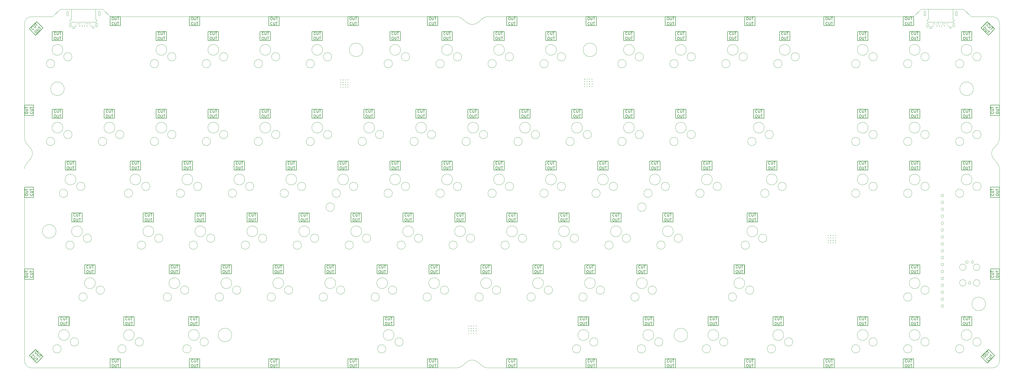
<source format=gbr>
G04 #@! TF.GenerationSoftware,KiCad,Pcbnew,(2017-04-15 revision 60310b3d3)-makepkg*
G04 #@! TF.CreationDate,2017-04-19T10:34:45-04:00*
G04 #@! TF.ProjectId,KType,4B547970652E6B696361645F70636200,1.01a*
G04 #@! TF.FileFunction,Drawing*
%FSLAX46Y46*%
G04 Gerber Fmt 4.6, Leading zero omitted, Abs format (unit mm)*
G04 Created by KiCad (PCBNEW (2017-04-15 revision 60310b3d3)-makepkg) date 04/19/17 10:34:45*
%MOMM*%
%LPD*%
G01*
G04 APERTURE LIST*
%ADD10C,0.150000*%
%ADD11C,0.100000*%
%ADD12C,0.127000*%
%ADD13C,0.050800*%
G04 APERTURE END LIST*
D10*
D11*
X198989992Y-30671000D02*
X205994000Y-30671000D01*
X180721000Y-30671000D02*
X187725008Y-30671000D01*
X195285863Y-32862912D02*
G75*
G02X191429137Y-32862911I-1928363J2298134D01*
G01*
X195285863Y-32862911D02*
X197061629Y-31372867D01*
X197061629Y-31372867D02*
G75*
G02X198989992Y-30671000I1928363J-2298133D01*
G01*
X205994000Y-30671000D02*
X205994000Y-33973000D01*
X205994000Y-33973000D02*
X209804000Y-33973000D01*
X209804000Y-33973000D02*
X209804000Y-30671000D01*
X235077000Y-30671000D02*
X209804000Y-30671000D01*
X235077000Y-30671000D02*
X235077000Y-33973000D01*
X235077000Y-33973000D02*
X238887000Y-33973000D01*
X238887000Y-33973000D02*
X238887000Y-30671000D01*
X264160000Y-30671000D02*
X238887000Y-30671000D01*
X264160000Y-30671000D02*
X264160000Y-33973000D01*
X264160000Y-33973000D02*
X267970000Y-33973000D01*
X267970000Y-33973000D02*
X267970000Y-30671000D01*
X293243000Y-30671000D02*
X267970000Y-30671000D01*
X293243000Y-30671000D02*
X293243000Y-33973000D01*
X293243000Y-33973000D02*
X297053000Y-33973000D01*
X297053000Y-33973000D02*
X297053000Y-30671000D01*
X322326000Y-30671000D02*
X297053000Y-30671000D01*
X322326000Y-30671000D02*
X322326000Y-33973000D01*
X322326000Y-33973000D02*
X326136000Y-33973000D01*
X326136000Y-33973000D02*
X326136000Y-30671000D01*
X351409000Y-30671000D02*
X326136000Y-30671000D01*
X351409000Y-30671000D02*
X351409000Y-33973000D01*
X351409000Y-33973000D02*
X355219000Y-33973000D01*
X355219000Y-33973000D02*
X355219000Y-30671000D01*
X357987600Y-27902400D02*
X355219000Y-30671000D01*
X360654600Y-27902400D02*
X357987600Y-27902400D01*
X360654600Y-31661600D02*
X360654600Y-27902400D01*
X360654600Y-32652200D02*
G75*
G02X360654600Y-31661600I0J495300D01*
G01*
X369595400Y-32652200D02*
X360654600Y-32652200D01*
X369595400Y-31661600D02*
G75*
G02X369595400Y-32652200I0J-495300D01*
G01*
X369595400Y-27902400D02*
X369595400Y-31661600D01*
X373532400Y-27902400D02*
X369595400Y-27902400D01*
X376301000Y-30671000D02*
X373532400Y-27902400D01*
X384175000Y-30671000D02*
X376301000Y-30671000D01*
X384175000Y-30671000D02*
G75*
G02X386715000Y-33211000I0J-2540000D01*
G01*
X386715000Y-63183000D02*
X386715000Y-33211000D01*
X386715000Y-63183000D02*
X383413000Y-63183000D01*
X383413000Y-63183000D02*
X383413000Y-66993000D01*
X383413000Y-66993000D02*
X386715000Y-66993000D01*
X386715000Y-75330508D02*
X386715000Y-66993000D01*
X386715000Y-75330508D02*
G75*
G02X386013133Y-77258871I-3000000J0D01*
G01*
X386013133Y-77258871D02*
X384523089Y-79034637D01*
X384523088Y-82891363D02*
G75*
G02X384523089Y-79034637I2298134J1928363D01*
G01*
X384523089Y-82891363D02*
X386013133Y-84667129D01*
X386013133Y-84667129D02*
G75*
G02X386715000Y-86595492I-2298133J-1928363D01*
G01*
X386715000Y-93282000D02*
X386715000Y-86595492D01*
X386715000Y-93282000D02*
X383413000Y-93282000D01*
X383413000Y-93282000D02*
X383413000Y-97092000D01*
X383413000Y-97092000D02*
X386715000Y-97092000D01*
X386715000Y-123381000D02*
X386715000Y-97092000D01*
X386715000Y-123381000D02*
X383413000Y-123381000D01*
X383413000Y-123381000D02*
X383413000Y-127191000D01*
X383413000Y-127191000D02*
X386715000Y-127191000D01*
X386715000Y-157163000D02*
X386715000Y-127191000D01*
X386715000Y-157163000D02*
G75*
G02X384175000Y-159703000I-2540000J0D01*
G01*
X384175000Y-159703000D02*
X355219000Y-159703000D01*
X355219000Y-159703000D02*
X355219000Y-156401000D01*
X355219000Y-156401000D02*
X351409000Y-156401000D01*
X351409000Y-156401000D02*
X351409000Y-159703000D01*
X351409000Y-159703000D02*
X326136000Y-159703000D01*
X326136000Y-159703000D02*
X326136000Y-156401000D01*
X326136000Y-156401000D02*
X322326000Y-156401000D01*
X322326000Y-156401000D02*
X322326000Y-159703000D01*
X322326000Y-159703000D02*
X297053000Y-159703000D01*
X297053000Y-159703000D02*
X297053000Y-156401000D01*
X297053000Y-156401000D02*
X293243000Y-156401000D01*
X293243000Y-156401000D02*
X293243000Y-159703000D01*
X293243000Y-159703000D02*
X267970000Y-159703000D01*
X267970000Y-159703000D02*
X267970000Y-156401000D01*
X267970000Y-156401000D02*
X264160000Y-156401000D01*
X264160000Y-156401000D02*
X264160000Y-159703000D01*
X264160000Y-159703000D02*
X238887000Y-159703000D01*
X238887000Y-159703000D02*
X238887000Y-156401000D01*
X238887000Y-156401000D02*
X235077000Y-156401000D01*
X235077000Y-156401000D02*
X235077000Y-159703000D01*
X235077000Y-159703000D02*
X209804000Y-159703000D01*
X209804000Y-159703000D02*
X209804000Y-156401000D01*
X209804000Y-156401000D02*
X205994000Y-156401000D01*
X205994000Y-156401000D02*
X205994000Y-159703000D01*
X205994000Y-159703000D02*
X198989992Y-159703000D01*
X198989992Y-159703000D02*
G75*
G02X197061629Y-159001133I0J3000000D01*
G01*
X197061629Y-159001133D02*
X195285863Y-157511089D01*
X191429137Y-157511088D02*
G75*
G02X195285863Y-157511089I1928363J-2298134D01*
G01*
X191429137Y-157511089D02*
X189653371Y-159001133D01*
X189653371Y-159001133D02*
G75*
G02X187725008Y-159703000I-1928363J2298133D01*
G01*
X187725008Y-159703000D02*
X180721000Y-159703000D01*
X180721000Y-159703000D02*
X180721000Y-156401000D01*
X180721000Y-156401000D02*
X176911000Y-156401000D01*
X176911000Y-156401000D02*
X176911000Y-159703000D01*
X176911000Y-159703000D02*
X151638000Y-159703000D01*
X151638000Y-159703000D02*
X151638000Y-156401000D01*
X151638000Y-156401000D02*
X147828000Y-156401000D01*
X147828000Y-156401000D02*
X147828000Y-159703000D01*
X147828000Y-159703000D02*
X122555000Y-159703000D01*
X122555000Y-159703000D02*
X122555000Y-156401000D01*
X122555000Y-156401000D02*
X118745000Y-156401000D01*
X118745000Y-156401000D02*
X118745000Y-159703000D01*
X118745000Y-159703000D02*
X93472000Y-159703000D01*
X93472000Y-159703000D02*
X93472000Y-156401000D01*
X93472000Y-156401000D02*
X89662000Y-156401000D01*
X89662000Y-156401000D02*
X89662000Y-159703000D01*
X89662000Y-159703000D02*
X64389000Y-159703000D01*
X64389000Y-159703000D02*
X64389000Y-156401000D01*
X64389000Y-156401000D02*
X60579000Y-156401000D01*
X60579000Y-156401000D02*
X60579000Y-159703000D01*
X60579000Y-159703000D02*
X31750000Y-159703000D01*
X31750000Y-159703000D02*
G75*
G02X29210000Y-157163000I0J2540000D01*
G01*
X29210000Y-157163000D02*
X29210000Y-127191000D01*
X29210000Y-127191000D02*
X32512000Y-127191000D01*
X32512000Y-127191000D02*
X32512000Y-123381000D01*
X32512000Y-123381000D02*
X29210000Y-123381000D01*
X29210000Y-123381000D02*
X29210000Y-97092000D01*
X29210000Y-97092000D02*
X32512000Y-97092000D01*
X32512000Y-97092000D02*
X32512000Y-93282000D01*
X32512000Y-93282000D02*
X29210000Y-93282000D01*
X29210000Y-86595492D02*
G75*
G02X29911867Y-84667129I3000000J0D01*
G01*
X29911867Y-84667129D02*
X31401911Y-82891363D01*
X31401912Y-79034637D02*
G75*
G02X31401911Y-82891363I-2298134J-1928363D01*
G01*
X31401911Y-79034637D02*
X29911867Y-77258871D01*
X29911867Y-77258871D02*
G75*
G02X29210000Y-75330508I2298133J1928363D01*
G01*
X29210000Y-75330508D02*
X29210000Y-66993000D01*
X29210000Y-66993000D02*
X32512000Y-66993000D01*
X32512000Y-66993000D02*
X32512000Y-63183000D01*
X32512000Y-63183000D02*
X29210000Y-63183000D01*
X29210000Y-63183000D02*
X29210000Y-33211000D01*
X29210000Y-33211000D02*
G75*
G02X31750000Y-30671000I2540000J0D01*
G01*
X31750000Y-30671000D02*
X39497000Y-30671000D01*
X39497000Y-30671000D02*
X42265600Y-27902400D01*
X42265600Y-27902400D02*
X46329600Y-27902400D01*
X46329600Y-31661600D02*
X46329600Y-27902400D01*
X46329600Y-32652200D02*
G75*
G02X46329600Y-31661600I0J495300D01*
G01*
X55270400Y-32652200D02*
X46329600Y-32652200D01*
X55270400Y-31661600D02*
G75*
G02X55270400Y-32652200I0J-495300D01*
G01*
X55270400Y-27902400D02*
X55270400Y-31661600D01*
X55270400Y-27902400D02*
X57810400Y-27902400D01*
X57810400Y-27902400D02*
X60579000Y-30671000D01*
X60579000Y-30671000D02*
X60579000Y-33973000D01*
X60579000Y-33973000D02*
X64389000Y-33973000D01*
X64389000Y-33973000D02*
X64389000Y-30671000D01*
X89662000Y-30671000D02*
X64389000Y-30671000D01*
X89662000Y-30671000D02*
X89662000Y-33973000D01*
X89662000Y-33973000D02*
X93472000Y-33973000D01*
X93472000Y-33973000D02*
X93472000Y-30671000D01*
X118745000Y-30671000D02*
X93472000Y-30671000D01*
X118745000Y-30671000D02*
X118745000Y-33973000D01*
X118745000Y-33973000D02*
X122555000Y-33973000D01*
X122555000Y-33973000D02*
X122555000Y-30671000D01*
X147828000Y-30671000D02*
X122555000Y-30671000D01*
X147828000Y-30671000D02*
X147828000Y-33973000D01*
X147828000Y-33973000D02*
X151638000Y-33973000D01*
X151638000Y-33973000D02*
X151638000Y-30671000D01*
X176911000Y-30671000D02*
X151638000Y-30671000D01*
X176911000Y-30671000D02*
X176911000Y-33973000D01*
X176911000Y-33973000D02*
X180721000Y-33973000D01*
X180721000Y-33973000D02*
X180721000Y-30671000D01*
X187725008Y-30671000D02*
G75*
G02X189653371Y-31372867I0J-3000000D01*
G01*
X189653371Y-31372867D02*
X191429137Y-32862911D01*
X324924000Y-111045500D02*
G75*
G03X324924000Y-111045500I-127000J0D01*
G01*
X324024000Y-111045500D02*
G75*
G03X324024000Y-111045500I-127000J0D01*
G01*
X302196000Y-95568000D02*
G75*
G03X302196000Y-95568000I-1524000J0D01*
G01*
X284734000Y-93028000D02*
G75*
G03X284734000Y-93028000I-1524000J0D01*
G01*
X294157400Y-106109000D02*
X297980100Y-106109000D01*
X297980100Y-106109000D02*
X297980100Y-102807000D01*
X297980100Y-102807000D02*
X294157400Y-102807000D01*
X294157400Y-102807000D02*
X294157400Y-106109000D01*
X227584000Y-93028000D02*
G75*
G03X227584000Y-93028000I-1524000J0D01*
G01*
X246634000Y-93028000D02*
G75*
G03X246634000Y-93028000I-1524000J0D01*
G01*
X51371500Y-93028000D02*
G75*
G03X51371500Y-93028000I-1524000J0D01*
G01*
X76606400Y-109538500D02*
G75*
G03X76606400Y-109538500I-1993900J0D01*
G01*
X132334000Y-93028000D02*
G75*
G03X132334000Y-93028000I-1524000J0D01*
G01*
X129857500Y-102807000D02*
X129857500Y-106109000D01*
X129857500Y-106109000D02*
X133667500Y-106109000D01*
X133667500Y-106109000D02*
X133667500Y-102807000D01*
X133667500Y-102807000D02*
X129857500Y-102807000D01*
X125984000Y-95568000D02*
G75*
G03X125984000Y-95568000I-1524000J0D01*
G01*
X106934000Y-95568000D02*
G75*
G03X106934000Y-95568000I-1524000J0D01*
G01*
X167957500Y-106109000D02*
X171767500Y-106109000D01*
X171767500Y-106109000D02*
X171767500Y-102807000D01*
X171767500Y-102807000D02*
X167957500Y-102807000D01*
X167957500Y-102807000D02*
X167957500Y-106109000D01*
X324024000Y-112845500D02*
G75*
G03X324024000Y-112845500I-127000J0D01*
G01*
X324024000Y-111945500D02*
G75*
G03X324024000Y-111945500I-127000J0D01*
G01*
X324924000Y-111945500D02*
G75*
G03X324924000Y-111945500I-127000J0D01*
G01*
X324924000Y-112845500D02*
G75*
G03X324924000Y-112845500I-127000J0D01*
G01*
X324924000Y-113745500D02*
G75*
G03X324924000Y-113745500I-127000J0D01*
G01*
X324024000Y-113745500D02*
G75*
G03X324024000Y-113745500I-127000J0D01*
G01*
X48990200Y-150178500D02*
G75*
G03X48990200Y-150178500I-1524000J0D01*
G01*
X58515200Y-131128500D02*
G75*
G03X58515200Y-131128500I-1524000J0D01*
G01*
X55175100Y-128588500D02*
G75*
G03X55175100Y-128588500I-1993900J0D01*
G01*
X52165200Y-133668500D02*
G75*
G03X52165200Y-133668500I-1524000J0D01*
G01*
X83121500Y-133668500D02*
G75*
G03X83121500Y-133668500I-1524000J0D01*
G01*
X72802800Y-150178500D02*
G75*
G03X72802800Y-150178500I-1524000J0D01*
G01*
X66452800Y-152718500D02*
G75*
G03X66452800Y-152718500I-1524000J0D01*
G01*
X69380100Y-144209000D02*
X69380100Y-140907000D01*
X69380100Y-140907000D02*
X65557400Y-140907000D01*
X65557400Y-140907000D02*
X65557400Y-144209000D01*
X65557400Y-144209000D02*
X69380100Y-144209000D01*
X69462700Y-147638500D02*
G75*
G03X69462700Y-147638500I-1993900J0D01*
G01*
X86131400Y-128588500D02*
G75*
G03X86131400Y-128588500I-1993900J0D01*
G01*
X93275100Y-147638500D02*
G75*
G03X93275100Y-147638500I-1993900J0D01*
G01*
X90265200Y-152718500D02*
G75*
G03X90265200Y-152718500I-1524000J0D01*
G01*
X93192600Y-140907000D02*
X89369900Y-140907000D01*
X89369900Y-140907000D02*
X89369900Y-144209000D01*
X89369900Y-144209000D02*
X93192600Y-144209000D01*
X93192600Y-144209000D02*
X93192600Y-140907000D01*
X89471500Y-131128500D02*
G75*
G03X89471500Y-131128500I-1524000J0D01*
G01*
X96615200Y-150178500D02*
G75*
G03X96615200Y-150178500I-1524000J0D01*
G01*
X98996500Y-112078500D02*
G75*
G03X98996500Y-112078500I-1524000J0D01*
G01*
X95656400Y-109538500D02*
G75*
G03X95656400Y-109538500I-1993900J0D01*
G01*
X92646500Y-114618500D02*
G75*
G03X92646500Y-114618500I-1524000J0D01*
G01*
X55092600Y-121857000D02*
X51282600Y-121857000D01*
X51282600Y-125159000D02*
X51282600Y-121857000D01*
X55092600Y-125159000D02*
X51282600Y-125159000D01*
X55092600Y-125159000D02*
X55092600Y-121857000D01*
X53752800Y-112078500D02*
G75*
G03X53752800Y-112078500I-1524000J0D01*
G01*
X82232500Y-121857000D02*
X82232500Y-125159000D01*
X82232500Y-125159000D02*
X86042500Y-125159000D01*
X86042500Y-125159000D02*
X86042500Y-121857000D01*
X86042500Y-121857000D02*
X82232500Y-121857000D01*
X73596500Y-114618500D02*
G75*
G03X73596500Y-114618500I-1524000J0D01*
G01*
X79946500Y-112078500D02*
G75*
G03X79946500Y-112078500I-1524000J0D01*
G01*
X111696000Y-114618500D02*
G75*
G03X111696000Y-114618500I-1524000J0D01*
G01*
X102172000Y-133668500D02*
G75*
G03X102172000Y-133668500I-1524000J0D01*
G01*
X101282500Y-125159000D02*
X105092500Y-125159000D01*
X105092500Y-125159000D02*
X105092500Y-121857000D01*
X105092500Y-121857000D02*
X101282500Y-121857000D01*
X101282500Y-121857000D02*
X101282500Y-125159000D01*
X105181900Y-128588500D02*
G75*
G03X105181900Y-128588500I-1993900J0D01*
G01*
X108522000Y-131128500D02*
G75*
G03X108522000Y-131128500I-1524000J0D01*
G01*
X114705900Y-109538500D02*
G75*
G03X114705900Y-109538500I-1993900J0D01*
G01*
X124231900Y-128588500D02*
G75*
G03X124231900Y-128588500I-1993900J0D01*
G01*
X120332500Y-121857000D02*
X120332500Y-125159000D01*
X120332500Y-125159000D02*
X124142500Y-125159000D01*
X124142500Y-125159000D02*
X124142500Y-121857000D01*
X124142500Y-121857000D02*
X120332500Y-121857000D01*
X118046000Y-112078500D02*
G75*
G03X118046000Y-112078500I-1524000J0D01*
G01*
X121222000Y-133668500D02*
G75*
G03X121222000Y-133668500I-1524000J0D01*
G01*
X127572000Y-131128500D02*
G75*
G03X127572000Y-131128500I-1524000J0D01*
G01*
X130746000Y-114618500D02*
G75*
G03X130746000Y-114618500I-1524000J0D01*
G01*
X133755900Y-109538500D02*
G75*
G03X133755900Y-109538500I-1993900J0D01*
G01*
X225996000Y-114618500D02*
G75*
G03X225996000Y-114618500I-1524000J0D01*
G01*
X219392500Y-125159000D02*
X219392500Y-121857000D01*
X219392500Y-121857000D02*
X215582500Y-121857000D01*
X215582500Y-121857000D02*
X215582500Y-125159000D01*
X215582500Y-125159000D02*
X219392500Y-125159000D01*
X213296000Y-112078500D02*
G75*
G03X213296000Y-112078500I-1524000J0D01*
G01*
X229005900Y-109538500D02*
G75*
G03X229005900Y-109538500I-1993900J0D01*
G01*
X209955900Y-109538500D02*
G75*
G03X209955900Y-109538500I-1993900J0D01*
G01*
X206946000Y-114618500D02*
G75*
G03X206946000Y-114618500I-1524000J0D01*
G01*
X181292500Y-121857000D02*
X177482500Y-121857000D01*
X177482500Y-121857000D02*
X177482500Y-125159000D01*
X177482500Y-125159000D02*
X181292500Y-125159000D01*
X181292500Y-125159000D02*
X181292500Y-121857000D01*
X194246000Y-112078500D02*
G75*
G03X194246000Y-112078500I-1524000J0D01*
G01*
X200342500Y-125159000D02*
X200342500Y-121857000D01*
X200342500Y-121857000D02*
X196532500Y-121857000D01*
X196532500Y-121857000D02*
X196532500Y-125159000D01*
X196532500Y-125159000D02*
X200342500Y-125159000D01*
X203772000Y-131128500D02*
G75*
G03X203772000Y-131128500I-1524000J0D01*
G01*
X222822000Y-131128500D02*
G75*
G03X222822000Y-131128500I-1524000J0D01*
G01*
X219481900Y-128588500D02*
G75*
G03X219481900Y-128588500I-1993900J0D01*
G01*
X216472000Y-133668500D02*
G75*
G03X216472000Y-133668500I-1524000J0D01*
G01*
X159322000Y-133668500D02*
G75*
G03X159322000Y-133668500I-1524000J0D01*
G01*
X165672000Y-131128500D02*
G75*
G03X165672000Y-131128500I-1524000J0D01*
G01*
X162331900Y-128588500D02*
G75*
G03X162331900Y-128588500I-1993900J0D01*
G01*
X181381900Y-128588500D02*
G75*
G03X181381900Y-128588500I-1993900J0D01*
G01*
X178372000Y-133668500D02*
G75*
G03X178372000Y-133668500I-1524000J0D01*
G01*
X171855900Y-109538500D02*
G75*
G03X171855900Y-109538500I-1993900J0D01*
G01*
X168846000Y-114618500D02*
G75*
G03X168846000Y-114618500I-1524000J0D01*
G01*
X158432500Y-121857000D02*
X158432500Y-125159000D01*
X158432500Y-125159000D02*
X162242500Y-125159000D01*
X162242500Y-125159000D02*
X162242500Y-121857000D01*
X162242500Y-121857000D02*
X158432500Y-121857000D01*
X175196000Y-112078500D02*
G75*
G03X175196000Y-112078500I-1524000J0D01*
G01*
X197422000Y-133668500D02*
G75*
G03X197422000Y-133668500I-1524000J0D01*
G01*
X200431900Y-128588500D02*
G75*
G03X200431900Y-128588500I-1993900J0D01*
G01*
X187896000Y-114618500D02*
G75*
G03X187896000Y-114618500I-1524000J0D01*
G01*
X190905900Y-109538500D02*
G75*
G03X190905900Y-109538500I-1993900J0D01*
G01*
X184722000Y-131128500D02*
G75*
G03X184722000Y-131128500I-1524000J0D01*
G01*
X152805900Y-109538500D02*
G75*
G03X152805900Y-109538500I-1993900J0D01*
G01*
X149796000Y-114618500D02*
G75*
G03X149796000Y-114618500I-1524000J0D01*
G01*
X156146000Y-112078500D02*
G75*
G03X156146000Y-112078500I-1524000J0D01*
G01*
X193998000Y-145219500D02*
G75*
G03X193998000Y-145219500I-127000J0D01*
G01*
X194898000Y-145219500D02*
G75*
G03X194898000Y-145219500I-127000J0D01*
G01*
X194898000Y-144319500D02*
G75*
G03X194898000Y-144319500I-127000J0D01*
G01*
X193998000Y-144319500D02*
G75*
G03X193998000Y-144319500I-127000J0D01*
G01*
X193098000Y-144319500D02*
G75*
G03X193098000Y-144319500I-127000J0D01*
G01*
X193098000Y-145219500D02*
G75*
G03X193098000Y-145219500I-127000J0D01*
G01*
X192198000Y-144319500D02*
G75*
G03X192198000Y-144319500I-127000J0D01*
G01*
X192198000Y-145219500D02*
G75*
G03X192198000Y-145219500I-127000J0D01*
G01*
X164630100Y-144209000D02*
X164630100Y-140907000D01*
X164630100Y-140907000D02*
X160807400Y-140907000D01*
X160807400Y-140907000D02*
X160807400Y-144209000D01*
X160807400Y-144209000D02*
X164630100Y-144209000D01*
X143192500Y-125159000D02*
X143192500Y-121857000D01*
X143192500Y-121857000D02*
X139382500Y-121857000D01*
X139382500Y-121857000D02*
X139382500Y-125159000D01*
X139382500Y-125159000D02*
X143192500Y-125159000D01*
X146622000Y-131128500D02*
G75*
G03X146622000Y-131128500I-1524000J0D01*
G01*
X143281900Y-128588500D02*
G75*
G03X143281900Y-128588500I-1993900J0D01*
G01*
X140272000Y-133668500D02*
G75*
G03X140272000Y-133668500I-1524000J0D01*
G01*
X137096000Y-112078500D02*
G75*
G03X137096000Y-112078500I-1524000J0D01*
G01*
X192198000Y-147019500D02*
G75*
G03X192198000Y-147019500I-127000J0D01*
G01*
X193098000Y-147019500D02*
G75*
G03X193098000Y-147019500I-127000J0D01*
G01*
X194898000Y-147019500D02*
G75*
G03X194898000Y-147019500I-127000J0D01*
G01*
X193998000Y-147019500D02*
G75*
G03X193998000Y-147019500I-127000J0D01*
G01*
X192198000Y-146119500D02*
G75*
G03X192198000Y-146119500I-127000J0D01*
G01*
X193098000Y-146119500D02*
G75*
G03X193098000Y-146119500I-127000J0D01*
G01*
X193998000Y-146119500D02*
G75*
G03X193998000Y-146119500I-127000J0D01*
G01*
X194898000Y-146119500D02*
G75*
G03X194898000Y-146119500I-127000J0D01*
G01*
X164712900Y-147638500D02*
G75*
G03X164712900Y-147638500I-1993900J0D01*
G01*
X161703000Y-152718500D02*
G75*
G03X161703000Y-152718500I-1524000J0D01*
G01*
X168053000Y-150178500D02*
G75*
G03X168053000Y-150178500I-1524000J0D01*
G01*
X236149900Y-147638500D02*
G75*
G03X236149900Y-147638500I-1993900J0D01*
G01*
X236067600Y-140907000D02*
X232244900Y-140907000D01*
X232244900Y-140907000D02*
X232244900Y-144209000D01*
X232244900Y-144209000D02*
X236067600Y-144209000D01*
X236067600Y-144209000D02*
X236067600Y-140907000D01*
X234632500Y-121857000D02*
X234632500Y-125159000D01*
X234632500Y-125159000D02*
X238442500Y-125159000D01*
X238442500Y-125159000D02*
X238442500Y-121857000D01*
X238442500Y-121857000D02*
X234632500Y-121857000D01*
X235522000Y-133668500D02*
G75*
G03X235522000Y-133668500I-1524000J0D01*
G01*
X233140000Y-152718500D02*
G75*
G03X233140000Y-152718500I-1524000J0D01*
G01*
X232346000Y-112078500D02*
G75*
G03X232346000Y-112078500I-1524000J0D01*
G01*
X260922000Y-131128500D02*
G75*
G03X260922000Y-131128500I-1524000J0D01*
G01*
X257581900Y-128588500D02*
G75*
G03X257581900Y-128588500I-1993900J0D01*
G01*
X263303000Y-150178500D02*
G75*
G03X263303000Y-150178500I-1524000J0D01*
G01*
X259962900Y-147638500D02*
G75*
G03X259962900Y-147638500I-1993900J0D01*
G01*
X256057400Y-144209000D02*
X259880100Y-144209000D01*
X259880100Y-144209000D02*
X259880100Y-140907000D01*
X259880100Y-140907000D02*
X256057400Y-140907000D01*
X256057400Y-140907000D02*
X256057400Y-144209000D01*
X239490000Y-150178500D02*
G75*
G03X239490000Y-150178500I-1524000J0D01*
G01*
X256953000Y-152718500D02*
G75*
G03X256953000Y-152718500I-1524000J0D01*
G01*
X238531900Y-128588500D02*
G75*
G03X238531900Y-128588500I-1993900J0D01*
G01*
X241872000Y-131128500D02*
G75*
G03X241872000Y-131128500I-1524000J0D01*
G01*
X254572000Y-133668500D02*
G75*
G03X254572000Y-133668500I-1524000J0D01*
G01*
X245046000Y-114618500D02*
G75*
G03X245046000Y-114618500I-1524000J0D01*
G01*
X251396000Y-112078500D02*
G75*
G03X251396000Y-112078500I-1524000J0D01*
G01*
X248055900Y-109538500D02*
G75*
G03X248055900Y-109538500I-1993900J0D01*
G01*
X264096000Y-114618500D02*
G75*
G03X264096000Y-114618500I-1524000J0D01*
G01*
X267105900Y-109538500D02*
G75*
G03X267105900Y-109538500I-1993900J0D01*
G01*
X253682500Y-125159000D02*
X257492500Y-125159000D01*
X257492500Y-125159000D02*
X257492500Y-121857000D01*
X257492500Y-121857000D02*
X253682500Y-121857000D01*
X253682500Y-121857000D02*
X253682500Y-125159000D01*
X289394900Y-121857000D02*
X293217600Y-121857000D01*
X289394900Y-125159000D02*
X289394900Y-121857000D01*
X293217600Y-125159000D02*
X289394900Y-125159000D01*
X293217600Y-121857000D02*
X293217600Y-125159000D01*
X270446000Y-112078500D02*
G75*
G03X270446000Y-112078500I-1524000J0D01*
G01*
X290290000Y-133668500D02*
G75*
G03X290290000Y-133668500I-1524000J0D01*
G01*
X293299900Y-128588500D02*
G75*
G03X293299900Y-128588500I-1993900J0D01*
G01*
X283692600Y-140907000D02*
X279869900Y-140907000D01*
X279869900Y-140907000D02*
X279869900Y-144209000D01*
X279869900Y-144209000D02*
X283692600Y-144209000D01*
X283692600Y-144209000D02*
X283692600Y-140907000D01*
X287115000Y-150178500D02*
G75*
G03X287115000Y-150178500I-1524000J0D01*
G01*
X283774900Y-147638500D02*
G75*
G03X283774900Y-147638500I-1993900J0D01*
G01*
X280765000Y-152718500D02*
G75*
G03X280765000Y-152718500I-1524000J0D01*
G01*
X307505100Y-140907000D02*
X303682400Y-140907000D01*
X303682400Y-140907000D02*
X303682400Y-144209000D01*
X303682400Y-144209000D02*
X307505100Y-144209000D01*
X307505100Y-144209000D02*
X307505100Y-140907000D01*
X307587900Y-147638500D02*
G75*
G03X307587900Y-147638500I-1993900J0D01*
G01*
X304578000Y-152718500D02*
G75*
G03X304578000Y-152718500I-1524000J0D01*
G01*
X301403000Y-112078500D02*
G75*
G03X301403000Y-112078500I-1524000J0D01*
G01*
X298062900Y-109538500D02*
G75*
G03X298062900Y-109538500I-1993900J0D01*
G01*
X295053000Y-114618500D02*
G75*
G03X295053000Y-114618500I-1524000J0D01*
G01*
X296640000Y-131128500D02*
G75*
G03X296640000Y-131128500I-1524000J0D01*
G01*
X48031400Y-90488000D02*
G75*
G03X48031400Y-90488000I-1993900J0D01*
G01*
X75184000Y-93028000D02*
G75*
G03X75184000Y-93028000I-1524000J0D01*
G01*
X71843900Y-90488000D02*
G75*
G03X71843900Y-90488000I-1993900J0D01*
G01*
X68834000Y-95568000D02*
G75*
G03X68834000Y-95568000I-1524000J0D01*
G01*
X87884000Y-95568000D02*
G75*
G03X87884000Y-95568000I-1524000J0D01*
G01*
X90893900Y-90488000D02*
G75*
G03X90893900Y-90488000I-1993900J0D01*
G01*
X94234000Y-93028000D02*
G75*
G03X94234000Y-93028000I-1524000J0D01*
G01*
X170434000Y-93028000D02*
G75*
G03X170434000Y-93028000I-1524000J0D01*
G01*
X167093900Y-90488000D02*
G75*
G03X167093900Y-90488000I-1993900J0D01*
G01*
X164084000Y-95568000D02*
G75*
G03X164084000Y-95568000I-1524000J0D01*
G01*
X148043900Y-90488000D02*
G75*
G03X148043900Y-90488000I-1993900J0D01*
G01*
X145034000Y-95568000D02*
G75*
G03X145034000Y-95568000I-1524000J0D01*
G01*
X151384000Y-93028000D02*
G75*
G03X151384000Y-93028000I-1524000J0D01*
G01*
X113284000Y-93028000D02*
G75*
G03X113284000Y-93028000I-1524000J0D01*
G01*
X128993900Y-90488000D02*
G75*
G03X128993900Y-90488000I-1993900J0D01*
G01*
X109943900Y-90488000D02*
G75*
G03X109943900Y-90488000I-1993900J0D01*
G01*
X91757500Y-102807000D02*
X91757500Y-106109000D01*
X91757500Y-106109000D02*
X95567500Y-106109000D01*
X95567500Y-106109000D02*
X95567500Y-102807000D01*
X95567500Y-102807000D02*
X91757500Y-102807000D01*
X114617500Y-106109000D02*
X114617500Y-102807000D01*
X114617500Y-102807000D02*
X110807500Y-102807000D01*
X110807500Y-102807000D02*
X110807500Y-106109000D01*
X110807500Y-106109000D02*
X114617500Y-106109000D01*
X152717500Y-106109000D02*
X152717500Y-102807000D01*
X152717500Y-102807000D02*
X148907500Y-102807000D01*
X148907500Y-102807000D02*
X148907500Y-106109000D01*
X148907500Y-106109000D02*
X152717500Y-106109000D01*
X72707500Y-106109000D02*
X76517500Y-106109000D01*
X76517500Y-106109000D02*
X76517500Y-102807000D01*
X76517500Y-102807000D02*
X72707500Y-102807000D01*
X72707500Y-102807000D02*
X72707500Y-106109000D01*
X267017500Y-106109000D02*
X267017500Y-102807000D01*
X267017500Y-102807000D02*
X263207500Y-102807000D01*
X263207500Y-102807000D02*
X263207500Y-106109000D01*
X263207500Y-106109000D02*
X267017500Y-106109000D01*
X259334000Y-95568000D02*
G75*
G03X259334000Y-95568000I-1524000J0D01*
G01*
X265684000Y-93028000D02*
G75*
G03X265684000Y-93028000I-1524000J0D01*
G01*
X240284000Y-95568000D02*
G75*
G03X240284000Y-95568000I-1524000J0D01*
G01*
X247967500Y-102807000D02*
X244157500Y-102807000D01*
X244157500Y-102807000D02*
X244157500Y-106109000D01*
X244157500Y-106109000D02*
X247967500Y-106109000D01*
X247967500Y-106109000D02*
X247967500Y-102807000D01*
X262343900Y-90488000D02*
G75*
G03X262343900Y-90488000I-1993900J0D01*
G01*
X243293900Y-90488000D02*
G75*
G03X243293900Y-90488000I-1993900J0D01*
G01*
X225107500Y-106109000D02*
X228917500Y-106109000D01*
X228917500Y-106109000D02*
X228917500Y-102807000D01*
X228917500Y-102807000D02*
X225107500Y-102807000D01*
X225107500Y-102807000D02*
X225107500Y-106109000D01*
X189484000Y-93028000D02*
G75*
G03X189484000Y-93028000I-1524000J0D01*
G01*
X202184000Y-95568000D02*
G75*
G03X202184000Y-95568000I-1524000J0D01*
G01*
X205193900Y-90488000D02*
G75*
G03X205193900Y-90488000I-1993900J0D01*
G01*
X221234000Y-95568000D02*
G75*
G03X221234000Y-95568000I-1524000J0D01*
G01*
X224243900Y-90488000D02*
G75*
G03X224243900Y-90488000I-1993900J0D01*
G01*
X208534000Y-93028000D02*
G75*
G03X208534000Y-93028000I-1524000J0D01*
G01*
X206057500Y-102807000D02*
X206057500Y-106109000D01*
X206057500Y-106109000D02*
X209867500Y-106109000D01*
X209867500Y-106109000D02*
X209867500Y-102807000D01*
X209867500Y-102807000D02*
X206057500Y-102807000D01*
X190817500Y-106109000D02*
X190817500Y-102807000D01*
X190817500Y-102807000D02*
X187007500Y-102807000D01*
X187007500Y-102807000D02*
X187007500Y-106109000D01*
X187007500Y-106109000D02*
X190817500Y-106109000D01*
X186143900Y-90488000D02*
G75*
G03X186143900Y-90488000I-1993900J0D01*
G01*
X183134000Y-95568000D02*
G75*
G03X183134000Y-95568000I-1524000J0D01*
G01*
X278384000Y-95568000D02*
G75*
G03X278384000Y-95568000I-1524000J0D01*
G01*
X281393900Y-90488000D02*
G75*
G03X281393900Y-90488000I-1993900J0D01*
G01*
X305205900Y-90488000D02*
G75*
G03X305205900Y-90488000I-1993900J0D01*
G01*
X308546000Y-93028000D02*
G75*
G03X308546000Y-93028000I-1524000J0D01*
G01*
X310928000Y-150178500D02*
G75*
G03X310928000Y-150178500I-1524000J0D01*
G01*
X138518900Y-42863000D02*
G75*
G03X138518900Y-42863000I-1993900J0D01*
G01*
X135509000Y-47943000D02*
G75*
G03X135509000Y-47943000I-1524000J0D01*
G01*
X141859000Y-45403000D02*
G75*
G03X141859000Y-45403000I-1524000J0D01*
G01*
X146108000Y-55695500D02*
G75*
G03X146108000Y-55695500I-127000J0D01*
G01*
X146108000Y-54795500D02*
G75*
G03X146108000Y-54795500I-127000J0D01*
G01*
X145208000Y-55695500D02*
G75*
G03X145208000Y-55695500I-127000J0D01*
G01*
X145208000Y-53895500D02*
G75*
G03X145208000Y-53895500I-127000J0D01*
G01*
X146108000Y-53895500D02*
G75*
G03X146108000Y-53895500I-127000J0D01*
G01*
X145208000Y-54795500D02*
G75*
G03X145208000Y-54795500I-127000J0D01*
G01*
X145208000Y-56595500D02*
G75*
G03X145208000Y-56595500I-127000J0D01*
G01*
X146108000Y-56595500D02*
G75*
G03X146108000Y-56595500I-127000J0D01*
G01*
X141859000Y-73978000D02*
G75*
G03X141859000Y-73978000I-1524000J0D01*
G01*
X138518900Y-71438000D02*
G75*
G03X138518900Y-71438000I-1993900J0D01*
G01*
X134620000Y-64707000D02*
X138430000Y-64707000D01*
X134620000Y-68009000D02*
X134620000Y-64707000D01*
X138430000Y-68009000D02*
X134620000Y-68009000D01*
X138430000Y-64707000D02*
X138430000Y-68009000D01*
X147008000Y-54795500D02*
G75*
G03X147008000Y-54795500I-127000J0D01*
G01*
X147008000Y-55695500D02*
G75*
G03X147008000Y-55695500I-127000J0D01*
G01*
X147008000Y-56595500D02*
G75*
G03X147008000Y-56595500I-127000J0D01*
G01*
X147008000Y-53895500D02*
G75*
G03X147008000Y-53895500I-127000J0D01*
G01*
X160909000Y-73978000D02*
G75*
G03X160909000Y-73978000I-1524000J0D01*
G01*
X157568900Y-71438000D02*
G75*
G03X157568900Y-71438000I-1993900J0D01*
G01*
X154559000Y-76518000D02*
G75*
G03X154559000Y-76518000I-1524000J0D01*
G01*
X147908000Y-56595500D02*
G75*
G03X147908000Y-56595500I-127000J0D01*
G01*
X157480000Y-64707000D02*
X157480000Y-68009000D01*
X153670000Y-64707000D02*
X157480000Y-64707000D01*
X153670000Y-68009000D02*
X153670000Y-64707000D01*
X157480000Y-68009000D02*
X153670000Y-68009000D01*
X147908000Y-55695500D02*
G75*
G03X147908000Y-55695500I-127000J0D01*
G01*
X147908000Y-54795500D02*
G75*
G03X147908000Y-54795500I-127000J0D01*
G01*
X147908000Y-53895500D02*
G75*
G03X147908000Y-53895500I-127000J0D01*
G01*
X164084000Y-47943000D02*
G75*
G03X164084000Y-47943000I-1524000J0D01*
G01*
X167093900Y-42863000D02*
G75*
G03X167093900Y-42863000I-1993900J0D01*
G01*
X195668900Y-71438000D02*
G75*
G03X195668900Y-71438000I-1993900J0D01*
G01*
X195580000Y-64707000D02*
X195580000Y-68009000D01*
X191770000Y-64707000D02*
X195580000Y-64707000D01*
X191770000Y-68009000D02*
X191770000Y-64707000D01*
X195580000Y-68009000D02*
X191770000Y-68009000D01*
X186143900Y-42863000D02*
G75*
G03X186143900Y-42863000I-1993900J0D01*
G01*
X183134000Y-47943000D02*
G75*
G03X183134000Y-47943000I-1524000J0D01*
G01*
X189484000Y-45403000D02*
G75*
G03X189484000Y-45403000I-1524000J0D01*
G01*
X176618900Y-71438000D02*
G75*
G03X176618900Y-71438000I-1993900J0D01*
G01*
X176530000Y-64707000D02*
X176530000Y-68009000D01*
X172720000Y-64707000D02*
X176530000Y-64707000D01*
X172720000Y-68009000D02*
X172720000Y-64707000D01*
X176530000Y-68009000D02*
X172720000Y-68009000D01*
X170434000Y-45403000D02*
G75*
G03X170434000Y-45403000I-1524000J0D01*
G01*
X173609000Y-76518000D02*
G75*
G03X173609000Y-76518000I-1524000J0D01*
G01*
X179959000Y-73978000D02*
G75*
G03X179959000Y-73978000I-1524000J0D01*
G01*
X192659000Y-76518000D02*
G75*
G03X192659000Y-76518000I-1524000J0D01*
G01*
X135509000Y-76518000D02*
G75*
G03X135509000Y-76518000I-1524000J0D01*
G01*
X62318900Y-71438000D02*
G75*
G03X62318900Y-71438000I-1993900J0D01*
G01*
X59309000Y-76518000D02*
G75*
G03X59309000Y-76518000I-1524000J0D01*
G01*
X65659000Y-73978000D02*
G75*
G03X65659000Y-73978000I-1524000J0D01*
G01*
X78359000Y-76518000D02*
G75*
G03X78359000Y-76518000I-1524000J0D01*
G01*
X81368900Y-71438000D02*
G75*
G03X81368900Y-71438000I-1993900J0D01*
G01*
X100418900Y-71438000D02*
G75*
G03X100418900Y-71438000I-1993900J0D01*
G01*
X97409000Y-76518000D02*
G75*
G03X97409000Y-76518000I-1524000J0D01*
G01*
X84709000Y-73978000D02*
G75*
G03X84709000Y-73978000I-1524000J0D01*
G01*
X58420000Y-68009000D02*
X58420000Y-64707000D01*
X62230000Y-68009000D02*
X58420000Y-68009000D01*
X62230000Y-64707000D02*
X62230000Y-68009000D01*
X58420000Y-64707000D02*
X62230000Y-64707000D01*
X77470000Y-68009000D02*
X77470000Y-64707000D01*
X81280000Y-68009000D02*
X77470000Y-68009000D01*
X81280000Y-64707000D02*
X81280000Y-68009000D01*
X77470000Y-64707000D02*
X81280000Y-64707000D01*
X100330000Y-68009000D02*
X96520000Y-68009000D01*
X100330000Y-64707000D02*
X100330000Y-68009000D01*
X96520000Y-64707000D02*
X100330000Y-64707000D01*
X96520000Y-68009000D02*
X96520000Y-64707000D01*
X103759000Y-73978000D02*
G75*
G03X103759000Y-73978000I-1524000J0D01*
G01*
X122809000Y-45403000D02*
G75*
G03X122809000Y-45403000I-1524000J0D01*
G01*
X119468900Y-42863000D02*
G75*
G03X119468900Y-42863000I-1993900J0D01*
G01*
X116459000Y-47943000D02*
G75*
G03X116459000Y-47943000I-1524000J0D01*
G01*
X103759000Y-45403000D02*
G75*
G03X103759000Y-45403000I-1524000J0D01*
G01*
X84709000Y-45403000D02*
G75*
G03X84709000Y-45403000I-1524000J0D01*
G01*
X100418900Y-42863000D02*
G75*
G03X100418900Y-42863000I-1993900J0D01*
G01*
X97409000Y-47943000D02*
G75*
G03X97409000Y-47943000I-1524000J0D01*
G01*
X78359000Y-47943000D02*
G75*
G03X78359000Y-47943000I-1524000J0D01*
G01*
X81368900Y-42863000D02*
G75*
G03X81368900Y-42863000I-1993900J0D01*
G01*
X119468900Y-71438000D02*
G75*
G03X119468900Y-71438000I-1993900J0D01*
G01*
X116459000Y-76518000D02*
G75*
G03X116459000Y-76518000I-1524000J0D01*
G01*
X122809000Y-73978000D02*
G75*
G03X122809000Y-73978000I-1524000J0D01*
G01*
X119380000Y-68009000D02*
X115570000Y-68009000D01*
X119380000Y-64707000D02*
X119380000Y-68009000D01*
X115570000Y-64707000D02*
X119380000Y-64707000D01*
X115570000Y-68009000D02*
X115570000Y-64707000D01*
X234743000Y-53641500D02*
G75*
G03X234743000Y-53641500I-127000J0D01*
G01*
X234743000Y-54541500D02*
G75*
G03X234743000Y-54541500I-127000J0D01*
G01*
X234743000Y-56341500D02*
G75*
G03X234743000Y-56341500I-127000J0D01*
G01*
X234743000Y-55441500D02*
G75*
G03X234743000Y-55441500I-127000J0D01*
G01*
X233680000Y-64707000D02*
X233680000Y-68009000D01*
X229870000Y-64707000D02*
X233680000Y-64707000D01*
X229870000Y-68009000D02*
X229870000Y-64707000D01*
X233680000Y-68009000D02*
X229870000Y-68009000D01*
X214630000Y-64707000D02*
X214630000Y-68009000D01*
X210820000Y-64707000D02*
X214630000Y-64707000D01*
X210820000Y-68009000D02*
X210820000Y-64707000D01*
X214630000Y-68009000D02*
X210820000Y-68009000D01*
X214718900Y-71438000D02*
G75*
G03X214718900Y-71438000I-1993900J0D01*
G01*
X211709000Y-76518000D02*
G75*
G03X211709000Y-76518000I-1524000J0D01*
G01*
X218059000Y-73978000D02*
G75*
G03X218059000Y-73978000I-1524000J0D01*
G01*
X233768900Y-71438000D02*
G75*
G03X233768900Y-71438000I-1993900J0D01*
G01*
X237109000Y-73978000D02*
G75*
G03X237109000Y-73978000I-1524000J0D01*
G01*
X230759000Y-76518000D02*
G75*
G03X230759000Y-76518000I-1524000J0D01*
G01*
X208534000Y-45403000D02*
G75*
G03X208534000Y-45403000I-1524000J0D01*
G01*
X221234000Y-47943000D02*
G75*
G03X221234000Y-47943000I-1524000J0D01*
G01*
X224243900Y-42863000D02*
G75*
G03X224243900Y-42863000I-1993900J0D01*
G01*
X227584000Y-45403000D02*
G75*
G03X227584000Y-45403000I-1524000J0D01*
G01*
X199009000Y-73978000D02*
G75*
G03X199009000Y-73978000I-1524000J0D01*
G01*
X202184000Y-47943000D02*
G75*
G03X202184000Y-47943000I-1524000J0D01*
G01*
X205193900Y-42863000D02*
G75*
G03X205193900Y-42863000I-1993900J0D01*
G01*
X237443000Y-53641500D02*
G75*
G03X237443000Y-53641500I-127000J0D01*
G01*
X237443000Y-54541500D02*
G75*
G03X237443000Y-54541500I-127000J0D01*
G01*
X237443000Y-55441500D02*
G75*
G03X237443000Y-55441500I-127000J0D01*
G01*
X236543000Y-53641500D02*
G75*
G03X236543000Y-53641500I-127000J0D01*
G01*
X236543000Y-54541500D02*
G75*
G03X236543000Y-54541500I-127000J0D01*
G01*
X236543000Y-55441500D02*
G75*
G03X236543000Y-55441500I-127000J0D01*
G01*
X235643000Y-53641500D02*
G75*
G03X235643000Y-53641500I-127000J0D01*
G01*
X235643000Y-54541500D02*
G75*
G03X235643000Y-54541500I-127000J0D01*
G01*
X235643000Y-55441500D02*
G75*
G03X235643000Y-55441500I-127000J0D01*
G01*
X235643000Y-56341500D02*
G75*
G03X235643000Y-56341500I-127000J0D01*
G01*
X236543000Y-56341500D02*
G75*
G03X236543000Y-56341500I-127000J0D01*
G01*
X237443000Y-56341500D02*
G75*
G03X237443000Y-56341500I-127000J0D01*
G01*
X167005000Y-83757000D02*
X167005000Y-87059000D01*
X163195000Y-83757000D02*
X167005000Y-83757000D01*
X163195000Y-87059000D02*
X163195000Y-83757000D01*
X167005000Y-87059000D02*
X163195000Y-87059000D01*
X186055000Y-83757000D02*
X186055000Y-87059000D01*
X182245000Y-83757000D02*
X186055000Y-83757000D01*
X182245000Y-87059000D02*
X182245000Y-83757000D01*
X186055000Y-87059000D02*
X182245000Y-87059000D01*
X220345000Y-87059000D02*
X220345000Y-83757000D01*
X224155000Y-87059000D02*
X220345000Y-87059000D01*
X224155000Y-83757000D02*
X224155000Y-87059000D01*
X220345000Y-83757000D02*
X224155000Y-83757000D01*
X205105000Y-87059000D02*
X201295000Y-87059000D01*
X205105000Y-83757000D02*
X205105000Y-87059000D01*
X201295000Y-83757000D02*
X205105000Y-83757000D01*
X201295000Y-87059000D02*
X201295000Y-83757000D01*
X144145000Y-83757000D02*
X147955000Y-83757000D01*
X144145000Y-87059000D02*
X144145000Y-83757000D01*
X147955000Y-87059000D02*
X144145000Y-87059000D01*
X147955000Y-83757000D02*
X147955000Y-87059000D01*
X67945000Y-87059000D02*
X67945000Y-83757000D01*
X71755000Y-87059000D02*
X67945000Y-87059000D01*
X71755000Y-83757000D02*
X71755000Y-87059000D01*
X67945000Y-83757000D02*
X71755000Y-83757000D01*
X90805000Y-83757000D02*
X90805000Y-87059000D01*
X86995000Y-83757000D02*
X90805000Y-83757000D01*
X86995000Y-87059000D02*
X86995000Y-83757000D01*
X90805000Y-87059000D02*
X86995000Y-87059000D01*
X125095000Y-87059000D02*
X125095000Y-83757000D01*
X128905000Y-87059000D02*
X125095000Y-87059000D01*
X128905000Y-83757000D02*
X128905000Y-87059000D01*
X125095000Y-83757000D02*
X128905000Y-83757000D01*
X106045000Y-83757000D02*
X109855000Y-83757000D01*
X106045000Y-87059000D02*
X106045000Y-83757000D01*
X109855000Y-87059000D02*
X106045000Y-87059000D01*
X109855000Y-83757000D02*
X109855000Y-87059000D01*
X256159000Y-73978000D02*
G75*
G03X256159000Y-73978000I-1524000J0D01*
G01*
X252818900Y-71438000D02*
G75*
G03X252818900Y-71438000I-1993900J0D01*
G01*
X249809000Y-76518000D02*
G75*
G03X249809000Y-76518000I-1524000J0D01*
G01*
X248920000Y-64707000D02*
X252730000Y-64707000D01*
X248920000Y-68009000D02*
X248920000Y-64707000D01*
X252730000Y-68009000D02*
X248920000Y-68009000D01*
X252730000Y-64707000D02*
X252730000Y-68009000D01*
X249809000Y-47943000D02*
G75*
G03X249809000Y-47943000I-1524000J0D01*
G01*
X256159000Y-45403000D02*
G75*
G03X256159000Y-45403000I-1524000J0D01*
G01*
X252818900Y-42863000D02*
G75*
G03X252818900Y-42863000I-1993900J0D01*
G01*
X239395000Y-83757000D02*
X243205000Y-83757000D01*
X239395000Y-87059000D02*
X239395000Y-83757000D01*
X243205000Y-87059000D02*
X239395000Y-87059000D01*
X243205000Y-83757000D02*
X243205000Y-87059000D01*
X268859000Y-47943000D02*
G75*
G03X268859000Y-47943000I-1524000J0D01*
G01*
X271780000Y-64707000D02*
X271780000Y-68009000D01*
X267970000Y-64707000D02*
X271780000Y-64707000D01*
X267970000Y-68009000D02*
X267970000Y-64707000D01*
X271780000Y-68009000D02*
X267970000Y-68009000D01*
X258445000Y-87059000D02*
X258445000Y-83757000D01*
X262255000Y-87059000D02*
X258445000Y-87059000D01*
X262255000Y-83757000D02*
X262255000Y-87059000D01*
X258445000Y-83757000D02*
X262255000Y-83757000D01*
X268859000Y-76518000D02*
G75*
G03X268859000Y-76518000I-1524000J0D01*
G01*
X271868900Y-71438000D02*
G75*
G03X271868900Y-71438000I-1993900J0D01*
G01*
X271868900Y-42863000D02*
G75*
G03X271868900Y-42863000I-1993900J0D01*
G01*
X294259000Y-45403000D02*
G75*
G03X294259000Y-45403000I-1524000J0D01*
G01*
X290918900Y-42863000D02*
G75*
G03X290918900Y-42863000I-1993900J0D01*
G01*
X287909000Y-47943000D02*
G75*
G03X287909000Y-47943000I-1524000J0D01*
G01*
X275209000Y-45403000D02*
G75*
G03X275209000Y-45403000I-1524000J0D01*
G01*
X275209000Y-73978000D02*
G75*
G03X275209000Y-73978000I-1524000J0D01*
G01*
X277495000Y-83757000D02*
X281305000Y-83757000D01*
X277495000Y-87059000D02*
X277495000Y-83757000D01*
X281305000Y-87059000D02*
X277495000Y-87059000D01*
X281305000Y-83757000D02*
X281305000Y-87059000D01*
X309968900Y-42863000D02*
G75*
G03X309968900Y-42863000I-1993900J0D01*
G01*
X306959000Y-47943000D02*
G75*
G03X306959000Y-47943000I-1524000J0D01*
G01*
X303784000Y-73978000D02*
G75*
G03X303784000Y-73978000I-1524000J0D01*
G01*
X305117500Y-83757000D02*
X301307500Y-83757000D01*
X301307500Y-83757000D02*
X301307500Y-87059000D01*
X301307500Y-87059000D02*
X305117500Y-87059000D01*
X305117500Y-87059000D02*
X305117500Y-83757000D01*
X300355000Y-64707000D02*
X300355000Y-68009000D01*
X296545000Y-64707000D02*
X300355000Y-64707000D01*
X296545000Y-68009000D02*
X296545000Y-64707000D01*
X300355000Y-68009000D02*
X296545000Y-68009000D01*
X297434000Y-76518000D02*
G75*
G03X297434000Y-76518000I-1524000J0D01*
G01*
X300443900Y-71438000D02*
G75*
G03X300443900Y-71438000I-1993900J0D01*
G01*
X313309000Y-45403000D02*
G75*
G03X313309000Y-45403000I-1524000J0D01*
G01*
X50550000Y-34108800D02*
G75*
G03X50550000Y-34108800I-150000J0D01*
G01*
X53750000Y-34108800D02*
G75*
G03X53750000Y-34108800I-150000J0D01*
G01*
X52300000Y-34108800D02*
G75*
G03X52300000Y-34108800I-150000J0D01*
G01*
X81280000Y-39434000D02*
X77470000Y-39434000D01*
X81280000Y-36132000D02*
X81280000Y-39434000D01*
X77470000Y-36132000D02*
X81280000Y-36132000D01*
X77470000Y-39434000D02*
X77470000Y-36132000D01*
X119380000Y-36132000D02*
X119380000Y-39434000D01*
X115570000Y-36132000D02*
X119380000Y-36132000D01*
X115570000Y-39434000D02*
X115570000Y-36132000D01*
X119380000Y-39434000D02*
X115570000Y-39434000D01*
X100330000Y-39434000D02*
X96520000Y-39434000D01*
X100330000Y-36132000D02*
X100330000Y-39434000D01*
X96520000Y-36132000D02*
X100330000Y-36132000D01*
X96520000Y-39434000D02*
X96520000Y-36132000D01*
X138430000Y-39434000D02*
X134620000Y-39434000D01*
X138430000Y-36132000D02*
X138430000Y-39434000D01*
X134620000Y-36132000D02*
X138430000Y-36132000D01*
X134620000Y-39434000D02*
X134620000Y-36132000D01*
X220345000Y-39434000D02*
X220345000Y-36132000D01*
X224155000Y-39434000D02*
X220345000Y-39434000D01*
X224155000Y-36132000D02*
X224155000Y-39434000D01*
X220345000Y-36132000D02*
X224155000Y-36132000D01*
X205105000Y-36132000D02*
X205105000Y-39434000D01*
X201295000Y-36132000D02*
X205105000Y-36132000D01*
X201295000Y-39434000D02*
X201295000Y-36132000D01*
X205105000Y-39434000D02*
X201295000Y-39434000D01*
X163195000Y-36132000D02*
X167005000Y-36132000D01*
X163195000Y-39434000D02*
X163195000Y-36132000D01*
X167005000Y-39434000D02*
X163195000Y-39434000D01*
X167005000Y-36132000D02*
X167005000Y-39434000D01*
X186055000Y-36132000D02*
X186055000Y-39434000D01*
X182245000Y-36132000D02*
X186055000Y-36132000D01*
X182245000Y-39434000D02*
X182245000Y-36132000D01*
X186055000Y-39434000D02*
X182245000Y-39434000D01*
X309880000Y-39434000D02*
X306070000Y-39434000D01*
X309880000Y-36132000D02*
X309880000Y-39434000D01*
X306070000Y-36132000D02*
X309880000Y-36132000D01*
X306070000Y-39434000D02*
X306070000Y-36132000D01*
X290830000Y-36132000D02*
X290830000Y-39434000D01*
X287020000Y-36132000D02*
X290830000Y-36132000D01*
X287020000Y-39434000D02*
X287020000Y-36132000D01*
X290830000Y-39434000D02*
X287020000Y-39434000D01*
X271780000Y-36132000D02*
X271780000Y-39434000D01*
X267970000Y-36132000D02*
X271780000Y-36132000D01*
X267970000Y-39434000D02*
X267970000Y-36132000D01*
X271780000Y-39434000D02*
X267970000Y-39434000D01*
X252730000Y-36132000D02*
X248920000Y-36132000D01*
X248920000Y-36132000D02*
X248920000Y-39434000D01*
X248920000Y-39434000D02*
X252730000Y-39434000D01*
X252730000Y-39434000D02*
X252730000Y-36132000D01*
X47325000Y-34308800D02*
X47075000Y-34308800D01*
X47075000Y-35008800D02*
G75*
G02X47075000Y-34308800I0J350000D01*
G01*
X47075000Y-35008800D02*
X47325000Y-35008800D01*
X47325000Y-34308800D02*
G75*
G02X47325000Y-35008800I0J-350000D01*
G01*
X49600000Y-34108800D02*
G75*
G03X49600000Y-34108800I-150000J0D01*
G01*
X45700000Y-33358800D02*
X45700000Y-34208800D01*
X46300000Y-34208800D02*
G75*
G02X45700000Y-34208800I-300000J0D01*
G01*
X46300000Y-34208800D02*
X46300000Y-33358800D01*
X45700000Y-33358800D02*
G75*
G02X46300000Y-33358800I300000J0D01*
G01*
X48550000Y-33308800D02*
G75*
G03X48550000Y-33308800I-150000J0D01*
G01*
X48150000Y-34108800D02*
G75*
G03X48150000Y-34108800I-150000J0D01*
G01*
X364875000Y-34108800D02*
G75*
G03X364875000Y-34108800I-150000J0D01*
G01*
X353695000Y-39434000D02*
X353695000Y-36132000D01*
X357505000Y-39434000D02*
X353695000Y-39434000D01*
X357505000Y-36132000D02*
X357505000Y-39434000D01*
X353695000Y-36132000D02*
X357505000Y-36132000D01*
X338455000Y-36132000D02*
X338455000Y-39434000D01*
X334645000Y-36132000D02*
X338455000Y-36132000D01*
X334645000Y-39434000D02*
X334645000Y-36132000D01*
X338455000Y-39434000D02*
X334645000Y-39434000D01*
X360934000Y-45403000D02*
G75*
G03X360934000Y-45403000I-1524000J0D01*
G01*
X357593900Y-42863000D02*
G75*
G03X357593900Y-42863000I-1993900J0D01*
G01*
X354584000Y-47943000D02*
G75*
G03X354584000Y-47943000I-1524000J0D01*
G01*
X341884000Y-45403000D02*
G75*
G03X341884000Y-45403000I-1524000J0D01*
G01*
X338543900Y-42863000D02*
G75*
G03X338543900Y-42863000I-1993900J0D01*
G01*
X335534000Y-47943000D02*
G75*
G03X335534000Y-47943000I-1524000J0D01*
G01*
X338543900Y-90488000D02*
G75*
G03X338543900Y-90488000I-1993900J0D01*
G01*
X334645000Y-83757000D02*
X338455000Y-83757000D01*
X334645000Y-87059000D02*
X334645000Y-83757000D01*
X338455000Y-87059000D02*
X334645000Y-87059000D01*
X338455000Y-83757000D02*
X338455000Y-87059000D01*
X341884000Y-93028000D02*
G75*
G03X341884000Y-93028000I-1524000J0D01*
G01*
X357505000Y-87059000D02*
X353695000Y-87059000D01*
X357505000Y-83757000D02*
X357505000Y-87059000D01*
X353695000Y-83757000D02*
X357505000Y-83757000D01*
X353695000Y-87059000D02*
X353695000Y-83757000D01*
X357593900Y-90488000D02*
G75*
G03X357593900Y-90488000I-1993900J0D01*
G01*
X335534000Y-76518000D02*
G75*
G03X335534000Y-76518000I-1524000J0D01*
G01*
X353695000Y-68009000D02*
X353695000Y-64707000D01*
X357505000Y-68009000D02*
X353695000Y-68009000D01*
X357505000Y-64707000D02*
X357505000Y-68009000D01*
X353695000Y-64707000D02*
X357505000Y-64707000D01*
X357593900Y-71438000D02*
G75*
G03X357593900Y-71438000I-1993900J0D01*
G01*
X354584000Y-76518000D02*
G75*
G03X354584000Y-76518000I-1524000J0D01*
G01*
X338543900Y-71438000D02*
G75*
G03X338543900Y-71438000I-1993900J0D01*
G01*
X334645000Y-64707000D02*
X338455000Y-64707000D01*
X334645000Y-68009000D02*
X334645000Y-64707000D01*
X338455000Y-68009000D02*
X334645000Y-68009000D01*
X338455000Y-64707000D02*
X338455000Y-68009000D01*
X341884000Y-73978000D02*
G75*
G03X341884000Y-73978000I-1524000J0D01*
G01*
X360934000Y-73978000D02*
G75*
G03X360934000Y-73978000I-1524000J0D01*
G01*
X360934000Y-93028000D02*
G75*
G03X360934000Y-93028000I-1524000J0D01*
G01*
X354584000Y-152718500D02*
G75*
G03X354584000Y-152718500I-1524000J0D01*
G01*
X357593900Y-147638500D02*
G75*
G03X357593900Y-147638500I-1993900J0D01*
G01*
X354584000Y-133668500D02*
G75*
G03X354584000Y-133668500I-1524000J0D01*
G01*
X357505000Y-144209000D02*
X357505000Y-140907000D01*
X357505000Y-140907000D02*
X353695000Y-140907000D01*
X353695000Y-140907000D02*
X353695000Y-144209000D01*
X353695000Y-144209000D02*
X357505000Y-144209000D01*
X357593900Y-128588500D02*
G75*
G03X357593900Y-128588500I-1993900J0D01*
G01*
X354584000Y-95568000D02*
G75*
G03X354584000Y-95568000I-1524000J0D01*
G01*
X357505000Y-125159000D02*
X357505000Y-121857000D01*
X357505000Y-121857000D02*
X353695000Y-121857000D01*
X353695000Y-121857000D02*
X353695000Y-125159000D01*
X353695000Y-125159000D02*
X357505000Y-125159000D01*
X360934000Y-131128500D02*
G75*
G03X360934000Y-131128500I-1524000J0D01*
G01*
X360934000Y-150178500D02*
G75*
G03X360934000Y-150178500I-1524000J0D01*
G01*
X335534000Y-152718500D02*
G75*
G03X335534000Y-152718500I-1524000J0D01*
G01*
X338543900Y-147638500D02*
G75*
G03X338543900Y-147638500I-1993900J0D01*
G01*
X338455000Y-144209000D02*
X338455000Y-140907000D01*
X338455000Y-140907000D02*
X334645000Y-140907000D01*
X334645000Y-140907000D02*
X334645000Y-144209000D01*
X334645000Y-144209000D02*
X338455000Y-144209000D01*
X335534000Y-95568000D02*
G75*
G03X335534000Y-95568000I-1524000J0D01*
G01*
X341884000Y-150178500D02*
G75*
G03X341884000Y-150178500I-1524000J0D01*
G01*
X325824000Y-111045500D02*
G75*
G03X325824000Y-111045500I-127000J0D01*
G01*
X325824000Y-111945500D02*
G75*
G03X325824000Y-111945500I-127000J0D01*
G01*
X325824000Y-113745500D02*
G75*
G03X325824000Y-113745500I-127000J0D01*
G01*
X325824000Y-112845500D02*
G75*
G03X325824000Y-112845500I-127000J0D01*
G01*
X326724000Y-113745500D02*
G75*
G03X326724000Y-113745500I-127000J0D01*
G01*
X326724000Y-112845500D02*
G75*
G03X326724000Y-112845500I-127000J0D01*
G01*
X326724000Y-111045500D02*
G75*
G03X326724000Y-111045500I-127000J0D01*
G01*
X326724000Y-111945500D02*
G75*
G03X326724000Y-111945500I-127000J0D01*
G01*
X49350000Y-33308800D02*
G75*
G03X49350000Y-33308800I-150000J0D01*
G01*
X376643900Y-147638500D02*
G75*
G03X376643900Y-147638500I-1993900J0D01*
G01*
X376555000Y-144209000D02*
X376555000Y-140907000D01*
X376555000Y-140907000D02*
X372745000Y-140907000D01*
X372745000Y-140907000D02*
X372745000Y-144209000D01*
X372745000Y-144209000D02*
X376555000Y-144209000D01*
X374440450Y-128461500D02*
G75*
G03X374440450Y-128461500I-1187450J0D01*
G01*
X376288300Y-128461500D02*
G75*
G03X376288300Y-128461500I-495300J0D01*
G01*
X375272300Y-120841500D02*
G75*
G03X375272300Y-120841500I-495300J0D01*
G01*
X374440450Y-122746500D02*
G75*
G03X374440450Y-122746500I-1187450J0D01*
G01*
X372745000Y-87059000D02*
X372745000Y-83757000D01*
X376555000Y-87059000D02*
X372745000Y-87059000D01*
X376555000Y-83757000D02*
X376555000Y-87059000D01*
X372745000Y-83757000D02*
X376555000Y-83757000D01*
X376643900Y-90488000D02*
G75*
G03X376643900Y-90488000I-1993900J0D01*
G01*
X373634000Y-95568000D02*
G75*
G03X373634000Y-95568000I-1524000J0D01*
G01*
X376555000Y-36132000D02*
X376555000Y-39434000D01*
X372745000Y-36132000D02*
X376555000Y-36132000D01*
X372745000Y-39434000D02*
X372745000Y-36132000D01*
X376555000Y-39434000D02*
X372745000Y-39434000D01*
X376643900Y-42863000D02*
G75*
G03X376643900Y-42863000I-1993900J0D01*
G01*
X373634000Y-47943000D02*
G75*
G03X373634000Y-47943000I-1524000J0D01*
G01*
X376643900Y-71438000D02*
G75*
G03X376643900Y-71438000I-1993900J0D01*
G01*
X372745000Y-64707000D02*
X376555000Y-64707000D01*
X372745000Y-68009000D02*
X372745000Y-64707000D01*
X376555000Y-68009000D02*
X372745000Y-68009000D01*
X376555000Y-64707000D02*
X376555000Y-68009000D01*
X373634000Y-76518000D02*
G75*
G03X373634000Y-76518000I-1524000J0D01*
G01*
X366260000Y-103981500D02*
G75*
G03X366260000Y-103981500I-500000J0D01*
G01*
X366260000Y-106521500D02*
G75*
G03X366260000Y-106521500I-500000J0D01*
G01*
X366260000Y-109061500D02*
G75*
G03X366260000Y-109061500I-500000J0D01*
G01*
X366260000Y-114141500D02*
G75*
G03X366260000Y-114141500I-500000J0D01*
G01*
X366260000Y-111601500D02*
G75*
G03X366260000Y-111601500I-500000J0D01*
G01*
X366260000Y-116681500D02*
G75*
G03X366260000Y-116681500I-500000J0D01*
G01*
X366260000Y-119221500D02*
G75*
G03X366260000Y-119221500I-500000J0D01*
G01*
X366260000Y-134461500D02*
G75*
G03X366260000Y-134461500I-500000J0D01*
G01*
X366260000Y-131921500D02*
G75*
G03X366260000Y-131921500I-500000J0D01*
G01*
X366260000Y-126841500D02*
G75*
G03X366260000Y-126841500I-500000J0D01*
G01*
X366260000Y-129381500D02*
G75*
G03X366260000Y-129381500I-500000J0D01*
G01*
X366260000Y-121761500D02*
G75*
G03X366260000Y-121761500I-500000J0D01*
G01*
X366260000Y-124301500D02*
G75*
G03X366260000Y-124301500I-500000J0D01*
G01*
X366260000Y-96361500D02*
G75*
G03X366260000Y-96361500I-500000J0D01*
G01*
X366260000Y-98901500D02*
G75*
G03X366260000Y-98901500I-500000J0D01*
G01*
X366260000Y-101441500D02*
G75*
G03X366260000Y-101441500I-500000J0D01*
G01*
X366260000Y-137001500D02*
G75*
G03X366260000Y-137001500I-500000J0D01*
G01*
X366625000Y-34108800D02*
G75*
G03X366625000Y-34108800I-150000J0D01*
G01*
X365675000Y-34108800D02*
G75*
G03X365675000Y-34108800I-150000J0D01*
G01*
X368075000Y-34108800D02*
G75*
G03X368075000Y-34108800I-150000J0D01*
G01*
X370225000Y-34158800D02*
X370225000Y-33308800D01*
X369625000Y-33308800D02*
G75*
G02X370225000Y-33308800I300000J0D01*
G01*
X369625000Y-33308800D02*
X369625000Y-34158800D01*
X370225000Y-34158800D02*
G75*
G02X369625000Y-34158800I-300000J0D01*
G01*
X369075000Y-34658800D02*
G75*
G03X369075000Y-34658800I-350000J0D01*
G01*
X373634000Y-152718500D02*
G75*
G03X373634000Y-152718500I-1524000J0D01*
G01*
X367675000Y-33308800D02*
G75*
G03X367675000Y-33308800I-150000J0D01*
G01*
X366875000Y-33308800D02*
G75*
G03X366875000Y-33308800I-150000J0D01*
G01*
X366075000Y-33308800D02*
G75*
G03X366075000Y-33308800I-150000J0D01*
G01*
X363925000Y-34108800D02*
G75*
G03X363925000Y-34108800I-150000J0D01*
G01*
X364475000Y-33308800D02*
G75*
G03X364475000Y-33308800I-150000J0D01*
G01*
X363675000Y-33308800D02*
G75*
G03X363675000Y-33308800I-150000J0D01*
G01*
X360025000Y-33358800D02*
X360025000Y-34208800D01*
X360625000Y-34208800D02*
G75*
G02X360025000Y-34208800I-300000J0D01*
G01*
X360625000Y-34208800D02*
X360625000Y-33358800D01*
X360025000Y-33358800D02*
G75*
G02X360625000Y-33358800I300000J0D01*
G01*
X361400000Y-35008800D02*
X361650000Y-35008800D01*
X361650000Y-34308800D02*
G75*
G02X361650000Y-35008800I0J-350000D01*
G01*
X361650000Y-34308800D02*
X361400000Y-34308800D01*
X361400000Y-35008800D02*
G75*
G02X361400000Y-34308800I0J350000D01*
G01*
X362875000Y-33308800D02*
G75*
G03X362875000Y-33308800I-150000J0D01*
G01*
X362475000Y-34108800D02*
G75*
G03X362475000Y-34108800I-150000J0D01*
G01*
X50150000Y-33308800D02*
G75*
G03X50150000Y-33308800I-150000J0D01*
G01*
X52550000Y-33308800D02*
G75*
G03X52550000Y-33308800I-150000J0D01*
G01*
X51750000Y-33308800D02*
G75*
G03X51750000Y-33308800I-150000J0D01*
G01*
X53350000Y-33308800D02*
G75*
G03X53350000Y-33308800I-150000J0D01*
G01*
X51350000Y-34108800D02*
G75*
G03X51350000Y-34108800I-150000J0D01*
G01*
X54750000Y-34658800D02*
G75*
G03X54750000Y-34658800I-350000J0D01*
G01*
X55300000Y-33308800D02*
X55300000Y-34158800D01*
X55900000Y-34158800D02*
G75*
G02X55300000Y-34158800I-300000J0D01*
G01*
X55900000Y-34158800D02*
X55900000Y-33308800D01*
X55300000Y-33308800D02*
G75*
G02X55900000Y-33308800I300000J0D01*
G01*
X379520450Y-122746500D02*
G75*
G03X379520450Y-122746500I-1187450J0D01*
G01*
X377304300Y-120841500D02*
G75*
G03X377304300Y-120841500I-495300J0D01*
G01*
X379984000Y-93028000D02*
G75*
G03X379984000Y-93028000I-1524000J0D01*
G01*
X379520450Y-128461500D02*
G75*
G03X379520450Y-128461500I-1187450J0D01*
G01*
X379984000Y-73978000D02*
G75*
G03X379984000Y-73978000I-1524000J0D01*
G01*
X382638300Y-37503600D02*
X384975100Y-35166800D01*
X384975100Y-35166800D02*
X382282700Y-32474400D01*
X382282700Y-32474400D02*
X379945900Y-34811200D01*
X379945900Y-34811200D02*
X382638300Y-37503600D01*
X379984000Y-45403000D02*
G75*
G03X379984000Y-45403000I-1524000J0D01*
G01*
X384975100Y-155207200D02*
X382638300Y-152870400D01*
X382638300Y-152870400D02*
X379945900Y-155562800D01*
X379945900Y-155562800D02*
X382282700Y-157899600D01*
X382282700Y-157899600D02*
X384975100Y-155207200D01*
X379984000Y-150178500D02*
G75*
G03X379984000Y-150178500I-1524000J0D01*
G01*
X370625000Y-29058800D02*
X370625000Y-30058800D01*
X371225000Y-30058800D02*
G75*
G02X370625000Y-30058800I-300000J0D01*
G01*
X371225000Y-30058800D02*
X371225000Y-29058800D01*
X370625000Y-29058800D02*
G75*
G02X371225000Y-29058800I300000J0D01*
G01*
X359025000Y-29058800D02*
X359025000Y-30058800D01*
X359625000Y-30058800D02*
G75*
G02X359025000Y-30058800I-300000J0D01*
G01*
X359625000Y-30058800D02*
X359625000Y-29058800D01*
X359025000Y-29058800D02*
G75*
G02X359625000Y-29058800I300000J0D01*
G01*
X56300000Y-29058800D02*
X56300000Y-30058800D01*
X56900000Y-30058800D02*
G75*
G02X56300000Y-30058800I-300000J0D01*
G01*
X56900000Y-30058800D02*
X56900000Y-29058800D01*
X56300000Y-29058800D02*
G75*
G02X56900000Y-29058800I300000J0D01*
G01*
X44700000Y-29058800D02*
X44700000Y-30058800D01*
X45300000Y-30058800D02*
G75*
G02X44700000Y-30058800I-300000J0D01*
G01*
X45300000Y-30058800D02*
X45300000Y-29058800D01*
X44700000Y-29058800D02*
G75*
G02X45300000Y-29058800I300000J0D01*
G01*
X42640200Y-152718500D02*
G75*
G03X42640200Y-152718500I-1524000J0D01*
G01*
X41744900Y-140907000D02*
X41744900Y-144209000D01*
X41744900Y-144209000D02*
X45567600Y-144209000D01*
X45567600Y-144209000D02*
X45567600Y-140907000D01*
X45567600Y-140907000D02*
X41744900Y-140907000D01*
X45650100Y-147638500D02*
G75*
G03X45650100Y-147638500I-1993900J0D01*
G01*
X47402800Y-114618500D02*
G75*
G03X47402800Y-114618500I-1524000J0D01*
G01*
X40259000Y-76518000D02*
G75*
G03X40259000Y-76518000I-1524000J0D01*
G01*
X45021500Y-95568000D02*
G75*
G03X45021500Y-95568000I-1524000J0D01*
G01*
X47942500Y-87059000D02*
X47942500Y-83757000D01*
X47942500Y-83757000D02*
X44132500Y-83757000D01*
X44132500Y-83757000D02*
X44132500Y-87059000D01*
X44132500Y-87059000D02*
X47942500Y-87059000D01*
X50325020Y-106109000D02*
X50325020Y-102807000D01*
X50325020Y-102807000D02*
X46512480Y-102807000D01*
X46512480Y-102807000D02*
X46512480Y-106109000D01*
X46512480Y-106109000D02*
X50325020Y-106109000D01*
X50412700Y-109538500D02*
G75*
G03X50412700Y-109538500I-1993900J0D01*
G01*
X39370000Y-36132000D02*
X39370000Y-39434000D01*
X39370000Y-39434000D02*
X43180000Y-39434000D01*
X43180000Y-39434000D02*
X43180000Y-36132000D01*
X43180000Y-36132000D02*
X39370000Y-36132000D01*
X46609000Y-45403000D02*
G75*
G03X46609000Y-45403000I-1524000J0D01*
G01*
X43268900Y-42863000D02*
G75*
G03X43268900Y-42863000I-1993900J0D01*
G01*
X40259000Y-47943000D02*
G75*
G03X40259000Y-47943000I-1524000J0D01*
G01*
X43268900Y-71438000D02*
G75*
G03X43268900Y-71438000I-1993900J0D01*
G01*
X43180000Y-68009000D02*
X39370000Y-68009000D01*
X43180000Y-64707000D02*
X43180000Y-68009000D01*
X39370000Y-64707000D02*
X43180000Y-64707000D01*
X39370000Y-68009000D02*
X39370000Y-64707000D01*
X46609000Y-73978000D02*
G75*
G03X46609000Y-73978000I-1524000J0D01*
G01*
X33642300Y-32474400D02*
X30949900Y-35166800D01*
X30949900Y-35166800D02*
X33286700Y-37503600D01*
X33286700Y-37503600D02*
X35979100Y-34811200D01*
X35979100Y-34811200D02*
X33642300Y-32474400D01*
X33286700Y-152870400D02*
X30949900Y-155207200D01*
X30949900Y-155207200D02*
X33642300Y-157899600D01*
X33642300Y-157899600D02*
X35979100Y-155562800D01*
X35979100Y-155562800D02*
X33286700Y-152870400D01*
X381595000Y-136208500D02*
G75*
G03X381595000Y-136208500I-2500000J0D01*
G01*
X377150000Y-57150500D02*
G75*
G03X377150000Y-57150500I-2500000J0D01*
G01*
X272375000Y-147638500D02*
G75*
G03X272375000Y-147638500I-2500000J0D01*
G01*
X239037500Y-42863000D02*
G75*
G03X239037500Y-42863000I-2500000J0D01*
G01*
X153312500Y-42863000D02*
G75*
G03X153312500Y-42863000I-2500000J0D01*
G01*
X43775000Y-57150500D02*
G75*
G03X43775000Y-57150500I-2500000J0D01*
G01*
X40758800Y-109538500D02*
G75*
G03X40758800Y-109538500I-2500000J0D01*
G01*
X105211200Y-147638500D02*
G75*
G03X105211200Y-147638500I-2500000J0D01*
G01*
X257150064Y-100648337D02*
G75*
G03X257150064Y-100648337I-1562500J0D01*
G01*
X142850064Y-100648181D02*
G75*
G03X142850064Y-100648181I-1562500J0D01*
G01*
D12*
X338455000Y-39433500D02*
X338455000Y-36131500D01*
X334645000Y-39433500D02*
X338455000Y-39433500D01*
X334645000Y-36131500D02*
X334645000Y-39433500D01*
X338455000Y-36131500D02*
X334645000Y-36131500D01*
X43180000Y-39433500D02*
X43180000Y-36131500D01*
X39370000Y-39433500D02*
X43180000Y-39433500D01*
X39370000Y-36131500D02*
X39370000Y-39433500D01*
X43180000Y-36131500D02*
X39370000Y-36131500D01*
X81280000Y-39433500D02*
X81280000Y-36131500D01*
X77470000Y-39433500D02*
X81280000Y-39433500D01*
X77470000Y-36131500D02*
X77470000Y-39433500D01*
X81280000Y-36131500D02*
X77470000Y-36131500D01*
X100330000Y-39433500D02*
X100330000Y-36131500D01*
X96520000Y-39433500D02*
X100330000Y-39433500D01*
X96520000Y-36131500D02*
X96520000Y-39433500D01*
X100330000Y-36131500D02*
X96520000Y-36131500D01*
X119380000Y-39433500D02*
X119380000Y-36131500D01*
X115570000Y-39433500D02*
X119380000Y-39433500D01*
X115570000Y-36131500D02*
X115570000Y-39433500D01*
X119380000Y-36131500D02*
X115570000Y-36131500D01*
X138430000Y-39433500D02*
X138430000Y-36131500D01*
X134620000Y-39433500D02*
X138430000Y-39433500D01*
X134620000Y-36131500D02*
X134620000Y-39433500D01*
X138430000Y-36131500D02*
X134620000Y-36131500D01*
X167005000Y-39433500D02*
X167005000Y-36131500D01*
X163195000Y-39433500D02*
X167005000Y-39433500D01*
X163195000Y-36131500D02*
X163195000Y-39433500D01*
X167005000Y-36131500D02*
X163195000Y-36131500D01*
X186055000Y-39433500D02*
X186055000Y-36131500D01*
X182245000Y-39433500D02*
X186055000Y-39433500D01*
X182245000Y-36131500D02*
X182245000Y-39433500D01*
X186055000Y-36131500D02*
X182245000Y-36131500D01*
X205105000Y-39433500D02*
X205105000Y-36131500D01*
X201295000Y-39433500D02*
X205105000Y-39433500D01*
X201295000Y-36131500D02*
X201295000Y-39433500D01*
X205105000Y-36131500D02*
X201295000Y-36131500D01*
X224155000Y-39433500D02*
X224155000Y-36131500D01*
X220345000Y-39433500D02*
X224155000Y-39433500D01*
X220345000Y-36131500D02*
X220345000Y-39433500D01*
X224155000Y-36131500D02*
X220345000Y-36131500D01*
X252730000Y-39433500D02*
X252730000Y-36131500D01*
X248920000Y-39433500D02*
X252730000Y-39433500D01*
X248920000Y-36131500D02*
X248920000Y-39433500D01*
X252730000Y-36131500D02*
X248920000Y-36131500D01*
X271780000Y-39433500D02*
X271780000Y-36131500D01*
X267970000Y-39433500D02*
X271780000Y-39433500D01*
X267970000Y-36131500D02*
X267970000Y-39433500D01*
X271780000Y-36131500D02*
X267970000Y-36131500D01*
X290830000Y-39433500D02*
X290830000Y-36131500D01*
X287020000Y-39433500D02*
X290830000Y-39433500D01*
X287020000Y-36131500D02*
X287020000Y-39433500D01*
X290830000Y-36131500D02*
X287020000Y-36131500D01*
X309880000Y-39433500D02*
X309880000Y-36131500D01*
X306070000Y-39433500D02*
X309880000Y-39433500D01*
X306070000Y-36131500D02*
X306070000Y-39433500D01*
X309880000Y-36131500D02*
X306070000Y-36131500D01*
X357505000Y-39433500D02*
X357505000Y-36131500D01*
X353695000Y-39433500D02*
X357505000Y-39433500D01*
X353695000Y-36131500D02*
X353695000Y-39433500D01*
X357505000Y-36131500D02*
X353695000Y-36131500D01*
X376555000Y-39433500D02*
X376555000Y-36131500D01*
X372745000Y-39433500D02*
X376555000Y-39433500D01*
X372745000Y-36131500D02*
X372745000Y-39433500D01*
X376555000Y-36131500D02*
X372745000Y-36131500D01*
X43180000Y-68008500D02*
X43180000Y-64706500D01*
X39370000Y-68008500D02*
X43180000Y-68008500D01*
X39370000Y-64706500D02*
X39370000Y-68008500D01*
X43180000Y-64706500D02*
X39370000Y-64706500D01*
X62230000Y-68008500D02*
X62230000Y-64706500D01*
X58420000Y-68008500D02*
X62230000Y-68008500D01*
X58420000Y-64706500D02*
X58420000Y-68008500D01*
X62230000Y-64706500D02*
X58420000Y-64706500D01*
X81280000Y-68008500D02*
X81280000Y-64706500D01*
X77470000Y-68008500D02*
X81280000Y-68008500D01*
X77470000Y-64706500D02*
X77470000Y-68008500D01*
X81280000Y-64706500D02*
X77470000Y-64706500D01*
X100330000Y-68008500D02*
X100330000Y-64706500D01*
X96520000Y-68008500D02*
X100330000Y-68008500D01*
X96520000Y-64706500D02*
X96520000Y-68008500D01*
X100330000Y-64706500D02*
X96520000Y-64706500D01*
X119380000Y-68008500D02*
X119380000Y-64706500D01*
X115570000Y-68008500D02*
X119380000Y-68008500D01*
X115570000Y-64706500D02*
X115570000Y-68008500D01*
X119380000Y-64706500D02*
X115570000Y-64706500D01*
X138430000Y-68008500D02*
X138430000Y-64706500D01*
X134620000Y-68008500D02*
X138430000Y-68008500D01*
X134620000Y-64706500D02*
X134620000Y-68008500D01*
X138430000Y-64706500D02*
X134620000Y-64706500D01*
X157480000Y-68008500D02*
X157480000Y-64706500D01*
X153670000Y-68008500D02*
X157480000Y-68008500D01*
X153670000Y-64706500D02*
X153670000Y-68008500D01*
X157480000Y-64706500D02*
X153670000Y-64706500D01*
X176530000Y-68008500D02*
X176530000Y-64706500D01*
X172720000Y-68008500D02*
X176530000Y-68008500D01*
X172720000Y-64706500D02*
X172720000Y-68008500D01*
X176530000Y-64706500D02*
X172720000Y-64706500D01*
X195580000Y-68008500D02*
X195580000Y-64706500D01*
X191770000Y-68008500D02*
X195580000Y-68008500D01*
X191770000Y-64706500D02*
X191770000Y-68008500D01*
X195580000Y-64706500D02*
X191770000Y-64706500D01*
X214630000Y-68008500D02*
X214630000Y-64706500D01*
X210820000Y-68008500D02*
X214630000Y-68008500D01*
X210820000Y-64706500D02*
X210820000Y-68008500D01*
X214630000Y-64706500D02*
X210820000Y-64706500D01*
X233680000Y-68008500D02*
X233680000Y-64706500D01*
X229870000Y-68008500D02*
X233680000Y-68008500D01*
X229870000Y-64706500D02*
X229870000Y-68008500D01*
X233680000Y-64706500D02*
X229870000Y-64706500D01*
X252730000Y-68008500D02*
X252730000Y-64706500D01*
X248920000Y-68008500D02*
X252730000Y-68008500D01*
X248920000Y-64706500D02*
X248920000Y-68008500D01*
X252730000Y-64706500D02*
X248920000Y-64706500D01*
X271780000Y-68008500D02*
X271780000Y-64706500D01*
X267970000Y-68008500D02*
X271780000Y-68008500D01*
X267970000Y-64706500D02*
X267970000Y-68008500D01*
X271780000Y-64706500D02*
X267970000Y-64706500D01*
X300355000Y-68008500D02*
X300355000Y-64706500D01*
X296545000Y-68008500D02*
X300355000Y-68008500D01*
X296545000Y-64706500D02*
X296545000Y-68008500D01*
X300355000Y-64706500D02*
X296545000Y-64706500D01*
X338455000Y-68008500D02*
X338455000Y-64706500D01*
X334645000Y-68008500D02*
X338455000Y-68008500D01*
X334645000Y-64706500D02*
X334645000Y-68008500D01*
X338455000Y-64706500D02*
X334645000Y-64706500D01*
X357505000Y-68008500D02*
X357505000Y-64706500D01*
X353695000Y-68008500D02*
X357505000Y-68008500D01*
X353695000Y-64706500D02*
X353695000Y-68008500D01*
X357505000Y-64706500D02*
X353695000Y-64706500D01*
X376555000Y-68008500D02*
X376555000Y-64706500D01*
X372745000Y-68008500D02*
X376555000Y-68008500D01*
X372745000Y-64706500D02*
X372745000Y-68008500D01*
X376555000Y-64706500D02*
X372745000Y-64706500D01*
X47942500Y-87058500D02*
X47942500Y-83756500D01*
X44132500Y-87058500D02*
X47942500Y-87058500D01*
X44132500Y-83756500D02*
X44132500Y-87058500D01*
X47942500Y-83756500D02*
X44132500Y-83756500D01*
X71755000Y-87058500D02*
X71755000Y-83756500D01*
X67945000Y-87058500D02*
X71755000Y-87058500D01*
X67945000Y-83756500D02*
X67945000Y-87058500D01*
X71755000Y-83756500D02*
X67945000Y-83756500D01*
X90805000Y-87058500D02*
X90805000Y-83756500D01*
X86995000Y-87058500D02*
X90805000Y-87058500D01*
X86995000Y-83756500D02*
X86995000Y-87058500D01*
X90805000Y-83756500D02*
X86995000Y-83756500D01*
X109855000Y-87058500D02*
X109855000Y-83756500D01*
X106045000Y-87058500D02*
X109855000Y-87058500D01*
X106045000Y-83756500D02*
X106045000Y-87058500D01*
X109855000Y-83756500D02*
X106045000Y-83756500D01*
X128905000Y-87058500D02*
X128905000Y-83756500D01*
X125095000Y-87058500D02*
X128905000Y-87058500D01*
X125095000Y-83756500D02*
X125095000Y-87058500D01*
X128905000Y-83756500D02*
X125095000Y-83756500D01*
X147955000Y-87058500D02*
X147955000Y-83756500D01*
X144145000Y-87058500D02*
X147955000Y-87058500D01*
X144145000Y-83756500D02*
X144145000Y-87058500D01*
X147955000Y-83756500D02*
X144145000Y-83756500D01*
X167005000Y-87058500D02*
X167005000Y-83756500D01*
X163195000Y-87058500D02*
X167005000Y-87058500D01*
X163195000Y-83756500D02*
X163195000Y-87058500D01*
X167005000Y-83756500D02*
X163195000Y-83756500D01*
X186055000Y-87058500D02*
X186055000Y-83756500D01*
X182245000Y-87058500D02*
X186055000Y-87058500D01*
X182245000Y-83756500D02*
X182245000Y-87058500D01*
X186055000Y-83756500D02*
X182245000Y-83756500D01*
X205105000Y-87058500D02*
X205105000Y-83756500D01*
X201295000Y-87058500D02*
X205105000Y-87058500D01*
X201295000Y-83756500D02*
X201295000Y-87058500D01*
X205105000Y-83756500D02*
X201295000Y-83756500D01*
X224155000Y-87058500D02*
X224155000Y-83756500D01*
X220345000Y-87058500D02*
X224155000Y-87058500D01*
X220345000Y-83756500D02*
X220345000Y-87058500D01*
X224155000Y-83756500D02*
X220345000Y-83756500D01*
X243205000Y-87058500D02*
X243205000Y-83756500D01*
X239395000Y-87058500D02*
X243205000Y-87058500D01*
X239395000Y-83756500D02*
X239395000Y-87058500D01*
X243205000Y-83756500D02*
X239395000Y-83756500D01*
X262255000Y-87058500D02*
X262255000Y-83756500D01*
X258445000Y-87058500D02*
X262255000Y-87058500D01*
X258445000Y-83756500D02*
X258445000Y-87058500D01*
X262255000Y-83756500D02*
X258445000Y-83756500D01*
X281305000Y-87058500D02*
X281305000Y-83756500D01*
X277495000Y-87058500D02*
X281305000Y-87058500D01*
X277495000Y-83756500D02*
X277495000Y-87058500D01*
X281305000Y-83756500D02*
X277495000Y-83756500D01*
X305117000Y-87058500D02*
X305117000Y-83756500D01*
X301307000Y-87058500D02*
X305117000Y-87058500D01*
X301307000Y-83756500D02*
X301307000Y-87058500D01*
X305117000Y-83756500D02*
X301307000Y-83756500D01*
X338455000Y-87058500D02*
X338455000Y-83756500D01*
X334645000Y-87058500D02*
X338455000Y-87058500D01*
X334645000Y-83756500D02*
X334645000Y-87058500D01*
X338455000Y-83756500D02*
X334645000Y-83756500D01*
X357505000Y-87058500D02*
X357505000Y-83756500D01*
X353695000Y-87058500D02*
X357505000Y-87058500D01*
X353695000Y-83756500D02*
X353695000Y-87058500D01*
X357505000Y-83756500D02*
X353695000Y-83756500D01*
X376555000Y-87058500D02*
X376555000Y-83756500D01*
X372745000Y-87058500D02*
X376555000Y-87058500D01*
X372745000Y-83756500D02*
X372745000Y-87058500D01*
X376555000Y-83756500D02*
X372745000Y-83756500D01*
X50323800Y-106109000D02*
X50323800Y-102807000D01*
X46513800Y-106109000D02*
X50323800Y-106109000D01*
X46513800Y-102807000D02*
X46513800Y-106109000D01*
X50323800Y-102807000D02*
X46513800Y-102807000D01*
X76517500Y-106109000D02*
X76517500Y-102807000D01*
X72707500Y-106109000D02*
X76517500Y-106109000D01*
X72707500Y-102807000D02*
X72707500Y-106109000D01*
X76517500Y-102807000D02*
X72707500Y-102807000D01*
X95567500Y-106109000D02*
X95567500Y-102807000D01*
X91757500Y-106109000D02*
X95567500Y-106109000D01*
X91757500Y-102807000D02*
X91757500Y-106109000D01*
X95567500Y-102807000D02*
X91757500Y-102807000D01*
X114617000Y-106109000D02*
X114617000Y-102807000D01*
X110807000Y-106109000D02*
X114617000Y-106109000D01*
X110807000Y-102807000D02*
X110807000Y-106109000D01*
X114617000Y-102807000D02*
X110807000Y-102807000D01*
X133667000Y-106109000D02*
X133667000Y-102807000D01*
X129857000Y-106109000D02*
X133667000Y-106109000D01*
X129857000Y-102807000D02*
X129857000Y-106109000D01*
X133667000Y-102807000D02*
X129857000Y-102807000D01*
X152717000Y-106109000D02*
X152717000Y-102807000D01*
X148907000Y-106109000D02*
X152717000Y-106109000D01*
X148907000Y-102807000D02*
X148907000Y-106109000D01*
X152717000Y-102807000D02*
X148907000Y-102807000D01*
X171767000Y-106109000D02*
X171767000Y-102807000D01*
X167957000Y-106109000D02*
X171767000Y-106109000D01*
X167957000Y-102807000D02*
X167957000Y-106109000D01*
X171767000Y-102807000D02*
X167957000Y-102807000D01*
X190817000Y-106109000D02*
X190817000Y-102807000D01*
X187007000Y-106109000D02*
X190817000Y-106109000D01*
X187007000Y-102807000D02*
X187007000Y-106109000D01*
X190817000Y-102807000D02*
X187007000Y-102807000D01*
X209867000Y-106109000D02*
X209867000Y-102807000D01*
X206057000Y-106109000D02*
X209867000Y-106109000D01*
X206057000Y-102807000D02*
X206057000Y-106109000D01*
X209867000Y-102807000D02*
X206057000Y-102807000D01*
X228917000Y-106109000D02*
X228917000Y-102807000D01*
X225107000Y-106109000D02*
X228917000Y-106109000D01*
X225107000Y-102807000D02*
X225107000Y-106109000D01*
X228917000Y-102807000D02*
X225107000Y-102807000D01*
X247967000Y-106109000D02*
X247967000Y-102807000D01*
X244157000Y-106109000D02*
X247967000Y-106109000D01*
X244157000Y-102807000D02*
X244157000Y-106109000D01*
X247967000Y-102807000D02*
X244157000Y-102807000D01*
X267017000Y-106109000D02*
X267017000Y-102807000D01*
X263207000Y-106109000D02*
X267017000Y-106109000D01*
X263207000Y-102807000D02*
X263207000Y-106109000D01*
X267017000Y-102807000D02*
X263207000Y-102807000D01*
X297974000Y-106109000D02*
X297974000Y-102807000D01*
X294164000Y-106109000D02*
X297974000Y-106109000D01*
X294164000Y-102807000D02*
X294164000Y-106109000D01*
X297974000Y-102807000D02*
X294164000Y-102807000D01*
X55086200Y-125159000D02*
X55086200Y-121857000D01*
X51276200Y-125159000D02*
X55086200Y-125159000D01*
X51276200Y-121857000D02*
X51276200Y-125159000D01*
X55086200Y-121857000D02*
X51276200Y-121857000D01*
X86042500Y-125159000D02*
X86042500Y-121857000D01*
X82232500Y-125159000D02*
X86042500Y-125159000D01*
X82232500Y-121857000D02*
X82232500Y-125159000D01*
X86042500Y-121857000D02*
X82232500Y-121857000D01*
X105093000Y-125159000D02*
X105093000Y-121857000D01*
X101283000Y-125159000D02*
X105093000Y-125159000D01*
X101283000Y-121857000D02*
X101283000Y-125159000D01*
X105093000Y-121857000D02*
X101283000Y-121857000D01*
X124143000Y-125159000D02*
X124143000Y-121857000D01*
X120333000Y-125159000D02*
X124143000Y-125159000D01*
X120333000Y-121857000D02*
X120333000Y-125159000D01*
X124143000Y-121857000D02*
X120333000Y-121857000D01*
X143193000Y-125159000D02*
X143193000Y-121857000D01*
X139383000Y-125159000D02*
X143193000Y-125159000D01*
X139383000Y-121857000D02*
X139383000Y-125159000D01*
X143193000Y-121857000D02*
X139383000Y-121857000D01*
X162243000Y-125159000D02*
X162243000Y-121857000D01*
X158433000Y-125159000D02*
X162243000Y-125159000D01*
X158433000Y-121857000D02*
X158433000Y-125159000D01*
X162243000Y-121857000D02*
X158433000Y-121857000D01*
X181293000Y-125159000D02*
X181293000Y-121857000D01*
X177483000Y-125159000D02*
X181293000Y-125159000D01*
X177483000Y-121857000D02*
X177483000Y-125159000D01*
X181293000Y-121857000D02*
X177483000Y-121857000D01*
X200343000Y-125159000D02*
X200343000Y-121857000D01*
X196533000Y-125159000D02*
X200343000Y-125159000D01*
X196533000Y-121857000D02*
X196533000Y-125159000D01*
X200343000Y-121857000D02*
X196533000Y-121857000D01*
X219393000Y-125159000D02*
X219393000Y-121857000D01*
X215583000Y-125159000D02*
X219393000Y-125159000D01*
X215583000Y-121857000D02*
X215583000Y-125159000D01*
X219393000Y-121857000D02*
X215583000Y-121857000D01*
X238443000Y-125159000D02*
X238443000Y-121857000D01*
X234633000Y-125159000D02*
X238443000Y-125159000D01*
X234633000Y-121857000D02*
X234633000Y-125159000D01*
X238443000Y-121857000D02*
X234633000Y-121857000D01*
X257493000Y-125159000D02*
X257493000Y-121857000D01*
X253683000Y-125159000D02*
X257493000Y-125159000D01*
X253683000Y-121857000D02*
X253683000Y-125159000D01*
X257493000Y-121857000D02*
X253683000Y-121857000D01*
X293211000Y-125159000D02*
X293211000Y-121857000D01*
X289401000Y-125159000D02*
X293211000Y-125159000D01*
X289401000Y-121857000D02*
X289401000Y-125159000D01*
X293211000Y-121857000D02*
X289401000Y-121857000D01*
X357505000Y-125159000D02*
X357505000Y-121857000D01*
X353695000Y-125159000D02*
X357505000Y-125159000D01*
X353695000Y-121857000D02*
X353695000Y-125159000D01*
X357505000Y-121857000D02*
X353695000Y-121857000D01*
X45561200Y-144209000D02*
X45561200Y-140907000D01*
X41751200Y-144209000D02*
X45561200Y-144209000D01*
X41751200Y-140907000D02*
X41751200Y-144209000D01*
X45561200Y-140907000D02*
X41751200Y-140907000D01*
X69373800Y-144209000D02*
X69373800Y-140907000D01*
X65563800Y-144209000D02*
X69373800Y-144209000D01*
X65563800Y-140907000D02*
X65563800Y-144209000D01*
X69373800Y-140907000D02*
X65563800Y-140907000D01*
X93186200Y-144209000D02*
X93186200Y-140907000D01*
X89376200Y-144209000D02*
X93186200Y-144209000D01*
X89376200Y-140907000D02*
X89376200Y-144209000D01*
X93186200Y-140907000D02*
X89376200Y-140907000D01*
X164624000Y-144209000D02*
X164624000Y-140907000D01*
X160814000Y-144209000D02*
X164624000Y-144209000D01*
X160814000Y-140907000D02*
X160814000Y-144209000D01*
X164624000Y-140907000D02*
X160814000Y-140907000D01*
X236061000Y-144209000D02*
X236061000Y-140907000D01*
X232251000Y-144209000D02*
X236061000Y-144209000D01*
X232251000Y-140907000D02*
X232251000Y-144209000D01*
X236061000Y-140907000D02*
X232251000Y-140907000D01*
X259874000Y-144209000D02*
X259874000Y-140907000D01*
X256064000Y-144209000D02*
X259874000Y-144209000D01*
X256064000Y-140907000D02*
X256064000Y-144209000D01*
X259874000Y-140907000D02*
X256064000Y-140907000D01*
X283686000Y-144209000D02*
X283686000Y-140907000D01*
X279876000Y-144209000D02*
X283686000Y-144209000D01*
X279876000Y-140907000D02*
X279876000Y-144209000D01*
X283686000Y-140907000D02*
X279876000Y-140907000D01*
X307499000Y-144209000D02*
X307499000Y-140907000D01*
X303689000Y-144209000D02*
X307499000Y-144209000D01*
X303689000Y-140907000D02*
X303689000Y-144209000D01*
X307499000Y-140907000D02*
X303689000Y-140907000D01*
X338455000Y-144209000D02*
X338455000Y-140907000D01*
X334645000Y-144209000D02*
X338455000Y-144209000D01*
X334645000Y-140907000D02*
X334645000Y-144209000D01*
X338455000Y-140907000D02*
X334645000Y-140907000D01*
X357505000Y-144209000D02*
X357505000Y-140907000D01*
X353695000Y-144209000D02*
X357505000Y-144209000D01*
X353695000Y-140907000D02*
X353695000Y-144209000D01*
X357505000Y-140907000D02*
X353695000Y-140907000D01*
X376555000Y-144209000D02*
X376555000Y-140907000D01*
X372745000Y-144209000D02*
X376555000Y-144209000D01*
X372745000Y-140907000D02*
X372745000Y-144209000D01*
X376555000Y-140907000D02*
X372745000Y-140907000D01*
X176911000Y-30670500D02*
X176911000Y-33972500D01*
X180721000Y-30670500D02*
X176911000Y-30670500D01*
X180721000Y-33972500D02*
X180721000Y-30670500D01*
X176911000Y-33972500D02*
X180721000Y-33972500D01*
X35978972Y-34808895D02*
X33644105Y-32474028D01*
X33284895Y-37502972D02*
X35978972Y-34808895D01*
X30950028Y-35168105D02*
X33284895Y-37502972D01*
X33644105Y-32474028D02*
X30950028Y-35168105D01*
X89662000Y-30670500D02*
X89662000Y-33972500D01*
X93472000Y-30670500D02*
X89662000Y-30670500D01*
X93472000Y-33972500D02*
X93472000Y-30670500D01*
X89662000Y-33972500D02*
X93472000Y-33972500D01*
X118745000Y-30670500D02*
X118745000Y-33972500D01*
X122555000Y-30670500D02*
X118745000Y-30670500D01*
X122555000Y-33972500D02*
X122555000Y-30670500D01*
X118745000Y-33972500D02*
X122555000Y-33972500D01*
X147828000Y-30670500D02*
X147828000Y-33972500D01*
X151638000Y-30670500D02*
X147828000Y-30670500D01*
X151638000Y-33972500D02*
X151638000Y-30670500D01*
X147828000Y-33972500D02*
X151638000Y-33972500D01*
X205994000Y-30670500D02*
X205994000Y-33972500D01*
X209804000Y-30670500D02*
X205994000Y-30670500D01*
X209804000Y-33972500D02*
X209804000Y-30670500D01*
X205994000Y-33972500D02*
X209804000Y-33972500D01*
X235077000Y-30670500D02*
X235077000Y-33972500D01*
X238887000Y-30670500D02*
X235077000Y-30670500D01*
X238887000Y-33972500D02*
X238887000Y-30670500D01*
X235077000Y-33972500D02*
X238887000Y-33972500D01*
X264160000Y-30670500D02*
X264160000Y-33972500D01*
X267970000Y-30670500D02*
X264160000Y-30670500D01*
X267970000Y-33972500D02*
X267970000Y-30670500D01*
X264160000Y-33972500D02*
X267970000Y-33972500D01*
X293243000Y-30670500D02*
X293243000Y-33972500D01*
X297053000Y-30670500D02*
X293243000Y-30670500D01*
X297053000Y-33972500D02*
X297053000Y-30670500D01*
X293243000Y-33972500D02*
X297053000Y-33972500D01*
X322326000Y-30670500D02*
X322326000Y-33972500D01*
X326136000Y-30670500D02*
X322326000Y-30670500D01*
X326136000Y-33972500D02*
X326136000Y-30670500D01*
X322326000Y-33972500D02*
X326136000Y-33972500D01*
X351409000Y-30670500D02*
X351409000Y-33972500D01*
X355219000Y-30670500D02*
X351409000Y-30670500D01*
X355219000Y-33972500D02*
X355219000Y-30670500D01*
X351409000Y-33972500D02*
X355219000Y-33972500D01*
X382639605Y-37502972D02*
X384974472Y-35168105D01*
X379945528Y-34808895D02*
X382639605Y-37502972D01*
X382280395Y-32474028D02*
X379945528Y-34808895D01*
X384974472Y-35168105D02*
X382280395Y-32474028D01*
X386715000Y-63182500D02*
X383413000Y-63182500D01*
X386715000Y-66992500D02*
X386715000Y-63182500D01*
X383413000Y-66992500D02*
X386715000Y-66992500D01*
X383413000Y-63182500D02*
X383413000Y-66992500D01*
X386715000Y-93281500D02*
X383413000Y-93281500D01*
X386715000Y-97091500D02*
X386715000Y-93281500D01*
X383413000Y-97091500D02*
X386715000Y-97091500D01*
X383413000Y-93281500D02*
X383413000Y-97091500D01*
X386715000Y-123381000D02*
X383413000Y-123381000D01*
X386715000Y-127191000D02*
X386715000Y-123381000D01*
X383413000Y-127191000D02*
X386715000Y-127191000D01*
X383413000Y-123381000D02*
X383413000Y-127191000D01*
X379945528Y-155563605D02*
X382280395Y-157898472D01*
X382639605Y-152869528D02*
X379945528Y-155563605D01*
X384974472Y-155204395D02*
X382639605Y-152869528D01*
X382280395Y-157898472D02*
X384974472Y-155204395D01*
X355219000Y-159703000D02*
X355219000Y-156401000D01*
X351409000Y-159703000D02*
X355219000Y-159703000D01*
X351409000Y-156401000D02*
X351409000Y-159703000D01*
X355219000Y-156401000D02*
X351409000Y-156401000D01*
X326136000Y-159703000D02*
X326136000Y-156401000D01*
X322326000Y-159703000D02*
X326136000Y-159703000D01*
X322326000Y-156401000D02*
X322326000Y-159703000D01*
X326136000Y-156401000D02*
X322326000Y-156401000D01*
X297053000Y-159703000D02*
X297053000Y-156401000D01*
X293243000Y-159703000D02*
X297053000Y-159703000D01*
X293243000Y-156401000D02*
X293243000Y-159703000D01*
X297053000Y-156401000D02*
X293243000Y-156401000D01*
X267970000Y-159703000D02*
X267970000Y-156401000D01*
X264160000Y-159703000D02*
X267970000Y-159703000D01*
X264160000Y-156401000D02*
X264160000Y-159703000D01*
X267970000Y-156401000D02*
X264160000Y-156401000D01*
X238887000Y-159703000D02*
X238887000Y-156401000D01*
X235077000Y-159703000D02*
X238887000Y-159703000D01*
X235077000Y-156401000D02*
X235077000Y-159703000D01*
X238887000Y-156401000D02*
X235077000Y-156401000D01*
X209804000Y-159703000D02*
X209804000Y-156401000D01*
X205994000Y-159703000D02*
X209804000Y-159703000D01*
X205994000Y-156401000D02*
X205994000Y-159703000D01*
X209804000Y-156401000D02*
X205994000Y-156401000D01*
X180721000Y-159703000D02*
X180721000Y-156401000D01*
X176911000Y-159703000D02*
X180721000Y-159703000D01*
X176911000Y-156401000D02*
X176911000Y-159703000D01*
X180721000Y-156401000D02*
X176911000Y-156401000D01*
X151638000Y-159703000D02*
X151638000Y-156401000D01*
X147828000Y-159703000D02*
X151638000Y-159703000D01*
X147828000Y-156401000D02*
X147828000Y-159703000D01*
X151638000Y-156401000D02*
X147828000Y-156401000D01*
X122555000Y-159703000D02*
X122555000Y-156401000D01*
X118745000Y-159703000D02*
X122555000Y-159703000D01*
X118745000Y-156401000D02*
X118745000Y-159703000D01*
X122555000Y-156401000D02*
X118745000Y-156401000D01*
X93472000Y-159703000D02*
X93472000Y-156401000D01*
X89662000Y-159703000D02*
X93472000Y-159703000D01*
X89662000Y-156401000D02*
X89662000Y-159703000D01*
X93472000Y-156401000D02*
X89662000Y-156401000D01*
X64389000Y-159703000D02*
X64389000Y-156401000D01*
X60579000Y-159703000D02*
X64389000Y-159703000D01*
X60579000Y-156401000D02*
X60579000Y-159703000D01*
X64389000Y-156401000D02*
X60579000Y-156401000D01*
X33284895Y-152869528D02*
X30950028Y-155204395D01*
X35978972Y-155563605D02*
X33284895Y-152869528D01*
X33644105Y-157898472D02*
X35978972Y-155563605D01*
X30950028Y-155204395D02*
X33644105Y-157898472D01*
X29210000Y-127191000D02*
X32512000Y-127191000D01*
X29210000Y-123381000D02*
X29210000Y-127191000D01*
X32512000Y-123381000D02*
X29210000Y-123381000D01*
X32512000Y-127191000D02*
X32512000Y-123381000D01*
X29210000Y-97091500D02*
X32512000Y-97091500D01*
X29210000Y-93281500D02*
X29210000Y-97091500D01*
X32512000Y-93281500D02*
X29210000Y-93281500D01*
X32512000Y-97091500D02*
X32512000Y-93281500D01*
X29210000Y-66992500D02*
X32512000Y-66992500D01*
X29210000Y-63182500D02*
X29210000Y-66992500D01*
X32512000Y-63182500D02*
X29210000Y-63182500D01*
X32512000Y-66992500D02*
X32512000Y-63182500D01*
X60579000Y-30670500D02*
X60579000Y-33972500D01*
X64389000Y-30670500D02*
X60579000Y-30670500D01*
X64389000Y-33972500D02*
X64389000Y-30670500D01*
X60579000Y-33972500D02*
X64389000Y-33972500D01*
D13*
X55270400Y-32651700D02*
X46329600Y-32651700D01*
X55270400Y-27901900D02*
X55270400Y-31661100D01*
X46329600Y-27901900D02*
X55270400Y-27901900D01*
X46329600Y-31661100D02*
X46329600Y-27901900D01*
X45834300Y-32156400D02*
G75*
G03X46329600Y-32651700I495300J0D01*
G01*
X46329600Y-31661100D02*
G75*
G03X45834300Y-32156400I0J-495300D01*
G01*
X55270400Y-32651700D02*
G75*
G03X55765700Y-32156400I0J495300D01*
G01*
X55765700Y-32156400D02*
G75*
G03X55270400Y-31661100I-495300J0D01*
G01*
X369595400Y-32651700D02*
X360654600Y-32651700D01*
X369595400Y-27901900D02*
X369595400Y-31661100D01*
X360654600Y-27901900D02*
X369595400Y-27901900D01*
X360654600Y-31661100D02*
X360654600Y-27901900D01*
X360159300Y-32156400D02*
G75*
G03X360654600Y-32651700I495300J0D01*
G01*
X360654600Y-31661100D02*
G75*
G03X360159300Y-32156400I0J-495300D01*
G01*
X369595400Y-32651700D02*
G75*
G03X370090700Y-32156400I0J495300D01*
G01*
X370090700Y-32156400D02*
G75*
G03X369595400Y-31661100I-495300J0D01*
G01*
D10*
X335954761Y-37239642D02*
X335907142Y-37287261D01*
X335764285Y-37334880D01*
X335669047Y-37334880D01*
X335526190Y-37287261D01*
X335430952Y-37192023D01*
X335383333Y-37096785D01*
X335335714Y-36906309D01*
X335335714Y-36763452D01*
X335383333Y-36572976D01*
X335430952Y-36477738D01*
X335526190Y-36382500D01*
X335669047Y-36334880D01*
X335764285Y-36334880D01*
X335907142Y-36382500D01*
X335954761Y-36430119D01*
X336383333Y-36334880D02*
X336383333Y-37144404D01*
X336430952Y-37239642D01*
X336478571Y-37287261D01*
X336573809Y-37334880D01*
X336764285Y-37334880D01*
X336859523Y-37287261D01*
X336907142Y-37239642D01*
X336954761Y-37144404D01*
X336954761Y-36334880D01*
X337288095Y-36334880D02*
X337859523Y-36334880D01*
X337573809Y-37334880D02*
X337573809Y-36334880D01*
X335550000Y-38134880D02*
X335740476Y-38134880D01*
X335835714Y-38182500D01*
X335930952Y-38277738D01*
X335978571Y-38468214D01*
X335978571Y-38801547D01*
X335930952Y-38992023D01*
X335835714Y-39087261D01*
X335740476Y-39134880D01*
X335550000Y-39134880D01*
X335454761Y-39087261D01*
X335359523Y-38992023D01*
X335311904Y-38801547D01*
X335311904Y-38468214D01*
X335359523Y-38277738D01*
X335454761Y-38182500D01*
X335550000Y-38134880D01*
X336407142Y-38134880D02*
X336407142Y-38944404D01*
X336454761Y-39039642D01*
X336502380Y-39087261D01*
X336597619Y-39134880D01*
X336788095Y-39134880D01*
X336883333Y-39087261D01*
X336930952Y-39039642D01*
X336978571Y-38944404D01*
X336978571Y-38134880D01*
X337311904Y-38134880D02*
X337883333Y-38134880D01*
X337597619Y-39134880D02*
X337597619Y-38134880D01*
X40679761Y-37239642D02*
X40632142Y-37287261D01*
X40489285Y-37334880D01*
X40394047Y-37334880D01*
X40251190Y-37287261D01*
X40155952Y-37192023D01*
X40108333Y-37096785D01*
X40060714Y-36906309D01*
X40060714Y-36763452D01*
X40108333Y-36572976D01*
X40155952Y-36477738D01*
X40251190Y-36382500D01*
X40394047Y-36334880D01*
X40489285Y-36334880D01*
X40632142Y-36382500D01*
X40679761Y-36430119D01*
X41108333Y-36334880D02*
X41108333Y-37144404D01*
X41155952Y-37239642D01*
X41203571Y-37287261D01*
X41298809Y-37334880D01*
X41489285Y-37334880D01*
X41584523Y-37287261D01*
X41632142Y-37239642D01*
X41679761Y-37144404D01*
X41679761Y-36334880D01*
X42013095Y-36334880D02*
X42584523Y-36334880D01*
X42298809Y-37334880D02*
X42298809Y-36334880D01*
X40275000Y-38134880D02*
X40465476Y-38134880D01*
X40560714Y-38182500D01*
X40655952Y-38277738D01*
X40703571Y-38468214D01*
X40703571Y-38801547D01*
X40655952Y-38992023D01*
X40560714Y-39087261D01*
X40465476Y-39134880D01*
X40275000Y-39134880D01*
X40179761Y-39087261D01*
X40084523Y-38992023D01*
X40036904Y-38801547D01*
X40036904Y-38468214D01*
X40084523Y-38277738D01*
X40179761Y-38182500D01*
X40275000Y-38134880D01*
X41132142Y-38134880D02*
X41132142Y-38944404D01*
X41179761Y-39039642D01*
X41227380Y-39087261D01*
X41322619Y-39134880D01*
X41513095Y-39134880D01*
X41608333Y-39087261D01*
X41655952Y-39039642D01*
X41703571Y-38944404D01*
X41703571Y-38134880D01*
X42036904Y-38134880D02*
X42608333Y-38134880D01*
X42322619Y-39134880D02*
X42322619Y-38134880D01*
X78779761Y-37239642D02*
X78732142Y-37287261D01*
X78589285Y-37334880D01*
X78494047Y-37334880D01*
X78351190Y-37287261D01*
X78255952Y-37192023D01*
X78208333Y-37096785D01*
X78160714Y-36906309D01*
X78160714Y-36763452D01*
X78208333Y-36572976D01*
X78255952Y-36477738D01*
X78351190Y-36382500D01*
X78494047Y-36334880D01*
X78589285Y-36334880D01*
X78732142Y-36382500D01*
X78779761Y-36430119D01*
X79208333Y-36334880D02*
X79208333Y-37144404D01*
X79255952Y-37239642D01*
X79303571Y-37287261D01*
X79398809Y-37334880D01*
X79589285Y-37334880D01*
X79684523Y-37287261D01*
X79732142Y-37239642D01*
X79779761Y-37144404D01*
X79779761Y-36334880D01*
X80113095Y-36334880D02*
X80684523Y-36334880D01*
X80398809Y-37334880D02*
X80398809Y-36334880D01*
X78375000Y-38134880D02*
X78565476Y-38134880D01*
X78660714Y-38182500D01*
X78755952Y-38277738D01*
X78803571Y-38468214D01*
X78803571Y-38801547D01*
X78755952Y-38992023D01*
X78660714Y-39087261D01*
X78565476Y-39134880D01*
X78375000Y-39134880D01*
X78279761Y-39087261D01*
X78184523Y-38992023D01*
X78136904Y-38801547D01*
X78136904Y-38468214D01*
X78184523Y-38277738D01*
X78279761Y-38182500D01*
X78375000Y-38134880D01*
X79232142Y-38134880D02*
X79232142Y-38944404D01*
X79279761Y-39039642D01*
X79327380Y-39087261D01*
X79422619Y-39134880D01*
X79613095Y-39134880D01*
X79708333Y-39087261D01*
X79755952Y-39039642D01*
X79803571Y-38944404D01*
X79803571Y-38134880D01*
X80136904Y-38134880D02*
X80708333Y-38134880D01*
X80422619Y-39134880D02*
X80422619Y-38134880D01*
X97829761Y-37239642D02*
X97782142Y-37287261D01*
X97639285Y-37334880D01*
X97544047Y-37334880D01*
X97401190Y-37287261D01*
X97305952Y-37192023D01*
X97258333Y-37096785D01*
X97210714Y-36906309D01*
X97210714Y-36763452D01*
X97258333Y-36572976D01*
X97305952Y-36477738D01*
X97401190Y-36382500D01*
X97544047Y-36334880D01*
X97639285Y-36334880D01*
X97782142Y-36382500D01*
X97829761Y-36430119D01*
X98258333Y-36334880D02*
X98258333Y-37144404D01*
X98305952Y-37239642D01*
X98353571Y-37287261D01*
X98448809Y-37334880D01*
X98639285Y-37334880D01*
X98734523Y-37287261D01*
X98782142Y-37239642D01*
X98829761Y-37144404D01*
X98829761Y-36334880D01*
X99163095Y-36334880D02*
X99734523Y-36334880D01*
X99448809Y-37334880D02*
X99448809Y-36334880D01*
X97425000Y-38134880D02*
X97615476Y-38134880D01*
X97710714Y-38182500D01*
X97805952Y-38277738D01*
X97853571Y-38468214D01*
X97853571Y-38801547D01*
X97805952Y-38992023D01*
X97710714Y-39087261D01*
X97615476Y-39134880D01*
X97425000Y-39134880D01*
X97329761Y-39087261D01*
X97234523Y-38992023D01*
X97186904Y-38801547D01*
X97186904Y-38468214D01*
X97234523Y-38277738D01*
X97329761Y-38182500D01*
X97425000Y-38134880D01*
X98282142Y-38134880D02*
X98282142Y-38944404D01*
X98329761Y-39039642D01*
X98377380Y-39087261D01*
X98472619Y-39134880D01*
X98663095Y-39134880D01*
X98758333Y-39087261D01*
X98805952Y-39039642D01*
X98853571Y-38944404D01*
X98853571Y-38134880D01*
X99186904Y-38134880D02*
X99758333Y-38134880D01*
X99472619Y-39134880D02*
X99472619Y-38134880D01*
X116879761Y-37239642D02*
X116832142Y-37287261D01*
X116689285Y-37334880D01*
X116594047Y-37334880D01*
X116451190Y-37287261D01*
X116355952Y-37192023D01*
X116308333Y-37096785D01*
X116260714Y-36906309D01*
X116260714Y-36763452D01*
X116308333Y-36572976D01*
X116355952Y-36477738D01*
X116451190Y-36382500D01*
X116594047Y-36334880D01*
X116689285Y-36334880D01*
X116832142Y-36382500D01*
X116879761Y-36430119D01*
X117308333Y-36334880D02*
X117308333Y-37144404D01*
X117355952Y-37239642D01*
X117403571Y-37287261D01*
X117498809Y-37334880D01*
X117689285Y-37334880D01*
X117784523Y-37287261D01*
X117832142Y-37239642D01*
X117879761Y-37144404D01*
X117879761Y-36334880D01*
X118213095Y-36334880D02*
X118784523Y-36334880D01*
X118498809Y-37334880D02*
X118498809Y-36334880D01*
X116475000Y-38134880D02*
X116665476Y-38134880D01*
X116760714Y-38182500D01*
X116855952Y-38277738D01*
X116903571Y-38468214D01*
X116903571Y-38801547D01*
X116855952Y-38992023D01*
X116760714Y-39087261D01*
X116665476Y-39134880D01*
X116475000Y-39134880D01*
X116379761Y-39087261D01*
X116284523Y-38992023D01*
X116236904Y-38801547D01*
X116236904Y-38468214D01*
X116284523Y-38277738D01*
X116379761Y-38182500D01*
X116475000Y-38134880D01*
X117332142Y-38134880D02*
X117332142Y-38944404D01*
X117379761Y-39039642D01*
X117427380Y-39087261D01*
X117522619Y-39134880D01*
X117713095Y-39134880D01*
X117808333Y-39087261D01*
X117855952Y-39039642D01*
X117903571Y-38944404D01*
X117903571Y-38134880D01*
X118236904Y-38134880D02*
X118808333Y-38134880D01*
X118522619Y-39134880D02*
X118522619Y-38134880D01*
X135929761Y-37239642D02*
X135882142Y-37287261D01*
X135739285Y-37334880D01*
X135644047Y-37334880D01*
X135501190Y-37287261D01*
X135405952Y-37192023D01*
X135358333Y-37096785D01*
X135310714Y-36906309D01*
X135310714Y-36763452D01*
X135358333Y-36572976D01*
X135405952Y-36477738D01*
X135501190Y-36382500D01*
X135644047Y-36334880D01*
X135739285Y-36334880D01*
X135882142Y-36382500D01*
X135929761Y-36430119D01*
X136358333Y-36334880D02*
X136358333Y-37144404D01*
X136405952Y-37239642D01*
X136453571Y-37287261D01*
X136548809Y-37334880D01*
X136739285Y-37334880D01*
X136834523Y-37287261D01*
X136882142Y-37239642D01*
X136929761Y-37144404D01*
X136929761Y-36334880D01*
X137263095Y-36334880D02*
X137834523Y-36334880D01*
X137548809Y-37334880D02*
X137548809Y-36334880D01*
X135525000Y-38134880D02*
X135715476Y-38134880D01*
X135810714Y-38182500D01*
X135905952Y-38277738D01*
X135953571Y-38468214D01*
X135953571Y-38801547D01*
X135905952Y-38992023D01*
X135810714Y-39087261D01*
X135715476Y-39134880D01*
X135525000Y-39134880D01*
X135429761Y-39087261D01*
X135334523Y-38992023D01*
X135286904Y-38801547D01*
X135286904Y-38468214D01*
X135334523Y-38277738D01*
X135429761Y-38182500D01*
X135525000Y-38134880D01*
X136382142Y-38134880D02*
X136382142Y-38944404D01*
X136429761Y-39039642D01*
X136477380Y-39087261D01*
X136572619Y-39134880D01*
X136763095Y-39134880D01*
X136858333Y-39087261D01*
X136905952Y-39039642D01*
X136953571Y-38944404D01*
X136953571Y-38134880D01*
X137286904Y-38134880D02*
X137858333Y-38134880D01*
X137572619Y-39134880D02*
X137572619Y-38134880D01*
X164504761Y-37239642D02*
X164457142Y-37287261D01*
X164314285Y-37334880D01*
X164219047Y-37334880D01*
X164076190Y-37287261D01*
X163980952Y-37192023D01*
X163933333Y-37096785D01*
X163885714Y-36906309D01*
X163885714Y-36763452D01*
X163933333Y-36572976D01*
X163980952Y-36477738D01*
X164076190Y-36382500D01*
X164219047Y-36334880D01*
X164314285Y-36334880D01*
X164457142Y-36382500D01*
X164504761Y-36430119D01*
X164933333Y-36334880D02*
X164933333Y-37144404D01*
X164980952Y-37239642D01*
X165028571Y-37287261D01*
X165123809Y-37334880D01*
X165314285Y-37334880D01*
X165409523Y-37287261D01*
X165457142Y-37239642D01*
X165504761Y-37144404D01*
X165504761Y-36334880D01*
X165838095Y-36334880D02*
X166409523Y-36334880D01*
X166123809Y-37334880D02*
X166123809Y-36334880D01*
X164100000Y-38134880D02*
X164290476Y-38134880D01*
X164385714Y-38182500D01*
X164480952Y-38277738D01*
X164528571Y-38468214D01*
X164528571Y-38801547D01*
X164480952Y-38992023D01*
X164385714Y-39087261D01*
X164290476Y-39134880D01*
X164100000Y-39134880D01*
X164004761Y-39087261D01*
X163909523Y-38992023D01*
X163861904Y-38801547D01*
X163861904Y-38468214D01*
X163909523Y-38277738D01*
X164004761Y-38182500D01*
X164100000Y-38134880D01*
X164957142Y-38134880D02*
X164957142Y-38944404D01*
X165004761Y-39039642D01*
X165052380Y-39087261D01*
X165147619Y-39134880D01*
X165338095Y-39134880D01*
X165433333Y-39087261D01*
X165480952Y-39039642D01*
X165528571Y-38944404D01*
X165528571Y-38134880D01*
X165861904Y-38134880D02*
X166433333Y-38134880D01*
X166147619Y-39134880D02*
X166147619Y-38134880D01*
X183554761Y-37239642D02*
X183507142Y-37287261D01*
X183364285Y-37334880D01*
X183269047Y-37334880D01*
X183126190Y-37287261D01*
X183030952Y-37192023D01*
X182983333Y-37096785D01*
X182935714Y-36906309D01*
X182935714Y-36763452D01*
X182983333Y-36572976D01*
X183030952Y-36477738D01*
X183126190Y-36382500D01*
X183269047Y-36334880D01*
X183364285Y-36334880D01*
X183507142Y-36382500D01*
X183554761Y-36430119D01*
X183983333Y-36334880D02*
X183983333Y-37144404D01*
X184030952Y-37239642D01*
X184078571Y-37287261D01*
X184173809Y-37334880D01*
X184364285Y-37334880D01*
X184459523Y-37287261D01*
X184507142Y-37239642D01*
X184554761Y-37144404D01*
X184554761Y-36334880D01*
X184888095Y-36334880D02*
X185459523Y-36334880D01*
X185173809Y-37334880D02*
X185173809Y-36334880D01*
X183150000Y-38134880D02*
X183340476Y-38134880D01*
X183435714Y-38182500D01*
X183530952Y-38277738D01*
X183578571Y-38468214D01*
X183578571Y-38801547D01*
X183530952Y-38992023D01*
X183435714Y-39087261D01*
X183340476Y-39134880D01*
X183150000Y-39134880D01*
X183054761Y-39087261D01*
X182959523Y-38992023D01*
X182911904Y-38801547D01*
X182911904Y-38468214D01*
X182959523Y-38277738D01*
X183054761Y-38182500D01*
X183150000Y-38134880D01*
X184007142Y-38134880D02*
X184007142Y-38944404D01*
X184054761Y-39039642D01*
X184102380Y-39087261D01*
X184197619Y-39134880D01*
X184388095Y-39134880D01*
X184483333Y-39087261D01*
X184530952Y-39039642D01*
X184578571Y-38944404D01*
X184578571Y-38134880D01*
X184911904Y-38134880D02*
X185483333Y-38134880D01*
X185197619Y-39134880D02*
X185197619Y-38134880D01*
X202604761Y-37239642D02*
X202557142Y-37287261D01*
X202414285Y-37334880D01*
X202319047Y-37334880D01*
X202176190Y-37287261D01*
X202080952Y-37192023D01*
X202033333Y-37096785D01*
X201985714Y-36906309D01*
X201985714Y-36763452D01*
X202033333Y-36572976D01*
X202080952Y-36477738D01*
X202176190Y-36382500D01*
X202319047Y-36334880D01*
X202414285Y-36334880D01*
X202557142Y-36382500D01*
X202604761Y-36430119D01*
X203033333Y-36334880D02*
X203033333Y-37144404D01*
X203080952Y-37239642D01*
X203128571Y-37287261D01*
X203223809Y-37334880D01*
X203414285Y-37334880D01*
X203509523Y-37287261D01*
X203557142Y-37239642D01*
X203604761Y-37144404D01*
X203604761Y-36334880D01*
X203938095Y-36334880D02*
X204509523Y-36334880D01*
X204223809Y-37334880D02*
X204223809Y-36334880D01*
X202200000Y-38134880D02*
X202390476Y-38134880D01*
X202485714Y-38182500D01*
X202580952Y-38277738D01*
X202628571Y-38468214D01*
X202628571Y-38801547D01*
X202580952Y-38992023D01*
X202485714Y-39087261D01*
X202390476Y-39134880D01*
X202200000Y-39134880D01*
X202104761Y-39087261D01*
X202009523Y-38992023D01*
X201961904Y-38801547D01*
X201961904Y-38468214D01*
X202009523Y-38277738D01*
X202104761Y-38182500D01*
X202200000Y-38134880D01*
X203057142Y-38134880D02*
X203057142Y-38944404D01*
X203104761Y-39039642D01*
X203152380Y-39087261D01*
X203247619Y-39134880D01*
X203438095Y-39134880D01*
X203533333Y-39087261D01*
X203580952Y-39039642D01*
X203628571Y-38944404D01*
X203628571Y-38134880D01*
X203961904Y-38134880D02*
X204533333Y-38134880D01*
X204247619Y-39134880D02*
X204247619Y-38134880D01*
X221654761Y-37239642D02*
X221607142Y-37287261D01*
X221464285Y-37334880D01*
X221369047Y-37334880D01*
X221226190Y-37287261D01*
X221130952Y-37192023D01*
X221083333Y-37096785D01*
X221035714Y-36906309D01*
X221035714Y-36763452D01*
X221083333Y-36572976D01*
X221130952Y-36477738D01*
X221226190Y-36382500D01*
X221369047Y-36334880D01*
X221464285Y-36334880D01*
X221607142Y-36382500D01*
X221654761Y-36430119D01*
X222083333Y-36334880D02*
X222083333Y-37144404D01*
X222130952Y-37239642D01*
X222178571Y-37287261D01*
X222273809Y-37334880D01*
X222464285Y-37334880D01*
X222559523Y-37287261D01*
X222607142Y-37239642D01*
X222654761Y-37144404D01*
X222654761Y-36334880D01*
X222988095Y-36334880D02*
X223559523Y-36334880D01*
X223273809Y-37334880D02*
X223273809Y-36334880D01*
X221250000Y-38134880D02*
X221440476Y-38134880D01*
X221535714Y-38182500D01*
X221630952Y-38277738D01*
X221678571Y-38468214D01*
X221678571Y-38801547D01*
X221630952Y-38992023D01*
X221535714Y-39087261D01*
X221440476Y-39134880D01*
X221250000Y-39134880D01*
X221154761Y-39087261D01*
X221059523Y-38992023D01*
X221011904Y-38801547D01*
X221011904Y-38468214D01*
X221059523Y-38277738D01*
X221154761Y-38182500D01*
X221250000Y-38134880D01*
X222107142Y-38134880D02*
X222107142Y-38944404D01*
X222154761Y-39039642D01*
X222202380Y-39087261D01*
X222297619Y-39134880D01*
X222488095Y-39134880D01*
X222583333Y-39087261D01*
X222630952Y-39039642D01*
X222678571Y-38944404D01*
X222678571Y-38134880D01*
X223011904Y-38134880D02*
X223583333Y-38134880D01*
X223297619Y-39134880D02*
X223297619Y-38134880D01*
X250229761Y-37239642D02*
X250182142Y-37287261D01*
X250039285Y-37334880D01*
X249944047Y-37334880D01*
X249801190Y-37287261D01*
X249705952Y-37192023D01*
X249658333Y-37096785D01*
X249610714Y-36906309D01*
X249610714Y-36763452D01*
X249658333Y-36572976D01*
X249705952Y-36477738D01*
X249801190Y-36382500D01*
X249944047Y-36334880D01*
X250039285Y-36334880D01*
X250182142Y-36382500D01*
X250229761Y-36430119D01*
X250658333Y-36334880D02*
X250658333Y-37144404D01*
X250705952Y-37239642D01*
X250753571Y-37287261D01*
X250848809Y-37334880D01*
X251039285Y-37334880D01*
X251134523Y-37287261D01*
X251182142Y-37239642D01*
X251229761Y-37144404D01*
X251229761Y-36334880D01*
X251563095Y-36334880D02*
X252134523Y-36334880D01*
X251848809Y-37334880D02*
X251848809Y-36334880D01*
X249825000Y-38134880D02*
X250015476Y-38134880D01*
X250110714Y-38182500D01*
X250205952Y-38277738D01*
X250253571Y-38468214D01*
X250253571Y-38801547D01*
X250205952Y-38992023D01*
X250110714Y-39087261D01*
X250015476Y-39134880D01*
X249825000Y-39134880D01*
X249729761Y-39087261D01*
X249634523Y-38992023D01*
X249586904Y-38801547D01*
X249586904Y-38468214D01*
X249634523Y-38277738D01*
X249729761Y-38182500D01*
X249825000Y-38134880D01*
X250682142Y-38134880D02*
X250682142Y-38944404D01*
X250729761Y-39039642D01*
X250777380Y-39087261D01*
X250872619Y-39134880D01*
X251063095Y-39134880D01*
X251158333Y-39087261D01*
X251205952Y-39039642D01*
X251253571Y-38944404D01*
X251253571Y-38134880D01*
X251586904Y-38134880D02*
X252158333Y-38134880D01*
X251872619Y-39134880D02*
X251872619Y-38134880D01*
X269279761Y-37239642D02*
X269232142Y-37287261D01*
X269089285Y-37334880D01*
X268994047Y-37334880D01*
X268851190Y-37287261D01*
X268755952Y-37192023D01*
X268708333Y-37096785D01*
X268660714Y-36906309D01*
X268660714Y-36763452D01*
X268708333Y-36572976D01*
X268755952Y-36477738D01*
X268851190Y-36382500D01*
X268994047Y-36334880D01*
X269089285Y-36334880D01*
X269232142Y-36382500D01*
X269279761Y-36430119D01*
X269708333Y-36334880D02*
X269708333Y-37144404D01*
X269755952Y-37239642D01*
X269803571Y-37287261D01*
X269898809Y-37334880D01*
X270089285Y-37334880D01*
X270184523Y-37287261D01*
X270232142Y-37239642D01*
X270279761Y-37144404D01*
X270279761Y-36334880D01*
X270613095Y-36334880D02*
X271184523Y-36334880D01*
X270898809Y-37334880D02*
X270898809Y-36334880D01*
X268875000Y-38134880D02*
X269065476Y-38134880D01*
X269160714Y-38182500D01*
X269255952Y-38277738D01*
X269303571Y-38468214D01*
X269303571Y-38801547D01*
X269255952Y-38992023D01*
X269160714Y-39087261D01*
X269065476Y-39134880D01*
X268875000Y-39134880D01*
X268779761Y-39087261D01*
X268684523Y-38992023D01*
X268636904Y-38801547D01*
X268636904Y-38468214D01*
X268684523Y-38277738D01*
X268779761Y-38182500D01*
X268875000Y-38134880D01*
X269732142Y-38134880D02*
X269732142Y-38944404D01*
X269779761Y-39039642D01*
X269827380Y-39087261D01*
X269922619Y-39134880D01*
X270113095Y-39134880D01*
X270208333Y-39087261D01*
X270255952Y-39039642D01*
X270303571Y-38944404D01*
X270303571Y-38134880D01*
X270636904Y-38134880D02*
X271208333Y-38134880D01*
X270922619Y-39134880D02*
X270922619Y-38134880D01*
X288329761Y-37239642D02*
X288282142Y-37287261D01*
X288139285Y-37334880D01*
X288044047Y-37334880D01*
X287901190Y-37287261D01*
X287805952Y-37192023D01*
X287758333Y-37096785D01*
X287710714Y-36906309D01*
X287710714Y-36763452D01*
X287758333Y-36572976D01*
X287805952Y-36477738D01*
X287901190Y-36382500D01*
X288044047Y-36334880D01*
X288139285Y-36334880D01*
X288282142Y-36382500D01*
X288329761Y-36430119D01*
X288758333Y-36334880D02*
X288758333Y-37144404D01*
X288805952Y-37239642D01*
X288853571Y-37287261D01*
X288948809Y-37334880D01*
X289139285Y-37334880D01*
X289234523Y-37287261D01*
X289282142Y-37239642D01*
X289329761Y-37144404D01*
X289329761Y-36334880D01*
X289663095Y-36334880D02*
X290234523Y-36334880D01*
X289948809Y-37334880D02*
X289948809Y-36334880D01*
X287925000Y-38134880D02*
X288115476Y-38134880D01*
X288210714Y-38182500D01*
X288305952Y-38277738D01*
X288353571Y-38468214D01*
X288353571Y-38801547D01*
X288305952Y-38992023D01*
X288210714Y-39087261D01*
X288115476Y-39134880D01*
X287925000Y-39134880D01*
X287829761Y-39087261D01*
X287734523Y-38992023D01*
X287686904Y-38801547D01*
X287686904Y-38468214D01*
X287734523Y-38277738D01*
X287829761Y-38182500D01*
X287925000Y-38134880D01*
X288782142Y-38134880D02*
X288782142Y-38944404D01*
X288829761Y-39039642D01*
X288877380Y-39087261D01*
X288972619Y-39134880D01*
X289163095Y-39134880D01*
X289258333Y-39087261D01*
X289305952Y-39039642D01*
X289353571Y-38944404D01*
X289353571Y-38134880D01*
X289686904Y-38134880D02*
X290258333Y-38134880D01*
X289972619Y-39134880D02*
X289972619Y-38134880D01*
X307379761Y-37239642D02*
X307332142Y-37287261D01*
X307189285Y-37334880D01*
X307094047Y-37334880D01*
X306951190Y-37287261D01*
X306855952Y-37192023D01*
X306808333Y-37096785D01*
X306760714Y-36906309D01*
X306760714Y-36763452D01*
X306808333Y-36572976D01*
X306855952Y-36477738D01*
X306951190Y-36382500D01*
X307094047Y-36334880D01*
X307189285Y-36334880D01*
X307332142Y-36382500D01*
X307379761Y-36430119D01*
X307808333Y-36334880D02*
X307808333Y-37144404D01*
X307855952Y-37239642D01*
X307903571Y-37287261D01*
X307998809Y-37334880D01*
X308189285Y-37334880D01*
X308284523Y-37287261D01*
X308332142Y-37239642D01*
X308379761Y-37144404D01*
X308379761Y-36334880D01*
X308713095Y-36334880D02*
X309284523Y-36334880D01*
X308998809Y-37334880D02*
X308998809Y-36334880D01*
X306975000Y-38134880D02*
X307165476Y-38134880D01*
X307260714Y-38182500D01*
X307355952Y-38277738D01*
X307403571Y-38468214D01*
X307403571Y-38801547D01*
X307355952Y-38992023D01*
X307260714Y-39087261D01*
X307165476Y-39134880D01*
X306975000Y-39134880D01*
X306879761Y-39087261D01*
X306784523Y-38992023D01*
X306736904Y-38801547D01*
X306736904Y-38468214D01*
X306784523Y-38277738D01*
X306879761Y-38182500D01*
X306975000Y-38134880D01*
X307832142Y-38134880D02*
X307832142Y-38944404D01*
X307879761Y-39039642D01*
X307927380Y-39087261D01*
X308022619Y-39134880D01*
X308213095Y-39134880D01*
X308308333Y-39087261D01*
X308355952Y-39039642D01*
X308403571Y-38944404D01*
X308403571Y-38134880D01*
X308736904Y-38134880D02*
X309308333Y-38134880D01*
X309022619Y-39134880D02*
X309022619Y-38134880D01*
X355004761Y-37239642D02*
X354957142Y-37287261D01*
X354814285Y-37334880D01*
X354719047Y-37334880D01*
X354576190Y-37287261D01*
X354480952Y-37192023D01*
X354433333Y-37096785D01*
X354385714Y-36906309D01*
X354385714Y-36763452D01*
X354433333Y-36572976D01*
X354480952Y-36477738D01*
X354576190Y-36382500D01*
X354719047Y-36334880D01*
X354814285Y-36334880D01*
X354957142Y-36382500D01*
X355004761Y-36430119D01*
X355433333Y-36334880D02*
X355433333Y-37144404D01*
X355480952Y-37239642D01*
X355528571Y-37287261D01*
X355623809Y-37334880D01*
X355814285Y-37334880D01*
X355909523Y-37287261D01*
X355957142Y-37239642D01*
X356004761Y-37144404D01*
X356004761Y-36334880D01*
X356338095Y-36334880D02*
X356909523Y-36334880D01*
X356623809Y-37334880D02*
X356623809Y-36334880D01*
X354600000Y-38134880D02*
X354790476Y-38134880D01*
X354885714Y-38182500D01*
X354980952Y-38277738D01*
X355028571Y-38468214D01*
X355028571Y-38801547D01*
X354980952Y-38992023D01*
X354885714Y-39087261D01*
X354790476Y-39134880D01*
X354600000Y-39134880D01*
X354504761Y-39087261D01*
X354409523Y-38992023D01*
X354361904Y-38801547D01*
X354361904Y-38468214D01*
X354409523Y-38277738D01*
X354504761Y-38182500D01*
X354600000Y-38134880D01*
X355457142Y-38134880D02*
X355457142Y-38944404D01*
X355504761Y-39039642D01*
X355552380Y-39087261D01*
X355647619Y-39134880D01*
X355838095Y-39134880D01*
X355933333Y-39087261D01*
X355980952Y-39039642D01*
X356028571Y-38944404D01*
X356028571Y-38134880D01*
X356361904Y-38134880D02*
X356933333Y-38134880D01*
X356647619Y-39134880D02*
X356647619Y-38134880D01*
X374054761Y-37239642D02*
X374007142Y-37287261D01*
X373864285Y-37334880D01*
X373769047Y-37334880D01*
X373626190Y-37287261D01*
X373530952Y-37192023D01*
X373483333Y-37096785D01*
X373435714Y-36906309D01*
X373435714Y-36763452D01*
X373483333Y-36572976D01*
X373530952Y-36477738D01*
X373626190Y-36382500D01*
X373769047Y-36334880D01*
X373864285Y-36334880D01*
X374007142Y-36382500D01*
X374054761Y-36430119D01*
X374483333Y-36334880D02*
X374483333Y-37144404D01*
X374530952Y-37239642D01*
X374578571Y-37287261D01*
X374673809Y-37334880D01*
X374864285Y-37334880D01*
X374959523Y-37287261D01*
X375007142Y-37239642D01*
X375054761Y-37144404D01*
X375054761Y-36334880D01*
X375388095Y-36334880D02*
X375959523Y-36334880D01*
X375673809Y-37334880D02*
X375673809Y-36334880D01*
X373650000Y-38134880D02*
X373840476Y-38134880D01*
X373935714Y-38182500D01*
X374030952Y-38277738D01*
X374078571Y-38468214D01*
X374078571Y-38801547D01*
X374030952Y-38992023D01*
X373935714Y-39087261D01*
X373840476Y-39134880D01*
X373650000Y-39134880D01*
X373554761Y-39087261D01*
X373459523Y-38992023D01*
X373411904Y-38801547D01*
X373411904Y-38468214D01*
X373459523Y-38277738D01*
X373554761Y-38182500D01*
X373650000Y-38134880D01*
X374507142Y-38134880D02*
X374507142Y-38944404D01*
X374554761Y-39039642D01*
X374602380Y-39087261D01*
X374697619Y-39134880D01*
X374888095Y-39134880D01*
X374983333Y-39087261D01*
X375030952Y-39039642D01*
X375078571Y-38944404D01*
X375078571Y-38134880D01*
X375411904Y-38134880D02*
X375983333Y-38134880D01*
X375697619Y-39134880D02*
X375697619Y-38134880D01*
X40679761Y-65814642D02*
X40632142Y-65862261D01*
X40489285Y-65909880D01*
X40394047Y-65909880D01*
X40251190Y-65862261D01*
X40155952Y-65767023D01*
X40108333Y-65671785D01*
X40060714Y-65481309D01*
X40060714Y-65338452D01*
X40108333Y-65147976D01*
X40155952Y-65052738D01*
X40251190Y-64957500D01*
X40394047Y-64909880D01*
X40489285Y-64909880D01*
X40632142Y-64957500D01*
X40679761Y-65005119D01*
X41108333Y-64909880D02*
X41108333Y-65719404D01*
X41155952Y-65814642D01*
X41203571Y-65862261D01*
X41298809Y-65909880D01*
X41489285Y-65909880D01*
X41584523Y-65862261D01*
X41632142Y-65814642D01*
X41679761Y-65719404D01*
X41679761Y-64909880D01*
X42013095Y-64909880D02*
X42584523Y-64909880D01*
X42298809Y-65909880D02*
X42298809Y-64909880D01*
X40275000Y-66709880D02*
X40465476Y-66709880D01*
X40560714Y-66757500D01*
X40655952Y-66852738D01*
X40703571Y-67043214D01*
X40703571Y-67376547D01*
X40655952Y-67567023D01*
X40560714Y-67662261D01*
X40465476Y-67709880D01*
X40275000Y-67709880D01*
X40179761Y-67662261D01*
X40084523Y-67567023D01*
X40036904Y-67376547D01*
X40036904Y-67043214D01*
X40084523Y-66852738D01*
X40179761Y-66757500D01*
X40275000Y-66709880D01*
X41132142Y-66709880D02*
X41132142Y-67519404D01*
X41179761Y-67614642D01*
X41227380Y-67662261D01*
X41322619Y-67709880D01*
X41513095Y-67709880D01*
X41608333Y-67662261D01*
X41655952Y-67614642D01*
X41703571Y-67519404D01*
X41703571Y-66709880D01*
X42036904Y-66709880D02*
X42608333Y-66709880D01*
X42322619Y-67709880D02*
X42322619Y-66709880D01*
X59729761Y-65814642D02*
X59682142Y-65862261D01*
X59539285Y-65909880D01*
X59444047Y-65909880D01*
X59301190Y-65862261D01*
X59205952Y-65767023D01*
X59158333Y-65671785D01*
X59110714Y-65481309D01*
X59110714Y-65338452D01*
X59158333Y-65147976D01*
X59205952Y-65052738D01*
X59301190Y-64957500D01*
X59444047Y-64909880D01*
X59539285Y-64909880D01*
X59682142Y-64957500D01*
X59729761Y-65005119D01*
X60158333Y-64909880D02*
X60158333Y-65719404D01*
X60205952Y-65814642D01*
X60253571Y-65862261D01*
X60348809Y-65909880D01*
X60539285Y-65909880D01*
X60634523Y-65862261D01*
X60682142Y-65814642D01*
X60729761Y-65719404D01*
X60729761Y-64909880D01*
X61063095Y-64909880D02*
X61634523Y-64909880D01*
X61348809Y-65909880D02*
X61348809Y-64909880D01*
X59325000Y-66709880D02*
X59515476Y-66709880D01*
X59610714Y-66757500D01*
X59705952Y-66852738D01*
X59753571Y-67043214D01*
X59753571Y-67376547D01*
X59705952Y-67567023D01*
X59610714Y-67662261D01*
X59515476Y-67709880D01*
X59325000Y-67709880D01*
X59229761Y-67662261D01*
X59134523Y-67567023D01*
X59086904Y-67376547D01*
X59086904Y-67043214D01*
X59134523Y-66852738D01*
X59229761Y-66757500D01*
X59325000Y-66709880D01*
X60182142Y-66709880D02*
X60182142Y-67519404D01*
X60229761Y-67614642D01*
X60277380Y-67662261D01*
X60372619Y-67709880D01*
X60563095Y-67709880D01*
X60658333Y-67662261D01*
X60705952Y-67614642D01*
X60753571Y-67519404D01*
X60753571Y-66709880D01*
X61086904Y-66709880D02*
X61658333Y-66709880D01*
X61372619Y-67709880D02*
X61372619Y-66709880D01*
X78779761Y-65814642D02*
X78732142Y-65862261D01*
X78589285Y-65909880D01*
X78494047Y-65909880D01*
X78351190Y-65862261D01*
X78255952Y-65767023D01*
X78208333Y-65671785D01*
X78160714Y-65481309D01*
X78160714Y-65338452D01*
X78208333Y-65147976D01*
X78255952Y-65052738D01*
X78351190Y-64957500D01*
X78494047Y-64909880D01*
X78589285Y-64909880D01*
X78732142Y-64957500D01*
X78779761Y-65005119D01*
X79208333Y-64909880D02*
X79208333Y-65719404D01*
X79255952Y-65814642D01*
X79303571Y-65862261D01*
X79398809Y-65909880D01*
X79589285Y-65909880D01*
X79684523Y-65862261D01*
X79732142Y-65814642D01*
X79779761Y-65719404D01*
X79779761Y-64909880D01*
X80113095Y-64909880D02*
X80684523Y-64909880D01*
X80398809Y-65909880D02*
X80398809Y-64909880D01*
X78375000Y-66709880D02*
X78565476Y-66709880D01*
X78660714Y-66757500D01*
X78755952Y-66852738D01*
X78803571Y-67043214D01*
X78803571Y-67376547D01*
X78755952Y-67567023D01*
X78660714Y-67662261D01*
X78565476Y-67709880D01*
X78375000Y-67709880D01*
X78279761Y-67662261D01*
X78184523Y-67567023D01*
X78136904Y-67376547D01*
X78136904Y-67043214D01*
X78184523Y-66852738D01*
X78279761Y-66757500D01*
X78375000Y-66709880D01*
X79232142Y-66709880D02*
X79232142Y-67519404D01*
X79279761Y-67614642D01*
X79327380Y-67662261D01*
X79422619Y-67709880D01*
X79613095Y-67709880D01*
X79708333Y-67662261D01*
X79755952Y-67614642D01*
X79803571Y-67519404D01*
X79803571Y-66709880D01*
X80136904Y-66709880D02*
X80708333Y-66709880D01*
X80422619Y-67709880D02*
X80422619Y-66709880D01*
X97829761Y-65814642D02*
X97782142Y-65862261D01*
X97639285Y-65909880D01*
X97544047Y-65909880D01*
X97401190Y-65862261D01*
X97305952Y-65767023D01*
X97258333Y-65671785D01*
X97210714Y-65481309D01*
X97210714Y-65338452D01*
X97258333Y-65147976D01*
X97305952Y-65052738D01*
X97401190Y-64957500D01*
X97544047Y-64909880D01*
X97639285Y-64909880D01*
X97782142Y-64957500D01*
X97829761Y-65005119D01*
X98258333Y-64909880D02*
X98258333Y-65719404D01*
X98305952Y-65814642D01*
X98353571Y-65862261D01*
X98448809Y-65909880D01*
X98639285Y-65909880D01*
X98734523Y-65862261D01*
X98782142Y-65814642D01*
X98829761Y-65719404D01*
X98829761Y-64909880D01*
X99163095Y-64909880D02*
X99734523Y-64909880D01*
X99448809Y-65909880D02*
X99448809Y-64909880D01*
X97425000Y-66709880D02*
X97615476Y-66709880D01*
X97710714Y-66757500D01*
X97805952Y-66852738D01*
X97853571Y-67043214D01*
X97853571Y-67376547D01*
X97805952Y-67567023D01*
X97710714Y-67662261D01*
X97615476Y-67709880D01*
X97425000Y-67709880D01*
X97329761Y-67662261D01*
X97234523Y-67567023D01*
X97186904Y-67376547D01*
X97186904Y-67043214D01*
X97234523Y-66852738D01*
X97329761Y-66757500D01*
X97425000Y-66709880D01*
X98282142Y-66709880D02*
X98282142Y-67519404D01*
X98329761Y-67614642D01*
X98377380Y-67662261D01*
X98472619Y-67709880D01*
X98663095Y-67709880D01*
X98758333Y-67662261D01*
X98805952Y-67614642D01*
X98853571Y-67519404D01*
X98853571Y-66709880D01*
X99186904Y-66709880D02*
X99758333Y-66709880D01*
X99472619Y-67709880D02*
X99472619Y-66709880D01*
X116879761Y-65814642D02*
X116832142Y-65862261D01*
X116689285Y-65909880D01*
X116594047Y-65909880D01*
X116451190Y-65862261D01*
X116355952Y-65767023D01*
X116308333Y-65671785D01*
X116260714Y-65481309D01*
X116260714Y-65338452D01*
X116308333Y-65147976D01*
X116355952Y-65052738D01*
X116451190Y-64957500D01*
X116594047Y-64909880D01*
X116689285Y-64909880D01*
X116832142Y-64957500D01*
X116879761Y-65005119D01*
X117308333Y-64909880D02*
X117308333Y-65719404D01*
X117355952Y-65814642D01*
X117403571Y-65862261D01*
X117498809Y-65909880D01*
X117689285Y-65909880D01*
X117784523Y-65862261D01*
X117832142Y-65814642D01*
X117879761Y-65719404D01*
X117879761Y-64909880D01*
X118213095Y-64909880D02*
X118784523Y-64909880D01*
X118498809Y-65909880D02*
X118498809Y-64909880D01*
X116475000Y-66709880D02*
X116665476Y-66709880D01*
X116760714Y-66757500D01*
X116855952Y-66852738D01*
X116903571Y-67043214D01*
X116903571Y-67376547D01*
X116855952Y-67567023D01*
X116760714Y-67662261D01*
X116665476Y-67709880D01*
X116475000Y-67709880D01*
X116379761Y-67662261D01*
X116284523Y-67567023D01*
X116236904Y-67376547D01*
X116236904Y-67043214D01*
X116284523Y-66852738D01*
X116379761Y-66757500D01*
X116475000Y-66709880D01*
X117332142Y-66709880D02*
X117332142Y-67519404D01*
X117379761Y-67614642D01*
X117427380Y-67662261D01*
X117522619Y-67709880D01*
X117713095Y-67709880D01*
X117808333Y-67662261D01*
X117855952Y-67614642D01*
X117903571Y-67519404D01*
X117903571Y-66709880D01*
X118236904Y-66709880D02*
X118808333Y-66709880D01*
X118522619Y-67709880D02*
X118522619Y-66709880D01*
X135929761Y-65814642D02*
X135882142Y-65862261D01*
X135739285Y-65909880D01*
X135644047Y-65909880D01*
X135501190Y-65862261D01*
X135405952Y-65767023D01*
X135358333Y-65671785D01*
X135310714Y-65481309D01*
X135310714Y-65338452D01*
X135358333Y-65147976D01*
X135405952Y-65052738D01*
X135501190Y-64957500D01*
X135644047Y-64909880D01*
X135739285Y-64909880D01*
X135882142Y-64957500D01*
X135929761Y-65005119D01*
X136358333Y-64909880D02*
X136358333Y-65719404D01*
X136405952Y-65814642D01*
X136453571Y-65862261D01*
X136548809Y-65909880D01*
X136739285Y-65909880D01*
X136834523Y-65862261D01*
X136882142Y-65814642D01*
X136929761Y-65719404D01*
X136929761Y-64909880D01*
X137263095Y-64909880D02*
X137834523Y-64909880D01*
X137548809Y-65909880D02*
X137548809Y-64909880D01*
X135525000Y-66709880D02*
X135715476Y-66709880D01*
X135810714Y-66757500D01*
X135905952Y-66852738D01*
X135953571Y-67043214D01*
X135953571Y-67376547D01*
X135905952Y-67567023D01*
X135810714Y-67662261D01*
X135715476Y-67709880D01*
X135525000Y-67709880D01*
X135429761Y-67662261D01*
X135334523Y-67567023D01*
X135286904Y-67376547D01*
X135286904Y-67043214D01*
X135334523Y-66852738D01*
X135429761Y-66757500D01*
X135525000Y-66709880D01*
X136382142Y-66709880D02*
X136382142Y-67519404D01*
X136429761Y-67614642D01*
X136477380Y-67662261D01*
X136572619Y-67709880D01*
X136763095Y-67709880D01*
X136858333Y-67662261D01*
X136905952Y-67614642D01*
X136953571Y-67519404D01*
X136953571Y-66709880D01*
X137286904Y-66709880D02*
X137858333Y-66709880D01*
X137572619Y-67709880D02*
X137572619Y-66709880D01*
X154979761Y-65814642D02*
X154932142Y-65862261D01*
X154789285Y-65909880D01*
X154694047Y-65909880D01*
X154551190Y-65862261D01*
X154455952Y-65767023D01*
X154408333Y-65671785D01*
X154360714Y-65481309D01*
X154360714Y-65338452D01*
X154408333Y-65147976D01*
X154455952Y-65052738D01*
X154551190Y-64957500D01*
X154694047Y-64909880D01*
X154789285Y-64909880D01*
X154932142Y-64957500D01*
X154979761Y-65005119D01*
X155408333Y-64909880D02*
X155408333Y-65719404D01*
X155455952Y-65814642D01*
X155503571Y-65862261D01*
X155598809Y-65909880D01*
X155789285Y-65909880D01*
X155884523Y-65862261D01*
X155932142Y-65814642D01*
X155979761Y-65719404D01*
X155979761Y-64909880D01*
X156313095Y-64909880D02*
X156884523Y-64909880D01*
X156598809Y-65909880D02*
X156598809Y-64909880D01*
X154575000Y-66709880D02*
X154765476Y-66709880D01*
X154860714Y-66757500D01*
X154955952Y-66852738D01*
X155003571Y-67043214D01*
X155003571Y-67376547D01*
X154955952Y-67567023D01*
X154860714Y-67662261D01*
X154765476Y-67709880D01*
X154575000Y-67709880D01*
X154479761Y-67662261D01*
X154384523Y-67567023D01*
X154336904Y-67376547D01*
X154336904Y-67043214D01*
X154384523Y-66852738D01*
X154479761Y-66757500D01*
X154575000Y-66709880D01*
X155432142Y-66709880D02*
X155432142Y-67519404D01*
X155479761Y-67614642D01*
X155527380Y-67662261D01*
X155622619Y-67709880D01*
X155813095Y-67709880D01*
X155908333Y-67662261D01*
X155955952Y-67614642D01*
X156003571Y-67519404D01*
X156003571Y-66709880D01*
X156336904Y-66709880D02*
X156908333Y-66709880D01*
X156622619Y-67709880D02*
X156622619Y-66709880D01*
X174029761Y-65814642D02*
X173982142Y-65862261D01*
X173839285Y-65909880D01*
X173744047Y-65909880D01*
X173601190Y-65862261D01*
X173505952Y-65767023D01*
X173458333Y-65671785D01*
X173410714Y-65481309D01*
X173410714Y-65338452D01*
X173458333Y-65147976D01*
X173505952Y-65052738D01*
X173601190Y-64957500D01*
X173744047Y-64909880D01*
X173839285Y-64909880D01*
X173982142Y-64957500D01*
X174029761Y-65005119D01*
X174458333Y-64909880D02*
X174458333Y-65719404D01*
X174505952Y-65814642D01*
X174553571Y-65862261D01*
X174648809Y-65909880D01*
X174839285Y-65909880D01*
X174934523Y-65862261D01*
X174982142Y-65814642D01*
X175029761Y-65719404D01*
X175029761Y-64909880D01*
X175363095Y-64909880D02*
X175934523Y-64909880D01*
X175648809Y-65909880D02*
X175648809Y-64909880D01*
X173625000Y-66709880D02*
X173815476Y-66709880D01*
X173910714Y-66757500D01*
X174005952Y-66852738D01*
X174053571Y-67043214D01*
X174053571Y-67376547D01*
X174005952Y-67567023D01*
X173910714Y-67662261D01*
X173815476Y-67709880D01*
X173625000Y-67709880D01*
X173529761Y-67662261D01*
X173434523Y-67567023D01*
X173386904Y-67376547D01*
X173386904Y-67043214D01*
X173434523Y-66852738D01*
X173529761Y-66757500D01*
X173625000Y-66709880D01*
X174482142Y-66709880D02*
X174482142Y-67519404D01*
X174529761Y-67614642D01*
X174577380Y-67662261D01*
X174672619Y-67709880D01*
X174863095Y-67709880D01*
X174958333Y-67662261D01*
X175005952Y-67614642D01*
X175053571Y-67519404D01*
X175053571Y-66709880D01*
X175386904Y-66709880D02*
X175958333Y-66709880D01*
X175672619Y-67709880D02*
X175672619Y-66709880D01*
X193079761Y-65814642D02*
X193032142Y-65862261D01*
X192889285Y-65909880D01*
X192794047Y-65909880D01*
X192651190Y-65862261D01*
X192555952Y-65767023D01*
X192508333Y-65671785D01*
X192460714Y-65481309D01*
X192460714Y-65338452D01*
X192508333Y-65147976D01*
X192555952Y-65052738D01*
X192651190Y-64957500D01*
X192794047Y-64909880D01*
X192889285Y-64909880D01*
X193032142Y-64957500D01*
X193079761Y-65005119D01*
X193508333Y-64909880D02*
X193508333Y-65719404D01*
X193555952Y-65814642D01*
X193603571Y-65862261D01*
X193698809Y-65909880D01*
X193889285Y-65909880D01*
X193984523Y-65862261D01*
X194032142Y-65814642D01*
X194079761Y-65719404D01*
X194079761Y-64909880D01*
X194413095Y-64909880D02*
X194984523Y-64909880D01*
X194698809Y-65909880D02*
X194698809Y-64909880D01*
X192675000Y-66709880D02*
X192865476Y-66709880D01*
X192960714Y-66757500D01*
X193055952Y-66852738D01*
X193103571Y-67043214D01*
X193103571Y-67376547D01*
X193055952Y-67567023D01*
X192960714Y-67662261D01*
X192865476Y-67709880D01*
X192675000Y-67709880D01*
X192579761Y-67662261D01*
X192484523Y-67567023D01*
X192436904Y-67376547D01*
X192436904Y-67043214D01*
X192484523Y-66852738D01*
X192579761Y-66757500D01*
X192675000Y-66709880D01*
X193532142Y-66709880D02*
X193532142Y-67519404D01*
X193579761Y-67614642D01*
X193627380Y-67662261D01*
X193722619Y-67709880D01*
X193913095Y-67709880D01*
X194008333Y-67662261D01*
X194055952Y-67614642D01*
X194103571Y-67519404D01*
X194103571Y-66709880D01*
X194436904Y-66709880D02*
X195008333Y-66709880D01*
X194722619Y-67709880D02*
X194722619Y-66709880D01*
X212129761Y-65814642D02*
X212082142Y-65862261D01*
X211939285Y-65909880D01*
X211844047Y-65909880D01*
X211701190Y-65862261D01*
X211605952Y-65767023D01*
X211558333Y-65671785D01*
X211510714Y-65481309D01*
X211510714Y-65338452D01*
X211558333Y-65147976D01*
X211605952Y-65052738D01*
X211701190Y-64957500D01*
X211844047Y-64909880D01*
X211939285Y-64909880D01*
X212082142Y-64957500D01*
X212129761Y-65005119D01*
X212558333Y-64909880D02*
X212558333Y-65719404D01*
X212605952Y-65814642D01*
X212653571Y-65862261D01*
X212748809Y-65909880D01*
X212939285Y-65909880D01*
X213034523Y-65862261D01*
X213082142Y-65814642D01*
X213129761Y-65719404D01*
X213129761Y-64909880D01*
X213463095Y-64909880D02*
X214034523Y-64909880D01*
X213748809Y-65909880D02*
X213748809Y-64909880D01*
X211725000Y-66709880D02*
X211915476Y-66709880D01*
X212010714Y-66757500D01*
X212105952Y-66852738D01*
X212153571Y-67043214D01*
X212153571Y-67376547D01*
X212105952Y-67567023D01*
X212010714Y-67662261D01*
X211915476Y-67709880D01*
X211725000Y-67709880D01*
X211629761Y-67662261D01*
X211534523Y-67567023D01*
X211486904Y-67376547D01*
X211486904Y-67043214D01*
X211534523Y-66852738D01*
X211629761Y-66757500D01*
X211725000Y-66709880D01*
X212582142Y-66709880D02*
X212582142Y-67519404D01*
X212629761Y-67614642D01*
X212677380Y-67662261D01*
X212772619Y-67709880D01*
X212963095Y-67709880D01*
X213058333Y-67662261D01*
X213105952Y-67614642D01*
X213153571Y-67519404D01*
X213153571Y-66709880D01*
X213486904Y-66709880D02*
X214058333Y-66709880D01*
X213772619Y-67709880D02*
X213772619Y-66709880D01*
X231179761Y-65814642D02*
X231132142Y-65862261D01*
X230989285Y-65909880D01*
X230894047Y-65909880D01*
X230751190Y-65862261D01*
X230655952Y-65767023D01*
X230608333Y-65671785D01*
X230560714Y-65481309D01*
X230560714Y-65338452D01*
X230608333Y-65147976D01*
X230655952Y-65052738D01*
X230751190Y-64957500D01*
X230894047Y-64909880D01*
X230989285Y-64909880D01*
X231132142Y-64957500D01*
X231179761Y-65005119D01*
X231608333Y-64909880D02*
X231608333Y-65719404D01*
X231655952Y-65814642D01*
X231703571Y-65862261D01*
X231798809Y-65909880D01*
X231989285Y-65909880D01*
X232084523Y-65862261D01*
X232132142Y-65814642D01*
X232179761Y-65719404D01*
X232179761Y-64909880D01*
X232513095Y-64909880D02*
X233084523Y-64909880D01*
X232798809Y-65909880D02*
X232798809Y-64909880D01*
X230775000Y-66709880D02*
X230965476Y-66709880D01*
X231060714Y-66757500D01*
X231155952Y-66852738D01*
X231203571Y-67043214D01*
X231203571Y-67376547D01*
X231155952Y-67567023D01*
X231060714Y-67662261D01*
X230965476Y-67709880D01*
X230775000Y-67709880D01*
X230679761Y-67662261D01*
X230584523Y-67567023D01*
X230536904Y-67376547D01*
X230536904Y-67043214D01*
X230584523Y-66852738D01*
X230679761Y-66757500D01*
X230775000Y-66709880D01*
X231632142Y-66709880D02*
X231632142Y-67519404D01*
X231679761Y-67614642D01*
X231727380Y-67662261D01*
X231822619Y-67709880D01*
X232013095Y-67709880D01*
X232108333Y-67662261D01*
X232155952Y-67614642D01*
X232203571Y-67519404D01*
X232203571Y-66709880D01*
X232536904Y-66709880D02*
X233108333Y-66709880D01*
X232822619Y-67709880D02*
X232822619Y-66709880D01*
X250229761Y-65814642D02*
X250182142Y-65862261D01*
X250039285Y-65909880D01*
X249944047Y-65909880D01*
X249801190Y-65862261D01*
X249705952Y-65767023D01*
X249658333Y-65671785D01*
X249610714Y-65481309D01*
X249610714Y-65338452D01*
X249658333Y-65147976D01*
X249705952Y-65052738D01*
X249801190Y-64957500D01*
X249944047Y-64909880D01*
X250039285Y-64909880D01*
X250182142Y-64957500D01*
X250229761Y-65005119D01*
X250658333Y-64909880D02*
X250658333Y-65719404D01*
X250705952Y-65814642D01*
X250753571Y-65862261D01*
X250848809Y-65909880D01*
X251039285Y-65909880D01*
X251134523Y-65862261D01*
X251182142Y-65814642D01*
X251229761Y-65719404D01*
X251229761Y-64909880D01*
X251563095Y-64909880D02*
X252134523Y-64909880D01*
X251848809Y-65909880D02*
X251848809Y-64909880D01*
X249825000Y-66709880D02*
X250015476Y-66709880D01*
X250110714Y-66757500D01*
X250205952Y-66852738D01*
X250253571Y-67043214D01*
X250253571Y-67376547D01*
X250205952Y-67567023D01*
X250110714Y-67662261D01*
X250015476Y-67709880D01*
X249825000Y-67709880D01*
X249729761Y-67662261D01*
X249634523Y-67567023D01*
X249586904Y-67376547D01*
X249586904Y-67043214D01*
X249634523Y-66852738D01*
X249729761Y-66757500D01*
X249825000Y-66709880D01*
X250682142Y-66709880D02*
X250682142Y-67519404D01*
X250729761Y-67614642D01*
X250777380Y-67662261D01*
X250872619Y-67709880D01*
X251063095Y-67709880D01*
X251158333Y-67662261D01*
X251205952Y-67614642D01*
X251253571Y-67519404D01*
X251253571Y-66709880D01*
X251586904Y-66709880D02*
X252158333Y-66709880D01*
X251872619Y-67709880D02*
X251872619Y-66709880D01*
X269279761Y-65814642D02*
X269232142Y-65862261D01*
X269089285Y-65909880D01*
X268994047Y-65909880D01*
X268851190Y-65862261D01*
X268755952Y-65767023D01*
X268708333Y-65671785D01*
X268660714Y-65481309D01*
X268660714Y-65338452D01*
X268708333Y-65147976D01*
X268755952Y-65052738D01*
X268851190Y-64957500D01*
X268994047Y-64909880D01*
X269089285Y-64909880D01*
X269232142Y-64957500D01*
X269279761Y-65005119D01*
X269708333Y-64909880D02*
X269708333Y-65719404D01*
X269755952Y-65814642D01*
X269803571Y-65862261D01*
X269898809Y-65909880D01*
X270089285Y-65909880D01*
X270184523Y-65862261D01*
X270232142Y-65814642D01*
X270279761Y-65719404D01*
X270279761Y-64909880D01*
X270613095Y-64909880D02*
X271184523Y-64909880D01*
X270898809Y-65909880D02*
X270898809Y-64909880D01*
X268875000Y-66709880D02*
X269065476Y-66709880D01*
X269160714Y-66757500D01*
X269255952Y-66852738D01*
X269303571Y-67043214D01*
X269303571Y-67376547D01*
X269255952Y-67567023D01*
X269160714Y-67662261D01*
X269065476Y-67709880D01*
X268875000Y-67709880D01*
X268779761Y-67662261D01*
X268684523Y-67567023D01*
X268636904Y-67376547D01*
X268636904Y-67043214D01*
X268684523Y-66852738D01*
X268779761Y-66757500D01*
X268875000Y-66709880D01*
X269732142Y-66709880D02*
X269732142Y-67519404D01*
X269779761Y-67614642D01*
X269827380Y-67662261D01*
X269922619Y-67709880D01*
X270113095Y-67709880D01*
X270208333Y-67662261D01*
X270255952Y-67614642D01*
X270303571Y-67519404D01*
X270303571Y-66709880D01*
X270636904Y-66709880D02*
X271208333Y-66709880D01*
X270922619Y-67709880D02*
X270922619Y-66709880D01*
X297854761Y-65814642D02*
X297807142Y-65862261D01*
X297664285Y-65909880D01*
X297569047Y-65909880D01*
X297426190Y-65862261D01*
X297330952Y-65767023D01*
X297283333Y-65671785D01*
X297235714Y-65481309D01*
X297235714Y-65338452D01*
X297283333Y-65147976D01*
X297330952Y-65052738D01*
X297426190Y-64957500D01*
X297569047Y-64909880D01*
X297664285Y-64909880D01*
X297807142Y-64957500D01*
X297854761Y-65005119D01*
X298283333Y-64909880D02*
X298283333Y-65719404D01*
X298330952Y-65814642D01*
X298378571Y-65862261D01*
X298473809Y-65909880D01*
X298664285Y-65909880D01*
X298759523Y-65862261D01*
X298807142Y-65814642D01*
X298854761Y-65719404D01*
X298854761Y-64909880D01*
X299188095Y-64909880D02*
X299759523Y-64909880D01*
X299473809Y-65909880D02*
X299473809Y-64909880D01*
X297450000Y-66709880D02*
X297640476Y-66709880D01*
X297735714Y-66757500D01*
X297830952Y-66852738D01*
X297878571Y-67043214D01*
X297878571Y-67376547D01*
X297830952Y-67567023D01*
X297735714Y-67662261D01*
X297640476Y-67709880D01*
X297450000Y-67709880D01*
X297354761Y-67662261D01*
X297259523Y-67567023D01*
X297211904Y-67376547D01*
X297211904Y-67043214D01*
X297259523Y-66852738D01*
X297354761Y-66757500D01*
X297450000Y-66709880D01*
X298307142Y-66709880D02*
X298307142Y-67519404D01*
X298354761Y-67614642D01*
X298402380Y-67662261D01*
X298497619Y-67709880D01*
X298688095Y-67709880D01*
X298783333Y-67662261D01*
X298830952Y-67614642D01*
X298878571Y-67519404D01*
X298878571Y-66709880D01*
X299211904Y-66709880D02*
X299783333Y-66709880D01*
X299497619Y-67709880D02*
X299497619Y-66709880D01*
X335954761Y-65814642D02*
X335907142Y-65862261D01*
X335764285Y-65909880D01*
X335669047Y-65909880D01*
X335526190Y-65862261D01*
X335430952Y-65767023D01*
X335383333Y-65671785D01*
X335335714Y-65481309D01*
X335335714Y-65338452D01*
X335383333Y-65147976D01*
X335430952Y-65052738D01*
X335526190Y-64957500D01*
X335669047Y-64909880D01*
X335764285Y-64909880D01*
X335907142Y-64957500D01*
X335954761Y-65005119D01*
X336383333Y-64909880D02*
X336383333Y-65719404D01*
X336430952Y-65814642D01*
X336478571Y-65862261D01*
X336573809Y-65909880D01*
X336764285Y-65909880D01*
X336859523Y-65862261D01*
X336907142Y-65814642D01*
X336954761Y-65719404D01*
X336954761Y-64909880D01*
X337288095Y-64909880D02*
X337859523Y-64909880D01*
X337573809Y-65909880D02*
X337573809Y-64909880D01*
X335550000Y-66709880D02*
X335740476Y-66709880D01*
X335835714Y-66757500D01*
X335930952Y-66852738D01*
X335978571Y-67043214D01*
X335978571Y-67376547D01*
X335930952Y-67567023D01*
X335835714Y-67662261D01*
X335740476Y-67709880D01*
X335550000Y-67709880D01*
X335454761Y-67662261D01*
X335359523Y-67567023D01*
X335311904Y-67376547D01*
X335311904Y-67043214D01*
X335359523Y-66852738D01*
X335454761Y-66757500D01*
X335550000Y-66709880D01*
X336407142Y-66709880D02*
X336407142Y-67519404D01*
X336454761Y-67614642D01*
X336502380Y-67662261D01*
X336597619Y-67709880D01*
X336788095Y-67709880D01*
X336883333Y-67662261D01*
X336930952Y-67614642D01*
X336978571Y-67519404D01*
X336978571Y-66709880D01*
X337311904Y-66709880D02*
X337883333Y-66709880D01*
X337597619Y-67709880D02*
X337597619Y-66709880D01*
X355004761Y-65814642D02*
X354957142Y-65862261D01*
X354814285Y-65909880D01*
X354719047Y-65909880D01*
X354576190Y-65862261D01*
X354480952Y-65767023D01*
X354433333Y-65671785D01*
X354385714Y-65481309D01*
X354385714Y-65338452D01*
X354433333Y-65147976D01*
X354480952Y-65052738D01*
X354576190Y-64957500D01*
X354719047Y-64909880D01*
X354814285Y-64909880D01*
X354957142Y-64957500D01*
X355004761Y-65005119D01*
X355433333Y-64909880D02*
X355433333Y-65719404D01*
X355480952Y-65814642D01*
X355528571Y-65862261D01*
X355623809Y-65909880D01*
X355814285Y-65909880D01*
X355909523Y-65862261D01*
X355957142Y-65814642D01*
X356004761Y-65719404D01*
X356004761Y-64909880D01*
X356338095Y-64909880D02*
X356909523Y-64909880D01*
X356623809Y-65909880D02*
X356623809Y-64909880D01*
X354600000Y-66709880D02*
X354790476Y-66709880D01*
X354885714Y-66757500D01*
X354980952Y-66852738D01*
X355028571Y-67043214D01*
X355028571Y-67376547D01*
X354980952Y-67567023D01*
X354885714Y-67662261D01*
X354790476Y-67709880D01*
X354600000Y-67709880D01*
X354504761Y-67662261D01*
X354409523Y-67567023D01*
X354361904Y-67376547D01*
X354361904Y-67043214D01*
X354409523Y-66852738D01*
X354504761Y-66757500D01*
X354600000Y-66709880D01*
X355457142Y-66709880D02*
X355457142Y-67519404D01*
X355504761Y-67614642D01*
X355552380Y-67662261D01*
X355647619Y-67709880D01*
X355838095Y-67709880D01*
X355933333Y-67662261D01*
X355980952Y-67614642D01*
X356028571Y-67519404D01*
X356028571Y-66709880D01*
X356361904Y-66709880D02*
X356933333Y-66709880D01*
X356647619Y-67709880D02*
X356647619Y-66709880D01*
X374054761Y-65814642D02*
X374007142Y-65862261D01*
X373864285Y-65909880D01*
X373769047Y-65909880D01*
X373626190Y-65862261D01*
X373530952Y-65767023D01*
X373483333Y-65671785D01*
X373435714Y-65481309D01*
X373435714Y-65338452D01*
X373483333Y-65147976D01*
X373530952Y-65052738D01*
X373626190Y-64957500D01*
X373769047Y-64909880D01*
X373864285Y-64909880D01*
X374007142Y-64957500D01*
X374054761Y-65005119D01*
X374483333Y-64909880D02*
X374483333Y-65719404D01*
X374530952Y-65814642D01*
X374578571Y-65862261D01*
X374673809Y-65909880D01*
X374864285Y-65909880D01*
X374959523Y-65862261D01*
X375007142Y-65814642D01*
X375054761Y-65719404D01*
X375054761Y-64909880D01*
X375388095Y-64909880D02*
X375959523Y-64909880D01*
X375673809Y-65909880D02*
X375673809Y-64909880D01*
X373650000Y-66709880D02*
X373840476Y-66709880D01*
X373935714Y-66757500D01*
X374030952Y-66852738D01*
X374078571Y-67043214D01*
X374078571Y-67376547D01*
X374030952Y-67567023D01*
X373935714Y-67662261D01*
X373840476Y-67709880D01*
X373650000Y-67709880D01*
X373554761Y-67662261D01*
X373459523Y-67567023D01*
X373411904Y-67376547D01*
X373411904Y-67043214D01*
X373459523Y-66852738D01*
X373554761Y-66757500D01*
X373650000Y-66709880D01*
X374507142Y-66709880D02*
X374507142Y-67519404D01*
X374554761Y-67614642D01*
X374602380Y-67662261D01*
X374697619Y-67709880D01*
X374888095Y-67709880D01*
X374983333Y-67662261D01*
X375030952Y-67614642D01*
X375078571Y-67519404D01*
X375078571Y-66709880D01*
X375411904Y-66709880D02*
X375983333Y-66709880D01*
X375697619Y-67709880D02*
X375697619Y-66709880D01*
X45442261Y-84864642D02*
X45394642Y-84912261D01*
X45251785Y-84959880D01*
X45156547Y-84959880D01*
X45013690Y-84912261D01*
X44918452Y-84817023D01*
X44870833Y-84721785D01*
X44823214Y-84531309D01*
X44823214Y-84388452D01*
X44870833Y-84197976D01*
X44918452Y-84102738D01*
X45013690Y-84007500D01*
X45156547Y-83959880D01*
X45251785Y-83959880D01*
X45394642Y-84007500D01*
X45442261Y-84055119D01*
X45870833Y-83959880D02*
X45870833Y-84769404D01*
X45918452Y-84864642D01*
X45966071Y-84912261D01*
X46061309Y-84959880D01*
X46251785Y-84959880D01*
X46347023Y-84912261D01*
X46394642Y-84864642D01*
X46442261Y-84769404D01*
X46442261Y-83959880D01*
X46775595Y-83959880D02*
X47347023Y-83959880D01*
X47061309Y-84959880D02*
X47061309Y-83959880D01*
X45037500Y-85759880D02*
X45227976Y-85759880D01*
X45323214Y-85807500D01*
X45418452Y-85902738D01*
X45466071Y-86093214D01*
X45466071Y-86426547D01*
X45418452Y-86617023D01*
X45323214Y-86712261D01*
X45227976Y-86759880D01*
X45037500Y-86759880D01*
X44942261Y-86712261D01*
X44847023Y-86617023D01*
X44799404Y-86426547D01*
X44799404Y-86093214D01*
X44847023Y-85902738D01*
X44942261Y-85807500D01*
X45037500Y-85759880D01*
X45894642Y-85759880D02*
X45894642Y-86569404D01*
X45942261Y-86664642D01*
X45989880Y-86712261D01*
X46085119Y-86759880D01*
X46275595Y-86759880D01*
X46370833Y-86712261D01*
X46418452Y-86664642D01*
X46466071Y-86569404D01*
X46466071Y-85759880D01*
X46799404Y-85759880D02*
X47370833Y-85759880D01*
X47085119Y-86759880D02*
X47085119Y-85759880D01*
X69254761Y-84864642D02*
X69207142Y-84912261D01*
X69064285Y-84959880D01*
X68969047Y-84959880D01*
X68826190Y-84912261D01*
X68730952Y-84817023D01*
X68683333Y-84721785D01*
X68635714Y-84531309D01*
X68635714Y-84388452D01*
X68683333Y-84197976D01*
X68730952Y-84102738D01*
X68826190Y-84007500D01*
X68969047Y-83959880D01*
X69064285Y-83959880D01*
X69207142Y-84007500D01*
X69254761Y-84055119D01*
X69683333Y-83959880D02*
X69683333Y-84769404D01*
X69730952Y-84864642D01*
X69778571Y-84912261D01*
X69873809Y-84959880D01*
X70064285Y-84959880D01*
X70159523Y-84912261D01*
X70207142Y-84864642D01*
X70254761Y-84769404D01*
X70254761Y-83959880D01*
X70588095Y-83959880D02*
X71159523Y-83959880D01*
X70873809Y-84959880D02*
X70873809Y-83959880D01*
X68850000Y-85759880D02*
X69040476Y-85759880D01*
X69135714Y-85807500D01*
X69230952Y-85902738D01*
X69278571Y-86093214D01*
X69278571Y-86426547D01*
X69230952Y-86617023D01*
X69135714Y-86712261D01*
X69040476Y-86759880D01*
X68850000Y-86759880D01*
X68754761Y-86712261D01*
X68659523Y-86617023D01*
X68611904Y-86426547D01*
X68611904Y-86093214D01*
X68659523Y-85902738D01*
X68754761Y-85807500D01*
X68850000Y-85759880D01*
X69707142Y-85759880D02*
X69707142Y-86569404D01*
X69754761Y-86664642D01*
X69802380Y-86712261D01*
X69897619Y-86759880D01*
X70088095Y-86759880D01*
X70183333Y-86712261D01*
X70230952Y-86664642D01*
X70278571Y-86569404D01*
X70278571Y-85759880D01*
X70611904Y-85759880D02*
X71183333Y-85759880D01*
X70897619Y-86759880D02*
X70897619Y-85759880D01*
X88304761Y-84864642D02*
X88257142Y-84912261D01*
X88114285Y-84959880D01*
X88019047Y-84959880D01*
X87876190Y-84912261D01*
X87780952Y-84817023D01*
X87733333Y-84721785D01*
X87685714Y-84531309D01*
X87685714Y-84388452D01*
X87733333Y-84197976D01*
X87780952Y-84102738D01*
X87876190Y-84007500D01*
X88019047Y-83959880D01*
X88114285Y-83959880D01*
X88257142Y-84007500D01*
X88304761Y-84055119D01*
X88733333Y-83959880D02*
X88733333Y-84769404D01*
X88780952Y-84864642D01*
X88828571Y-84912261D01*
X88923809Y-84959880D01*
X89114285Y-84959880D01*
X89209523Y-84912261D01*
X89257142Y-84864642D01*
X89304761Y-84769404D01*
X89304761Y-83959880D01*
X89638095Y-83959880D02*
X90209523Y-83959880D01*
X89923809Y-84959880D02*
X89923809Y-83959880D01*
X87900000Y-85759880D02*
X88090476Y-85759880D01*
X88185714Y-85807500D01*
X88280952Y-85902738D01*
X88328571Y-86093214D01*
X88328571Y-86426547D01*
X88280952Y-86617023D01*
X88185714Y-86712261D01*
X88090476Y-86759880D01*
X87900000Y-86759880D01*
X87804761Y-86712261D01*
X87709523Y-86617023D01*
X87661904Y-86426547D01*
X87661904Y-86093214D01*
X87709523Y-85902738D01*
X87804761Y-85807500D01*
X87900000Y-85759880D01*
X88757142Y-85759880D02*
X88757142Y-86569404D01*
X88804761Y-86664642D01*
X88852380Y-86712261D01*
X88947619Y-86759880D01*
X89138095Y-86759880D01*
X89233333Y-86712261D01*
X89280952Y-86664642D01*
X89328571Y-86569404D01*
X89328571Y-85759880D01*
X89661904Y-85759880D02*
X90233333Y-85759880D01*
X89947619Y-86759880D02*
X89947619Y-85759880D01*
X107354761Y-84864642D02*
X107307142Y-84912261D01*
X107164285Y-84959880D01*
X107069047Y-84959880D01*
X106926190Y-84912261D01*
X106830952Y-84817023D01*
X106783333Y-84721785D01*
X106735714Y-84531309D01*
X106735714Y-84388452D01*
X106783333Y-84197976D01*
X106830952Y-84102738D01*
X106926190Y-84007500D01*
X107069047Y-83959880D01*
X107164285Y-83959880D01*
X107307142Y-84007500D01*
X107354761Y-84055119D01*
X107783333Y-83959880D02*
X107783333Y-84769404D01*
X107830952Y-84864642D01*
X107878571Y-84912261D01*
X107973809Y-84959880D01*
X108164285Y-84959880D01*
X108259523Y-84912261D01*
X108307142Y-84864642D01*
X108354761Y-84769404D01*
X108354761Y-83959880D01*
X108688095Y-83959880D02*
X109259523Y-83959880D01*
X108973809Y-84959880D02*
X108973809Y-83959880D01*
X106950000Y-85759880D02*
X107140476Y-85759880D01*
X107235714Y-85807500D01*
X107330952Y-85902738D01*
X107378571Y-86093214D01*
X107378571Y-86426547D01*
X107330952Y-86617023D01*
X107235714Y-86712261D01*
X107140476Y-86759880D01*
X106950000Y-86759880D01*
X106854761Y-86712261D01*
X106759523Y-86617023D01*
X106711904Y-86426547D01*
X106711904Y-86093214D01*
X106759523Y-85902738D01*
X106854761Y-85807500D01*
X106950000Y-85759880D01*
X107807142Y-85759880D02*
X107807142Y-86569404D01*
X107854761Y-86664642D01*
X107902380Y-86712261D01*
X107997619Y-86759880D01*
X108188095Y-86759880D01*
X108283333Y-86712261D01*
X108330952Y-86664642D01*
X108378571Y-86569404D01*
X108378571Y-85759880D01*
X108711904Y-85759880D02*
X109283333Y-85759880D01*
X108997619Y-86759880D02*
X108997619Y-85759880D01*
X126404761Y-84864642D02*
X126357142Y-84912261D01*
X126214285Y-84959880D01*
X126119047Y-84959880D01*
X125976190Y-84912261D01*
X125880952Y-84817023D01*
X125833333Y-84721785D01*
X125785714Y-84531309D01*
X125785714Y-84388452D01*
X125833333Y-84197976D01*
X125880952Y-84102738D01*
X125976190Y-84007500D01*
X126119047Y-83959880D01*
X126214285Y-83959880D01*
X126357142Y-84007500D01*
X126404761Y-84055119D01*
X126833333Y-83959880D02*
X126833333Y-84769404D01*
X126880952Y-84864642D01*
X126928571Y-84912261D01*
X127023809Y-84959880D01*
X127214285Y-84959880D01*
X127309523Y-84912261D01*
X127357142Y-84864642D01*
X127404761Y-84769404D01*
X127404761Y-83959880D01*
X127738095Y-83959880D02*
X128309523Y-83959880D01*
X128023809Y-84959880D02*
X128023809Y-83959880D01*
X126000000Y-85759880D02*
X126190476Y-85759880D01*
X126285714Y-85807500D01*
X126380952Y-85902738D01*
X126428571Y-86093214D01*
X126428571Y-86426547D01*
X126380952Y-86617023D01*
X126285714Y-86712261D01*
X126190476Y-86759880D01*
X126000000Y-86759880D01*
X125904761Y-86712261D01*
X125809523Y-86617023D01*
X125761904Y-86426547D01*
X125761904Y-86093214D01*
X125809523Y-85902738D01*
X125904761Y-85807500D01*
X126000000Y-85759880D01*
X126857142Y-85759880D02*
X126857142Y-86569404D01*
X126904761Y-86664642D01*
X126952380Y-86712261D01*
X127047619Y-86759880D01*
X127238095Y-86759880D01*
X127333333Y-86712261D01*
X127380952Y-86664642D01*
X127428571Y-86569404D01*
X127428571Y-85759880D01*
X127761904Y-85759880D02*
X128333333Y-85759880D01*
X128047619Y-86759880D02*
X128047619Y-85759880D01*
X145454761Y-84864642D02*
X145407142Y-84912261D01*
X145264285Y-84959880D01*
X145169047Y-84959880D01*
X145026190Y-84912261D01*
X144930952Y-84817023D01*
X144883333Y-84721785D01*
X144835714Y-84531309D01*
X144835714Y-84388452D01*
X144883333Y-84197976D01*
X144930952Y-84102738D01*
X145026190Y-84007500D01*
X145169047Y-83959880D01*
X145264285Y-83959880D01*
X145407142Y-84007500D01*
X145454761Y-84055119D01*
X145883333Y-83959880D02*
X145883333Y-84769404D01*
X145930952Y-84864642D01*
X145978571Y-84912261D01*
X146073809Y-84959880D01*
X146264285Y-84959880D01*
X146359523Y-84912261D01*
X146407142Y-84864642D01*
X146454761Y-84769404D01*
X146454761Y-83959880D01*
X146788095Y-83959880D02*
X147359523Y-83959880D01*
X147073809Y-84959880D02*
X147073809Y-83959880D01*
X145050000Y-85759880D02*
X145240476Y-85759880D01*
X145335714Y-85807500D01*
X145430952Y-85902738D01*
X145478571Y-86093214D01*
X145478571Y-86426547D01*
X145430952Y-86617023D01*
X145335714Y-86712261D01*
X145240476Y-86759880D01*
X145050000Y-86759880D01*
X144954761Y-86712261D01*
X144859523Y-86617023D01*
X144811904Y-86426547D01*
X144811904Y-86093214D01*
X144859523Y-85902738D01*
X144954761Y-85807500D01*
X145050000Y-85759880D01*
X145907142Y-85759880D02*
X145907142Y-86569404D01*
X145954761Y-86664642D01*
X146002380Y-86712261D01*
X146097619Y-86759880D01*
X146288095Y-86759880D01*
X146383333Y-86712261D01*
X146430952Y-86664642D01*
X146478571Y-86569404D01*
X146478571Y-85759880D01*
X146811904Y-85759880D02*
X147383333Y-85759880D01*
X147097619Y-86759880D02*
X147097619Y-85759880D01*
X164504761Y-84864642D02*
X164457142Y-84912261D01*
X164314285Y-84959880D01*
X164219047Y-84959880D01*
X164076190Y-84912261D01*
X163980952Y-84817023D01*
X163933333Y-84721785D01*
X163885714Y-84531309D01*
X163885714Y-84388452D01*
X163933333Y-84197976D01*
X163980952Y-84102738D01*
X164076190Y-84007500D01*
X164219047Y-83959880D01*
X164314285Y-83959880D01*
X164457142Y-84007500D01*
X164504761Y-84055119D01*
X164933333Y-83959880D02*
X164933333Y-84769404D01*
X164980952Y-84864642D01*
X165028571Y-84912261D01*
X165123809Y-84959880D01*
X165314285Y-84959880D01*
X165409523Y-84912261D01*
X165457142Y-84864642D01*
X165504761Y-84769404D01*
X165504761Y-83959880D01*
X165838095Y-83959880D02*
X166409523Y-83959880D01*
X166123809Y-84959880D02*
X166123809Y-83959880D01*
X164100000Y-85759880D02*
X164290476Y-85759880D01*
X164385714Y-85807500D01*
X164480952Y-85902738D01*
X164528571Y-86093214D01*
X164528571Y-86426547D01*
X164480952Y-86617023D01*
X164385714Y-86712261D01*
X164290476Y-86759880D01*
X164100000Y-86759880D01*
X164004761Y-86712261D01*
X163909523Y-86617023D01*
X163861904Y-86426547D01*
X163861904Y-86093214D01*
X163909523Y-85902738D01*
X164004761Y-85807500D01*
X164100000Y-85759880D01*
X164957142Y-85759880D02*
X164957142Y-86569404D01*
X165004761Y-86664642D01*
X165052380Y-86712261D01*
X165147619Y-86759880D01*
X165338095Y-86759880D01*
X165433333Y-86712261D01*
X165480952Y-86664642D01*
X165528571Y-86569404D01*
X165528571Y-85759880D01*
X165861904Y-85759880D02*
X166433333Y-85759880D01*
X166147619Y-86759880D02*
X166147619Y-85759880D01*
X183554761Y-84864642D02*
X183507142Y-84912261D01*
X183364285Y-84959880D01*
X183269047Y-84959880D01*
X183126190Y-84912261D01*
X183030952Y-84817023D01*
X182983333Y-84721785D01*
X182935714Y-84531309D01*
X182935714Y-84388452D01*
X182983333Y-84197976D01*
X183030952Y-84102738D01*
X183126190Y-84007500D01*
X183269047Y-83959880D01*
X183364285Y-83959880D01*
X183507142Y-84007500D01*
X183554761Y-84055119D01*
X183983333Y-83959880D02*
X183983333Y-84769404D01*
X184030952Y-84864642D01*
X184078571Y-84912261D01*
X184173809Y-84959880D01*
X184364285Y-84959880D01*
X184459523Y-84912261D01*
X184507142Y-84864642D01*
X184554761Y-84769404D01*
X184554761Y-83959880D01*
X184888095Y-83959880D02*
X185459523Y-83959880D01*
X185173809Y-84959880D02*
X185173809Y-83959880D01*
X183150000Y-85759880D02*
X183340476Y-85759880D01*
X183435714Y-85807500D01*
X183530952Y-85902738D01*
X183578571Y-86093214D01*
X183578571Y-86426547D01*
X183530952Y-86617023D01*
X183435714Y-86712261D01*
X183340476Y-86759880D01*
X183150000Y-86759880D01*
X183054761Y-86712261D01*
X182959523Y-86617023D01*
X182911904Y-86426547D01*
X182911904Y-86093214D01*
X182959523Y-85902738D01*
X183054761Y-85807500D01*
X183150000Y-85759880D01*
X184007142Y-85759880D02*
X184007142Y-86569404D01*
X184054761Y-86664642D01*
X184102380Y-86712261D01*
X184197619Y-86759880D01*
X184388095Y-86759880D01*
X184483333Y-86712261D01*
X184530952Y-86664642D01*
X184578571Y-86569404D01*
X184578571Y-85759880D01*
X184911904Y-85759880D02*
X185483333Y-85759880D01*
X185197619Y-86759880D02*
X185197619Y-85759880D01*
X202604761Y-84864642D02*
X202557142Y-84912261D01*
X202414285Y-84959880D01*
X202319047Y-84959880D01*
X202176190Y-84912261D01*
X202080952Y-84817023D01*
X202033333Y-84721785D01*
X201985714Y-84531309D01*
X201985714Y-84388452D01*
X202033333Y-84197976D01*
X202080952Y-84102738D01*
X202176190Y-84007500D01*
X202319047Y-83959880D01*
X202414285Y-83959880D01*
X202557142Y-84007500D01*
X202604761Y-84055119D01*
X203033333Y-83959880D02*
X203033333Y-84769404D01*
X203080952Y-84864642D01*
X203128571Y-84912261D01*
X203223809Y-84959880D01*
X203414285Y-84959880D01*
X203509523Y-84912261D01*
X203557142Y-84864642D01*
X203604761Y-84769404D01*
X203604761Y-83959880D01*
X203938095Y-83959880D02*
X204509523Y-83959880D01*
X204223809Y-84959880D02*
X204223809Y-83959880D01*
X202200000Y-85759880D02*
X202390476Y-85759880D01*
X202485714Y-85807500D01*
X202580952Y-85902738D01*
X202628571Y-86093214D01*
X202628571Y-86426547D01*
X202580952Y-86617023D01*
X202485714Y-86712261D01*
X202390476Y-86759880D01*
X202200000Y-86759880D01*
X202104761Y-86712261D01*
X202009523Y-86617023D01*
X201961904Y-86426547D01*
X201961904Y-86093214D01*
X202009523Y-85902738D01*
X202104761Y-85807500D01*
X202200000Y-85759880D01*
X203057142Y-85759880D02*
X203057142Y-86569404D01*
X203104761Y-86664642D01*
X203152380Y-86712261D01*
X203247619Y-86759880D01*
X203438095Y-86759880D01*
X203533333Y-86712261D01*
X203580952Y-86664642D01*
X203628571Y-86569404D01*
X203628571Y-85759880D01*
X203961904Y-85759880D02*
X204533333Y-85759880D01*
X204247619Y-86759880D02*
X204247619Y-85759880D01*
X221654761Y-84864642D02*
X221607142Y-84912261D01*
X221464285Y-84959880D01*
X221369047Y-84959880D01*
X221226190Y-84912261D01*
X221130952Y-84817023D01*
X221083333Y-84721785D01*
X221035714Y-84531309D01*
X221035714Y-84388452D01*
X221083333Y-84197976D01*
X221130952Y-84102738D01*
X221226190Y-84007500D01*
X221369047Y-83959880D01*
X221464285Y-83959880D01*
X221607142Y-84007500D01*
X221654761Y-84055119D01*
X222083333Y-83959880D02*
X222083333Y-84769404D01*
X222130952Y-84864642D01*
X222178571Y-84912261D01*
X222273809Y-84959880D01*
X222464285Y-84959880D01*
X222559523Y-84912261D01*
X222607142Y-84864642D01*
X222654761Y-84769404D01*
X222654761Y-83959880D01*
X222988095Y-83959880D02*
X223559523Y-83959880D01*
X223273809Y-84959880D02*
X223273809Y-83959880D01*
X221250000Y-85759880D02*
X221440476Y-85759880D01*
X221535714Y-85807500D01*
X221630952Y-85902738D01*
X221678571Y-86093214D01*
X221678571Y-86426547D01*
X221630952Y-86617023D01*
X221535714Y-86712261D01*
X221440476Y-86759880D01*
X221250000Y-86759880D01*
X221154761Y-86712261D01*
X221059523Y-86617023D01*
X221011904Y-86426547D01*
X221011904Y-86093214D01*
X221059523Y-85902738D01*
X221154761Y-85807500D01*
X221250000Y-85759880D01*
X222107142Y-85759880D02*
X222107142Y-86569404D01*
X222154761Y-86664642D01*
X222202380Y-86712261D01*
X222297619Y-86759880D01*
X222488095Y-86759880D01*
X222583333Y-86712261D01*
X222630952Y-86664642D01*
X222678571Y-86569404D01*
X222678571Y-85759880D01*
X223011904Y-85759880D02*
X223583333Y-85759880D01*
X223297619Y-86759880D02*
X223297619Y-85759880D01*
X240704761Y-84864642D02*
X240657142Y-84912261D01*
X240514285Y-84959880D01*
X240419047Y-84959880D01*
X240276190Y-84912261D01*
X240180952Y-84817023D01*
X240133333Y-84721785D01*
X240085714Y-84531309D01*
X240085714Y-84388452D01*
X240133333Y-84197976D01*
X240180952Y-84102738D01*
X240276190Y-84007500D01*
X240419047Y-83959880D01*
X240514285Y-83959880D01*
X240657142Y-84007500D01*
X240704761Y-84055119D01*
X241133333Y-83959880D02*
X241133333Y-84769404D01*
X241180952Y-84864642D01*
X241228571Y-84912261D01*
X241323809Y-84959880D01*
X241514285Y-84959880D01*
X241609523Y-84912261D01*
X241657142Y-84864642D01*
X241704761Y-84769404D01*
X241704761Y-83959880D01*
X242038095Y-83959880D02*
X242609523Y-83959880D01*
X242323809Y-84959880D02*
X242323809Y-83959880D01*
X240300000Y-85759880D02*
X240490476Y-85759880D01*
X240585714Y-85807500D01*
X240680952Y-85902738D01*
X240728571Y-86093214D01*
X240728571Y-86426547D01*
X240680952Y-86617023D01*
X240585714Y-86712261D01*
X240490476Y-86759880D01*
X240300000Y-86759880D01*
X240204761Y-86712261D01*
X240109523Y-86617023D01*
X240061904Y-86426547D01*
X240061904Y-86093214D01*
X240109523Y-85902738D01*
X240204761Y-85807500D01*
X240300000Y-85759880D01*
X241157142Y-85759880D02*
X241157142Y-86569404D01*
X241204761Y-86664642D01*
X241252380Y-86712261D01*
X241347619Y-86759880D01*
X241538095Y-86759880D01*
X241633333Y-86712261D01*
X241680952Y-86664642D01*
X241728571Y-86569404D01*
X241728571Y-85759880D01*
X242061904Y-85759880D02*
X242633333Y-85759880D01*
X242347619Y-86759880D02*
X242347619Y-85759880D01*
X259754761Y-84864642D02*
X259707142Y-84912261D01*
X259564285Y-84959880D01*
X259469047Y-84959880D01*
X259326190Y-84912261D01*
X259230952Y-84817023D01*
X259183333Y-84721785D01*
X259135714Y-84531309D01*
X259135714Y-84388452D01*
X259183333Y-84197976D01*
X259230952Y-84102738D01*
X259326190Y-84007500D01*
X259469047Y-83959880D01*
X259564285Y-83959880D01*
X259707142Y-84007500D01*
X259754761Y-84055119D01*
X260183333Y-83959880D02*
X260183333Y-84769404D01*
X260230952Y-84864642D01*
X260278571Y-84912261D01*
X260373809Y-84959880D01*
X260564285Y-84959880D01*
X260659523Y-84912261D01*
X260707142Y-84864642D01*
X260754761Y-84769404D01*
X260754761Y-83959880D01*
X261088095Y-83959880D02*
X261659523Y-83959880D01*
X261373809Y-84959880D02*
X261373809Y-83959880D01*
X259350000Y-85759880D02*
X259540476Y-85759880D01*
X259635714Y-85807500D01*
X259730952Y-85902738D01*
X259778571Y-86093214D01*
X259778571Y-86426547D01*
X259730952Y-86617023D01*
X259635714Y-86712261D01*
X259540476Y-86759880D01*
X259350000Y-86759880D01*
X259254761Y-86712261D01*
X259159523Y-86617023D01*
X259111904Y-86426547D01*
X259111904Y-86093214D01*
X259159523Y-85902738D01*
X259254761Y-85807500D01*
X259350000Y-85759880D01*
X260207142Y-85759880D02*
X260207142Y-86569404D01*
X260254761Y-86664642D01*
X260302380Y-86712261D01*
X260397619Y-86759880D01*
X260588095Y-86759880D01*
X260683333Y-86712261D01*
X260730952Y-86664642D01*
X260778571Y-86569404D01*
X260778571Y-85759880D01*
X261111904Y-85759880D02*
X261683333Y-85759880D01*
X261397619Y-86759880D02*
X261397619Y-85759880D01*
X278804761Y-84864642D02*
X278757142Y-84912261D01*
X278614285Y-84959880D01*
X278519047Y-84959880D01*
X278376190Y-84912261D01*
X278280952Y-84817023D01*
X278233333Y-84721785D01*
X278185714Y-84531309D01*
X278185714Y-84388452D01*
X278233333Y-84197976D01*
X278280952Y-84102738D01*
X278376190Y-84007500D01*
X278519047Y-83959880D01*
X278614285Y-83959880D01*
X278757142Y-84007500D01*
X278804761Y-84055119D01*
X279233333Y-83959880D02*
X279233333Y-84769404D01*
X279280952Y-84864642D01*
X279328571Y-84912261D01*
X279423809Y-84959880D01*
X279614285Y-84959880D01*
X279709523Y-84912261D01*
X279757142Y-84864642D01*
X279804761Y-84769404D01*
X279804761Y-83959880D01*
X280138095Y-83959880D02*
X280709523Y-83959880D01*
X280423809Y-84959880D02*
X280423809Y-83959880D01*
X278400000Y-85759880D02*
X278590476Y-85759880D01*
X278685714Y-85807500D01*
X278780952Y-85902738D01*
X278828571Y-86093214D01*
X278828571Y-86426547D01*
X278780952Y-86617023D01*
X278685714Y-86712261D01*
X278590476Y-86759880D01*
X278400000Y-86759880D01*
X278304761Y-86712261D01*
X278209523Y-86617023D01*
X278161904Y-86426547D01*
X278161904Y-86093214D01*
X278209523Y-85902738D01*
X278304761Y-85807500D01*
X278400000Y-85759880D01*
X279257142Y-85759880D02*
X279257142Y-86569404D01*
X279304761Y-86664642D01*
X279352380Y-86712261D01*
X279447619Y-86759880D01*
X279638095Y-86759880D01*
X279733333Y-86712261D01*
X279780952Y-86664642D01*
X279828571Y-86569404D01*
X279828571Y-85759880D01*
X280161904Y-85759880D02*
X280733333Y-85759880D01*
X280447619Y-86759880D02*
X280447619Y-85759880D01*
X302616761Y-84864642D02*
X302569142Y-84912261D01*
X302426285Y-84959880D01*
X302331047Y-84959880D01*
X302188190Y-84912261D01*
X302092952Y-84817023D01*
X302045333Y-84721785D01*
X301997714Y-84531309D01*
X301997714Y-84388452D01*
X302045333Y-84197976D01*
X302092952Y-84102738D01*
X302188190Y-84007500D01*
X302331047Y-83959880D01*
X302426285Y-83959880D01*
X302569142Y-84007500D01*
X302616761Y-84055119D01*
X303045333Y-83959880D02*
X303045333Y-84769404D01*
X303092952Y-84864642D01*
X303140571Y-84912261D01*
X303235809Y-84959880D01*
X303426285Y-84959880D01*
X303521523Y-84912261D01*
X303569142Y-84864642D01*
X303616761Y-84769404D01*
X303616761Y-83959880D01*
X303950095Y-83959880D02*
X304521523Y-83959880D01*
X304235809Y-84959880D02*
X304235809Y-83959880D01*
X302212000Y-85759880D02*
X302402476Y-85759880D01*
X302497714Y-85807500D01*
X302592952Y-85902738D01*
X302640571Y-86093214D01*
X302640571Y-86426547D01*
X302592952Y-86617023D01*
X302497714Y-86712261D01*
X302402476Y-86759880D01*
X302212000Y-86759880D01*
X302116761Y-86712261D01*
X302021523Y-86617023D01*
X301973904Y-86426547D01*
X301973904Y-86093214D01*
X302021523Y-85902738D01*
X302116761Y-85807500D01*
X302212000Y-85759880D01*
X303069142Y-85759880D02*
X303069142Y-86569404D01*
X303116761Y-86664642D01*
X303164380Y-86712261D01*
X303259619Y-86759880D01*
X303450095Y-86759880D01*
X303545333Y-86712261D01*
X303592952Y-86664642D01*
X303640571Y-86569404D01*
X303640571Y-85759880D01*
X303973904Y-85759880D02*
X304545333Y-85759880D01*
X304259619Y-86759880D02*
X304259619Y-85759880D01*
X335954761Y-84864642D02*
X335907142Y-84912261D01*
X335764285Y-84959880D01*
X335669047Y-84959880D01*
X335526190Y-84912261D01*
X335430952Y-84817023D01*
X335383333Y-84721785D01*
X335335714Y-84531309D01*
X335335714Y-84388452D01*
X335383333Y-84197976D01*
X335430952Y-84102738D01*
X335526190Y-84007500D01*
X335669047Y-83959880D01*
X335764285Y-83959880D01*
X335907142Y-84007500D01*
X335954761Y-84055119D01*
X336383333Y-83959880D02*
X336383333Y-84769404D01*
X336430952Y-84864642D01*
X336478571Y-84912261D01*
X336573809Y-84959880D01*
X336764285Y-84959880D01*
X336859523Y-84912261D01*
X336907142Y-84864642D01*
X336954761Y-84769404D01*
X336954761Y-83959880D01*
X337288095Y-83959880D02*
X337859523Y-83959880D01*
X337573809Y-84959880D02*
X337573809Y-83959880D01*
X335550000Y-85759880D02*
X335740476Y-85759880D01*
X335835714Y-85807500D01*
X335930952Y-85902738D01*
X335978571Y-86093214D01*
X335978571Y-86426547D01*
X335930952Y-86617023D01*
X335835714Y-86712261D01*
X335740476Y-86759880D01*
X335550000Y-86759880D01*
X335454761Y-86712261D01*
X335359523Y-86617023D01*
X335311904Y-86426547D01*
X335311904Y-86093214D01*
X335359523Y-85902738D01*
X335454761Y-85807500D01*
X335550000Y-85759880D01*
X336407142Y-85759880D02*
X336407142Y-86569404D01*
X336454761Y-86664642D01*
X336502380Y-86712261D01*
X336597619Y-86759880D01*
X336788095Y-86759880D01*
X336883333Y-86712261D01*
X336930952Y-86664642D01*
X336978571Y-86569404D01*
X336978571Y-85759880D01*
X337311904Y-85759880D02*
X337883333Y-85759880D01*
X337597619Y-86759880D02*
X337597619Y-85759880D01*
X355004761Y-84864642D02*
X354957142Y-84912261D01*
X354814285Y-84959880D01*
X354719047Y-84959880D01*
X354576190Y-84912261D01*
X354480952Y-84817023D01*
X354433333Y-84721785D01*
X354385714Y-84531309D01*
X354385714Y-84388452D01*
X354433333Y-84197976D01*
X354480952Y-84102738D01*
X354576190Y-84007500D01*
X354719047Y-83959880D01*
X354814285Y-83959880D01*
X354957142Y-84007500D01*
X355004761Y-84055119D01*
X355433333Y-83959880D02*
X355433333Y-84769404D01*
X355480952Y-84864642D01*
X355528571Y-84912261D01*
X355623809Y-84959880D01*
X355814285Y-84959880D01*
X355909523Y-84912261D01*
X355957142Y-84864642D01*
X356004761Y-84769404D01*
X356004761Y-83959880D01*
X356338095Y-83959880D02*
X356909523Y-83959880D01*
X356623809Y-84959880D02*
X356623809Y-83959880D01*
X354600000Y-85759880D02*
X354790476Y-85759880D01*
X354885714Y-85807500D01*
X354980952Y-85902738D01*
X355028571Y-86093214D01*
X355028571Y-86426547D01*
X354980952Y-86617023D01*
X354885714Y-86712261D01*
X354790476Y-86759880D01*
X354600000Y-86759880D01*
X354504761Y-86712261D01*
X354409523Y-86617023D01*
X354361904Y-86426547D01*
X354361904Y-86093214D01*
X354409523Y-85902738D01*
X354504761Y-85807500D01*
X354600000Y-85759880D01*
X355457142Y-85759880D02*
X355457142Y-86569404D01*
X355504761Y-86664642D01*
X355552380Y-86712261D01*
X355647619Y-86759880D01*
X355838095Y-86759880D01*
X355933333Y-86712261D01*
X355980952Y-86664642D01*
X356028571Y-86569404D01*
X356028571Y-85759880D01*
X356361904Y-85759880D02*
X356933333Y-85759880D01*
X356647619Y-86759880D02*
X356647619Y-85759880D01*
X374054761Y-84864642D02*
X374007142Y-84912261D01*
X373864285Y-84959880D01*
X373769047Y-84959880D01*
X373626190Y-84912261D01*
X373530952Y-84817023D01*
X373483333Y-84721785D01*
X373435714Y-84531309D01*
X373435714Y-84388452D01*
X373483333Y-84197976D01*
X373530952Y-84102738D01*
X373626190Y-84007500D01*
X373769047Y-83959880D01*
X373864285Y-83959880D01*
X374007142Y-84007500D01*
X374054761Y-84055119D01*
X374483333Y-83959880D02*
X374483333Y-84769404D01*
X374530952Y-84864642D01*
X374578571Y-84912261D01*
X374673809Y-84959880D01*
X374864285Y-84959880D01*
X374959523Y-84912261D01*
X375007142Y-84864642D01*
X375054761Y-84769404D01*
X375054761Y-83959880D01*
X375388095Y-83959880D02*
X375959523Y-83959880D01*
X375673809Y-84959880D02*
X375673809Y-83959880D01*
X373650000Y-85759880D02*
X373840476Y-85759880D01*
X373935714Y-85807500D01*
X374030952Y-85902738D01*
X374078571Y-86093214D01*
X374078571Y-86426547D01*
X374030952Y-86617023D01*
X373935714Y-86712261D01*
X373840476Y-86759880D01*
X373650000Y-86759880D01*
X373554761Y-86712261D01*
X373459523Y-86617023D01*
X373411904Y-86426547D01*
X373411904Y-86093214D01*
X373459523Y-85902738D01*
X373554761Y-85807500D01*
X373650000Y-85759880D01*
X374507142Y-85759880D02*
X374507142Y-86569404D01*
X374554761Y-86664642D01*
X374602380Y-86712261D01*
X374697619Y-86759880D01*
X374888095Y-86759880D01*
X374983333Y-86712261D01*
X375030952Y-86664642D01*
X375078571Y-86569404D01*
X375078571Y-85759880D01*
X375411904Y-85759880D02*
X375983333Y-85759880D01*
X375697619Y-86759880D02*
X375697619Y-85759880D01*
X47823561Y-103915142D02*
X47775942Y-103962761D01*
X47633085Y-104010380D01*
X47537847Y-104010380D01*
X47394990Y-103962761D01*
X47299752Y-103867523D01*
X47252133Y-103772285D01*
X47204514Y-103581809D01*
X47204514Y-103438952D01*
X47252133Y-103248476D01*
X47299752Y-103153238D01*
X47394990Y-103058000D01*
X47537847Y-103010380D01*
X47633085Y-103010380D01*
X47775942Y-103058000D01*
X47823561Y-103105619D01*
X48252133Y-103010380D02*
X48252133Y-103819904D01*
X48299752Y-103915142D01*
X48347371Y-103962761D01*
X48442609Y-104010380D01*
X48633085Y-104010380D01*
X48728323Y-103962761D01*
X48775942Y-103915142D01*
X48823561Y-103819904D01*
X48823561Y-103010380D01*
X49156895Y-103010380D02*
X49728323Y-103010380D01*
X49442609Y-104010380D02*
X49442609Y-103010380D01*
X47418800Y-104810380D02*
X47609276Y-104810380D01*
X47704514Y-104858000D01*
X47799752Y-104953238D01*
X47847371Y-105143714D01*
X47847371Y-105477047D01*
X47799752Y-105667523D01*
X47704514Y-105762761D01*
X47609276Y-105810380D01*
X47418800Y-105810380D01*
X47323561Y-105762761D01*
X47228323Y-105667523D01*
X47180704Y-105477047D01*
X47180704Y-105143714D01*
X47228323Y-104953238D01*
X47323561Y-104858000D01*
X47418800Y-104810380D01*
X48275942Y-104810380D02*
X48275942Y-105619904D01*
X48323561Y-105715142D01*
X48371180Y-105762761D01*
X48466419Y-105810380D01*
X48656895Y-105810380D01*
X48752133Y-105762761D01*
X48799752Y-105715142D01*
X48847371Y-105619904D01*
X48847371Y-104810380D01*
X49180704Y-104810380D02*
X49752133Y-104810380D01*
X49466419Y-105810380D02*
X49466419Y-104810380D01*
X74017261Y-103915142D02*
X73969642Y-103962761D01*
X73826785Y-104010380D01*
X73731547Y-104010380D01*
X73588690Y-103962761D01*
X73493452Y-103867523D01*
X73445833Y-103772285D01*
X73398214Y-103581809D01*
X73398214Y-103438952D01*
X73445833Y-103248476D01*
X73493452Y-103153238D01*
X73588690Y-103058000D01*
X73731547Y-103010380D01*
X73826785Y-103010380D01*
X73969642Y-103058000D01*
X74017261Y-103105619D01*
X74445833Y-103010380D02*
X74445833Y-103819904D01*
X74493452Y-103915142D01*
X74541071Y-103962761D01*
X74636309Y-104010380D01*
X74826785Y-104010380D01*
X74922023Y-103962761D01*
X74969642Y-103915142D01*
X75017261Y-103819904D01*
X75017261Y-103010380D01*
X75350595Y-103010380D02*
X75922023Y-103010380D01*
X75636309Y-104010380D02*
X75636309Y-103010380D01*
X73612500Y-104810380D02*
X73802976Y-104810380D01*
X73898214Y-104858000D01*
X73993452Y-104953238D01*
X74041071Y-105143714D01*
X74041071Y-105477047D01*
X73993452Y-105667523D01*
X73898214Y-105762761D01*
X73802976Y-105810380D01*
X73612500Y-105810380D01*
X73517261Y-105762761D01*
X73422023Y-105667523D01*
X73374404Y-105477047D01*
X73374404Y-105143714D01*
X73422023Y-104953238D01*
X73517261Y-104858000D01*
X73612500Y-104810380D01*
X74469642Y-104810380D02*
X74469642Y-105619904D01*
X74517261Y-105715142D01*
X74564880Y-105762761D01*
X74660119Y-105810380D01*
X74850595Y-105810380D01*
X74945833Y-105762761D01*
X74993452Y-105715142D01*
X75041071Y-105619904D01*
X75041071Y-104810380D01*
X75374404Y-104810380D02*
X75945833Y-104810380D01*
X75660119Y-105810380D02*
X75660119Y-104810380D01*
X93067261Y-103915142D02*
X93019642Y-103962761D01*
X92876785Y-104010380D01*
X92781547Y-104010380D01*
X92638690Y-103962761D01*
X92543452Y-103867523D01*
X92495833Y-103772285D01*
X92448214Y-103581809D01*
X92448214Y-103438952D01*
X92495833Y-103248476D01*
X92543452Y-103153238D01*
X92638690Y-103058000D01*
X92781547Y-103010380D01*
X92876785Y-103010380D01*
X93019642Y-103058000D01*
X93067261Y-103105619D01*
X93495833Y-103010380D02*
X93495833Y-103819904D01*
X93543452Y-103915142D01*
X93591071Y-103962761D01*
X93686309Y-104010380D01*
X93876785Y-104010380D01*
X93972023Y-103962761D01*
X94019642Y-103915142D01*
X94067261Y-103819904D01*
X94067261Y-103010380D01*
X94400595Y-103010380D02*
X94972023Y-103010380D01*
X94686309Y-104010380D02*
X94686309Y-103010380D01*
X92662500Y-104810380D02*
X92852976Y-104810380D01*
X92948214Y-104858000D01*
X93043452Y-104953238D01*
X93091071Y-105143714D01*
X93091071Y-105477047D01*
X93043452Y-105667523D01*
X92948214Y-105762761D01*
X92852976Y-105810380D01*
X92662500Y-105810380D01*
X92567261Y-105762761D01*
X92472023Y-105667523D01*
X92424404Y-105477047D01*
X92424404Y-105143714D01*
X92472023Y-104953238D01*
X92567261Y-104858000D01*
X92662500Y-104810380D01*
X93519642Y-104810380D02*
X93519642Y-105619904D01*
X93567261Y-105715142D01*
X93614880Y-105762761D01*
X93710119Y-105810380D01*
X93900595Y-105810380D01*
X93995833Y-105762761D01*
X94043452Y-105715142D01*
X94091071Y-105619904D01*
X94091071Y-104810380D01*
X94424404Y-104810380D02*
X94995833Y-104810380D01*
X94710119Y-105810380D02*
X94710119Y-104810380D01*
X112116761Y-103915142D02*
X112069142Y-103962761D01*
X111926285Y-104010380D01*
X111831047Y-104010380D01*
X111688190Y-103962761D01*
X111592952Y-103867523D01*
X111545333Y-103772285D01*
X111497714Y-103581809D01*
X111497714Y-103438952D01*
X111545333Y-103248476D01*
X111592952Y-103153238D01*
X111688190Y-103058000D01*
X111831047Y-103010380D01*
X111926285Y-103010380D01*
X112069142Y-103058000D01*
X112116761Y-103105619D01*
X112545333Y-103010380D02*
X112545333Y-103819904D01*
X112592952Y-103915142D01*
X112640571Y-103962761D01*
X112735809Y-104010380D01*
X112926285Y-104010380D01*
X113021523Y-103962761D01*
X113069142Y-103915142D01*
X113116761Y-103819904D01*
X113116761Y-103010380D01*
X113450095Y-103010380D02*
X114021523Y-103010380D01*
X113735809Y-104010380D02*
X113735809Y-103010380D01*
X111712000Y-104810380D02*
X111902476Y-104810380D01*
X111997714Y-104858000D01*
X112092952Y-104953238D01*
X112140571Y-105143714D01*
X112140571Y-105477047D01*
X112092952Y-105667523D01*
X111997714Y-105762761D01*
X111902476Y-105810380D01*
X111712000Y-105810380D01*
X111616761Y-105762761D01*
X111521523Y-105667523D01*
X111473904Y-105477047D01*
X111473904Y-105143714D01*
X111521523Y-104953238D01*
X111616761Y-104858000D01*
X111712000Y-104810380D01*
X112569142Y-104810380D02*
X112569142Y-105619904D01*
X112616761Y-105715142D01*
X112664380Y-105762761D01*
X112759619Y-105810380D01*
X112950095Y-105810380D01*
X113045333Y-105762761D01*
X113092952Y-105715142D01*
X113140571Y-105619904D01*
X113140571Y-104810380D01*
X113473904Y-104810380D02*
X114045333Y-104810380D01*
X113759619Y-105810380D02*
X113759619Y-104810380D01*
X131166761Y-103915142D02*
X131119142Y-103962761D01*
X130976285Y-104010380D01*
X130881047Y-104010380D01*
X130738190Y-103962761D01*
X130642952Y-103867523D01*
X130595333Y-103772285D01*
X130547714Y-103581809D01*
X130547714Y-103438952D01*
X130595333Y-103248476D01*
X130642952Y-103153238D01*
X130738190Y-103058000D01*
X130881047Y-103010380D01*
X130976285Y-103010380D01*
X131119142Y-103058000D01*
X131166761Y-103105619D01*
X131595333Y-103010380D02*
X131595333Y-103819904D01*
X131642952Y-103915142D01*
X131690571Y-103962761D01*
X131785809Y-104010380D01*
X131976285Y-104010380D01*
X132071523Y-103962761D01*
X132119142Y-103915142D01*
X132166761Y-103819904D01*
X132166761Y-103010380D01*
X132500095Y-103010380D02*
X133071523Y-103010380D01*
X132785809Y-104010380D02*
X132785809Y-103010380D01*
X130762000Y-104810380D02*
X130952476Y-104810380D01*
X131047714Y-104858000D01*
X131142952Y-104953238D01*
X131190571Y-105143714D01*
X131190571Y-105477047D01*
X131142952Y-105667523D01*
X131047714Y-105762761D01*
X130952476Y-105810380D01*
X130762000Y-105810380D01*
X130666761Y-105762761D01*
X130571523Y-105667523D01*
X130523904Y-105477047D01*
X130523904Y-105143714D01*
X130571523Y-104953238D01*
X130666761Y-104858000D01*
X130762000Y-104810380D01*
X131619142Y-104810380D02*
X131619142Y-105619904D01*
X131666761Y-105715142D01*
X131714380Y-105762761D01*
X131809619Y-105810380D01*
X132000095Y-105810380D01*
X132095333Y-105762761D01*
X132142952Y-105715142D01*
X132190571Y-105619904D01*
X132190571Y-104810380D01*
X132523904Y-104810380D02*
X133095333Y-104810380D01*
X132809619Y-105810380D02*
X132809619Y-104810380D01*
X150216761Y-103915142D02*
X150169142Y-103962761D01*
X150026285Y-104010380D01*
X149931047Y-104010380D01*
X149788190Y-103962761D01*
X149692952Y-103867523D01*
X149645333Y-103772285D01*
X149597714Y-103581809D01*
X149597714Y-103438952D01*
X149645333Y-103248476D01*
X149692952Y-103153238D01*
X149788190Y-103058000D01*
X149931047Y-103010380D01*
X150026285Y-103010380D01*
X150169142Y-103058000D01*
X150216761Y-103105619D01*
X150645333Y-103010380D02*
X150645333Y-103819904D01*
X150692952Y-103915142D01*
X150740571Y-103962761D01*
X150835809Y-104010380D01*
X151026285Y-104010380D01*
X151121523Y-103962761D01*
X151169142Y-103915142D01*
X151216761Y-103819904D01*
X151216761Y-103010380D01*
X151550095Y-103010380D02*
X152121523Y-103010380D01*
X151835809Y-104010380D02*
X151835809Y-103010380D01*
X149812000Y-104810380D02*
X150002476Y-104810380D01*
X150097714Y-104858000D01*
X150192952Y-104953238D01*
X150240571Y-105143714D01*
X150240571Y-105477047D01*
X150192952Y-105667523D01*
X150097714Y-105762761D01*
X150002476Y-105810380D01*
X149812000Y-105810380D01*
X149716761Y-105762761D01*
X149621523Y-105667523D01*
X149573904Y-105477047D01*
X149573904Y-105143714D01*
X149621523Y-104953238D01*
X149716761Y-104858000D01*
X149812000Y-104810380D01*
X150669142Y-104810380D02*
X150669142Y-105619904D01*
X150716761Y-105715142D01*
X150764380Y-105762761D01*
X150859619Y-105810380D01*
X151050095Y-105810380D01*
X151145333Y-105762761D01*
X151192952Y-105715142D01*
X151240571Y-105619904D01*
X151240571Y-104810380D01*
X151573904Y-104810380D02*
X152145333Y-104810380D01*
X151859619Y-105810380D02*
X151859619Y-104810380D01*
X169266761Y-103915142D02*
X169219142Y-103962761D01*
X169076285Y-104010380D01*
X168981047Y-104010380D01*
X168838190Y-103962761D01*
X168742952Y-103867523D01*
X168695333Y-103772285D01*
X168647714Y-103581809D01*
X168647714Y-103438952D01*
X168695333Y-103248476D01*
X168742952Y-103153238D01*
X168838190Y-103058000D01*
X168981047Y-103010380D01*
X169076285Y-103010380D01*
X169219142Y-103058000D01*
X169266761Y-103105619D01*
X169695333Y-103010380D02*
X169695333Y-103819904D01*
X169742952Y-103915142D01*
X169790571Y-103962761D01*
X169885809Y-104010380D01*
X170076285Y-104010380D01*
X170171523Y-103962761D01*
X170219142Y-103915142D01*
X170266761Y-103819904D01*
X170266761Y-103010380D01*
X170600095Y-103010380D02*
X171171523Y-103010380D01*
X170885809Y-104010380D02*
X170885809Y-103010380D01*
X168862000Y-104810380D02*
X169052476Y-104810380D01*
X169147714Y-104858000D01*
X169242952Y-104953238D01*
X169290571Y-105143714D01*
X169290571Y-105477047D01*
X169242952Y-105667523D01*
X169147714Y-105762761D01*
X169052476Y-105810380D01*
X168862000Y-105810380D01*
X168766761Y-105762761D01*
X168671523Y-105667523D01*
X168623904Y-105477047D01*
X168623904Y-105143714D01*
X168671523Y-104953238D01*
X168766761Y-104858000D01*
X168862000Y-104810380D01*
X169719142Y-104810380D02*
X169719142Y-105619904D01*
X169766761Y-105715142D01*
X169814380Y-105762761D01*
X169909619Y-105810380D01*
X170100095Y-105810380D01*
X170195333Y-105762761D01*
X170242952Y-105715142D01*
X170290571Y-105619904D01*
X170290571Y-104810380D01*
X170623904Y-104810380D02*
X171195333Y-104810380D01*
X170909619Y-105810380D02*
X170909619Y-104810380D01*
X188316761Y-103915142D02*
X188269142Y-103962761D01*
X188126285Y-104010380D01*
X188031047Y-104010380D01*
X187888190Y-103962761D01*
X187792952Y-103867523D01*
X187745333Y-103772285D01*
X187697714Y-103581809D01*
X187697714Y-103438952D01*
X187745333Y-103248476D01*
X187792952Y-103153238D01*
X187888190Y-103058000D01*
X188031047Y-103010380D01*
X188126285Y-103010380D01*
X188269142Y-103058000D01*
X188316761Y-103105619D01*
X188745333Y-103010380D02*
X188745333Y-103819904D01*
X188792952Y-103915142D01*
X188840571Y-103962761D01*
X188935809Y-104010380D01*
X189126285Y-104010380D01*
X189221523Y-103962761D01*
X189269142Y-103915142D01*
X189316761Y-103819904D01*
X189316761Y-103010380D01*
X189650095Y-103010380D02*
X190221523Y-103010380D01*
X189935809Y-104010380D02*
X189935809Y-103010380D01*
X187912000Y-104810380D02*
X188102476Y-104810380D01*
X188197714Y-104858000D01*
X188292952Y-104953238D01*
X188340571Y-105143714D01*
X188340571Y-105477047D01*
X188292952Y-105667523D01*
X188197714Y-105762761D01*
X188102476Y-105810380D01*
X187912000Y-105810380D01*
X187816761Y-105762761D01*
X187721523Y-105667523D01*
X187673904Y-105477047D01*
X187673904Y-105143714D01*
X187721523Y-104953238D01*
X187816761Y-104858000D01*
X187912000Y-104810380D01*
X188769142Y-104810380D02*
X188769142Y-105619904D01*
X188816761Y-105715142D01*
X188864380Y-105762761D01*
X188959619Y-105810380D01*
X189150095Y-105810380D01*
X189245333Y-105762761D01*
X189292952Y-105715142D01*
X189340571Y-105619904D01*
X189340571Y-104810380D01*
X189673904Y-104810380D02*
X190245333Y-104810380D01*
X189959619Y-105810380D02*
X189959619Y-104810380D01*
X207366761Y-103915142D02*
X207319142Y-103962761D01*
X207176285Y-104010380D01*
X207081047Y-104010380D01*
X206938190Y-103962761D01*
X206842952Y-103867523D01*
X206795333Y-103772285D01*
X206747714Y-103581809D01*
X206747714Y-103438952D01*
X206795333Y-103248476D01*
X206842952Y-103153238D01*
X206938190Y-103058000D01*
X207081047Y-103010380D01*
X207176285Y-103010380D01*
X207319142Y-103058000D01*
X207366761Y-103105619D01*
X207795333Y-103010380D02*
X207795333Y-103819904D01*
X207842952Y-103915142D01*
X207890571Y-103962761D01*
X207985809Y-104010380D01*
X208176285Y-104010380D01*
X208271523Y-103962761D01*
X208319142Y-103915142D01*
X208366761Y-103819904D01*
X208366761Y-103010380D01*
X208700095Y-103010380D02*
X209271523Y-103010380D01*
X208985809Y-104010380D02*
X208985809Y-103010380D01*
X206962000Y-104810380D02*
X207152476Y-104810380D01*
X207247714Y-104858000D01*
X207342952Y-104953238D01*
X207390571Y-105143714D01*
X207390571Y-105477047D01*
X207342952Y-105667523D01*
X207247714Y-105762761D01*
X207152476Y-105810380D01*
X206962000Y-105810380D01*
X206866761Y-105762761D01*
X206771523Y-105667523D01*
X206723904Y-105477047D01*
X206723904Y-105143714D01*
X206771523Y-104953238D01*
X206866761Y-104858000D01*
X206962000Y-104810380D01*
X207819142Y-104810380D02*
X207819142Y-105619904D01*
X207866761Y-105715142D01*
X207914380Y-105762761D01*
X208009619Y-105810380D01*
X208200095Y-105810380D01*
X208295333Y-105762761D01*
X208342952Y-105715142D01*
X208390571Y-105619904D01*
X208390571Y-104810380D01*
X208723904Y-104810380D02*
X209295333Y-104810380D01*
X209009619Y-105810380D02*
X209009619Y-104810380D01*
X226416761Y-103915142D02*
X226369142Y-103962761D01*
X226226285Y-104010380D01*
X226131047Y-104010380D01*
X225988190Y-103962761D01*
X225892952Y-103867523D01*
X225845333Y-103772285D01*
X225797714Y-103581809D01*
X225797714Y-103438952D01*
X225845333Y-103248476D01*
X225892952Y-103153238D01*
X225988190Y-103058000D01*
X226131047Y-103010380D01*
X226226285Y-103010380D01*
X226369142Y-103058000D01*
X226416761Y-103105619D01*
X226845333Y-103010380D02*
X226845333Y-103819904D01*
X226892952Y-103915142D01*
X226940571Y-103962761D01*
X227035809Y-104010380D01*
X227226285Y-104010380D01*
X227321523Y-103962761D01*
X227369142Y-103915142D01*
X227416761Y-103819904D01*
X227416761Y-103010380D01*
X227750095Y-103010380D02*
X228321523Y-103010380D01*
X228035809Y-104010380D02*
X228035809Y-103010380D01*
X226012000Y-104810380D02*
X226202476Y-104810380D01*
X226297714Y-104858000D01*
X226392952Y-104953238D01*
X226440571Y-105143714D01*
X226440571Y-105477047D01*
X226392952Y-105667523D01*
X226297714Y-105762761D01*
X226202476Y-105810380D01*
X226012000Y-105810380D01*
X225916761Y-105762761D01*
X225821523Y-105667523D01*
X225773904Y-105477047D01*
X225773904Y-105143714D01*
X225821523Y-104953238D01*
X225916761Y-104858000D01*
X226012000Y-104810380D01*
X226869142Y-104810380D02*
X226869142Y-105619904D01*
X226916761Y-105715142D01*
X226964380Y-105762761D01*
X227059619Y-105810380D01*
X227250095Y-105810380D01*
X227345333Y-105762761D01*
X227392952Y-105715142D01*
X227440571Y-105619904D01*
X227440571Y-104810380D01*
X227773904Y-104810380D02*
X228345333Y-104810380D01*
X228059619Y-105810380D02*
X228059619Y-104810380D01*
X245466761Y-103915142D02*
X245419142Y-103962761D01*
X245276285Y-104010380D01*
X245181047Y-104010380D01*
X245038190Y-103962761D01*
X244942952Y-103867523D01*
X244895333Y-103772285D01*
X244847714Y-103581809D01*
X244847714Y-103438952D01*
X244895333Y-103248476D01*
X244942952Y-103153238D01*
X245038190Y-103058000D01*
X245181047Y-103010380D01*
X245276285Y-103010380D01*
X245419142Y-103058000D01*
X245466761Y-103105619D01*
X245895333Y-103010380D02*
X245895333Y-103819904D01*
X245942952Y-103915142D01*
X245990571Y-103962761D01*
X246085809Y-104010380D01*
X246276285Y-104010380D01*
X246371523Y-103962761D01*
X246419142Y-103915142D01*
X246466761Y-103819904D01*
X246466761Y-103010380D01*
X246800095Y-103010380D02*
X247371523Y-103010380D01*
X247085809Y-104010380D02*
X247085809Y-103010380D01*
X245062000Y-104810380D02*
X245252476Y-104810380D01*
X245347714Y-104858000D01*
X245442952Y-104953238D01*
X245490571Y-105143714D01*
X245490571Y-105477047D01*
X245442952Y-105667523D01*
X245347714Y-105762761D01*
X245252476Y-105810380D01*
X245062000Y-105810380D01*
X244966761Y-105762761D01*
X244871523Y-105667523D01*
X244823904Y-105477047D01*
X244823904Y-105143714D01*
X244871523Y-104953238D01*
X244966761Y-104858000D01*
X245062000Y-104810380D01*
X245919142Y-104810380D02*
X245919142Y-105619904D01*
X245966761Y-105715142D01*
X246014380Y-105762761D01*
X246109619Y-105810380D01*
X246300095Y-105810380D01*
X246395333Y-105762761D01*
X246442952Y-105715142D01*
X246490571Y-105619904D01*
X246490571Y-104810380D01*
X246823904Y-104810380D02*
X247395333Y-104810380D01*
X247109619Y-105810380D02*
X247109619Y-104810380D01*
X264516761Y-103915142D02*
X264469142Y-103962761D01*
X264326285Y-104010380D01*
X264231047Y-104010380D01*
X264088190Y-103962761D01*
X263992952Y-103867523D01*
X263945333Y-103772285D01*
X263897714Y-103581809D01*
X263897714Y-103438952D01*
X263945333Y-103248476D01*
X263992952Y-103153238D01*
X264088190Y-103058000D01*
X264231047Y-103010380D01*
X264326285Y-103010380D01*
X264469142Y-103058000D01*
X264516761Y-103105619D01*
X264945333Y-103010380D02*
X264945333Y-103819904D01*
X264992952Y-103915142D01*
X265040571Y-103962761D01*
X265135809Y-104010380D01*
X265326285Y-104010380D01*
X265421523Y-103962761D01*
X265469142Y-103915142D01*
X265516761Y-103819904D01*
X265516761Y-103010380D01*
X265850095Y-103010380D02*
X266421523Y-103010380D01*
X266135809Y-104010380D02*
X266135809Y-103010380D01*
X264112000Y-104810380D02*
X264302476Y-104810380D01*
X264397714Y-104858000D01*
X264492952Y-104953238D01*
X264540571Y-105143714D01*
X264540571Y-105477047D01*
X264492952Y-105667523D01*
X264397714Y-105762761D01*
X264302476Y-105810380D01*
X264112000Y-105810380D01*
X264016761Y-105762761D01*
X263921523Y-105667523D01*
X263873904Y-105477047D01*
X263873904Y-105143714D01*
X263921523Y-104953238D01*
X264016761Y-104858000D01*
X264112000Y-104810380D01*
X264969142Y-104810380D02*
X264969142Y-105619904D01*
X265016761Y-105715142D01*
X265064380Y-105762761D01*
X265159619Y-105810380D01*
X265350095Y-105810380D01*
X265445333Y-105762761D01*
X265492952Y-105715142D01*
X265540571Y-105619904D01*
X265540571Y-104810380D01*
X265873904Y-104810380D02*
X266445333Y-104810380D01*
X266159619Y-105810380D02*
X266159619Y-104810380D01*
X295473761Y-103915142D02*
X295426142Y-103962761D01*
X295283285Y-104010380D01*
X295188047Y-104010380D01*
X295045190Y-103962761D01*
X294949952Y-103867523D01*
X294902333Y-103772285D01*
X294854714Y-103581809D01*
X294854714Y-103438952D01*
X294902333Y-103248476D01*
X294949952Y-103153238D01*
X295045190Y-103058000D01*
X295188047Y-103010380D01*
X295283285Y-103010380D01*
X295426142Y-103058000D01*
X295473761Y-103105619D01*
X295902333Y-103010380D02*
X295902333Y-103819904D01*
X295949952Y-103915142D01*
X295997571Y-103962761D01*
X296092809Y-104010380D01*
X296283285Y-104010380D01*
X296378523Y-103962761D01*
X296426142Y-103915142D01*
X296473761Y-103819904D01*
X296473761Y-103010380D01*
X296807095Y-103010380D02*
X297378523Y-103010380D01*
X297092809Y-104010380D02*
X297092809Y-103010380D01*
X295069000Y-104810380D02*
X295259476Y-104810380D01*
X295354714Y-104858000D01*
X295449952Y-104953238D01*
X295497571Y-105143714D01*
X295497571Y-105477047D01*
X295449952Y-105667523D01*
X295354714Y-105762761D01*
X295259476Y-105810380D01*
X295069000Y-105810380D01*
X294973761Y-105762761D01*
X294878523Y-105667523D01*
X294830904Y-105477047D01*
X294830904Y-105143714D01*
X294878523Y-104953238D01*
X294973761Y-104858000D01*
X295069000Y-104810380D01*
X295926142Y-104810380D02*
X295926142Y-105619904D01*
X295973761Y-105715142D01*
X296021380Y-105762761D01*
X296116619Y-105810380D01*
X296307095Y-105810380D01*
X296402333Y-105762761D01*
X296449952Y-105715142D01*
X296497571Y-105619904D01*
X296497571Y-104810380D01*
X296830904Y-104810380D02*
X297402333Y-104810380D01*
X297116619Y-105810380D02*
X297116619Y-104810380D01*
X52585961Y-122965142D02*
X52538342Y-123012761D01*
X52395485Y-123060380D01*
X52300247Y-123060380D01*
X52157390Y-123012761D01*
X52062152Y-122917523D01*
X52014533Y-122822285D01*
X51966914Y-122631809D01*
X51966914Y-122488952D01*
X52014533Y-122298476D01*
X52062152Y-122203238D01*
X52157390Y-122108000D01*
X52300247Y-122060380D01*
X52395485Y-122060380D01*
X52538342Y-122108000D01*
X52585961Y-122155619D01*
X53014533Y-122060380D02*
X53014533Y-122869904D01*
X53062152Y-122965142D01*
X53109771Y-123012761D01*
X53205009Y-123060380D01*
X53395485Y-123060380D01*
X53490723Y-123012761D01*
X53538342Y-122965142D01*
X53585961Y-122869904D01*
X53585961Y-122060380D01*
X53919295Y-122060380D02*
X54490723Y-122060380D01*
X54205009Y-123060380D02*
X54205009Y-122060380D01*
X52181200Y-123860380D02*
X52371676Y-123860380D01*
X52466914Y-123908000D01*
X52562152Y-124003238D01*
X52609771Y-124193714D01*
X52609771Y-124527047D01*
X52562152Y-124717523D01*
X52466914Y-124812761D01*
X52371676Y-124860380D01*
X52181200Y-124860380D01*
X52085961Y-124812761D01*
X51990723Y-124717523D01*
X51943104Y-124527047D01*
X51943104Y-124193714D01*
X51990723Y-124003238D01*
X52085961Y-123908000D01*
X52181200Y-123860380D01*
X53038342Y-123860380D02*
X53038342Y-124669904D01*
X53085961Y-124765142D01*
X53133580Y-124812761D01*
X53228819Y-124860380D01*
X53419295Y-124860380D01*
X53514533Y-124812761D01*
X53562152Y-124765142D01*
X53609771Y-124669904D01*
X53609771Y-123860380D01*
X53943104Y-123860380D02*
X54514533Y-123860380D01*
X54228819Y-124860380D02*
X54228819Y-123860380D01*
X83542261Y-122965142D02*
X83494642Y-123012761D01*
X83351785Y-123060380D01*
X83256547Y-123060380D01*
X83113690Y-123012761D01*
X83018452Y-122917523D01*
X82970833Y-122822285D01*
X82923214Y-122631809D01*
X82923214Y-122488952D01*
X82970833Y-122298476D01*
X83018452Y-122203238D01*
X83113690Y-122108000D01*
X83256547Y-122060380D01*
X83351785Y-122060380D01*
X83494642Y-122108000D01*
X83542261Y-122155619D01*
X83970833Y-122060380D02*
X83970833Y-122869904D01*
X84018452Y-122965142D01*
X84066071Y-123012761D01*
X84161309Y-123060380D01*
X84351785Y-123060380D01*
X84447023Y-123012761D01*
X84494642Y-122965142D01*
X84542261Y-122869904D01*
X84542261Y-122060380D01*
X84875595Y-122060380D02*
X85447023Y-122060380D01*
X85161309Y-123060380D02*
X85161309Y-122060380D01*
X83137500Y-123860380D02*
X83327976Y-123860380D01*
X83423214Y-123908000D01*
X83518452Y-124003238D01*
X83566071Y-124193714D01*
X83566071Y-124527047D01*
X83518452Y-124717523D01*
X83423214Y-124812761D01*
X83327976Y-124860380D01*
X83137500Y-124860380D01*
X83042261Y-124812761D01*
X82947023Y-124717523D01*
X82899404Y-124527047D01*
X82899404Y-124193714D01*
X82947023Y-124003238D01*
X83042261Y-123908000D01*
X83137500Y-123860380D01*
X83994642Y-123860380D02*
X83994642Y-124669904D01*
X84042261Y-124765142D01*
X84089880Y-124812761D01*
X84185119Y-124860380D01*
X84375595Y-124860380D01*
X84470833Y-124812761D01*
X84518452Y-124765142D01*
X84566071Y-124669904D01*
X84566071Y-123860380D01*
X84899404Y-123860380D02*
X85470833Y-123860380D01*
X85185119Y-124860380D02*
X85185119Y-123860380D01*
X102592761Y-122965142D02*
X102545142Y-123012761D01*
X102402285Y-123060380D01*
X102307047Y-123060380D01*
X102164190Y-123012761D01*
X102068952Y-122917523D01*
X102021333Y-122822285D01*
X101973714Y-122631809D01*
X101973714Y-122488952D01*
X102021333Y-122298476D01*
X102068952Y-122203238D01*
X102164190Y-122108000D01*
X102307047Y-122060380D01*
X102402285Y-122060380D01*
X102545142Y-122108000D01*
X102592761Y-122155619D01*
X103021333Y-122060380D02*
X103021333Y-122869904D01*
X103068952Y-122965142D01*
X103116571Y-123012761D01*
X103211809Y-123060380D01*
X103402285Y-123060380D01*
X103497523Y-123012761D01*
X103545142Y-122965142D01*
X103592761Y-122869904D01*
X103592761Y-122060380D01*
X103926095Y-122060380D02*
X104497523Y-122060380D01*
X104211809Y-123060380D02*
X104211809Y-122060380D01*
X102188000Y-123860380D02*
X102378476Y-123860380D01*
X102473714Y-123908000D01*
X102568952Y-124003238D01*
X102616571Y-124193714D01*
X102616571Y-124527047D01*
X102568952Y-124717523D01*
X102473714Y-124812761D01*
X102378476Y-124860380D01*
X102188000Y-124860380D01*
X102092761Y-124812761D01*
X101997523Y-124717523D01*
X101949904Y-124527047D01*
X101949904Y-124193714D01*
X101997523Y-124003238D01*
X102092761Y-123908000D01*
X102188000Y-123860380D01*
X103045142Y-123860380D02*
X103045142Y-124669904D01*
X103092761Y-124765142D01*
X103140380Y-124812761D01*
X103235619Y-124860380D01*
X103426095Y-124860380D01*
X103521333Y-124812761D01*
X103568952Y-124765142D01*
X103616571Y-124669904D01*
X103616571Y-123860380D01*
X103949904Y-123860380D02*
X104521333Y-123860380D01*
X104235619Y-124860380D02*
X104235619Y-123860380D01*
X121642761Y-122965142D02*
X121595142Y-123012761D01*
X121452285Y-123060380D01*
X121357047Y-123060380D01*
X121214190Y-123012761D01*
X121118952Y-122917523D01*
X121071333Y-122822285D01*
X121023714Y-122631809D01*
X121023714Y-122488952D01*
X121071333Y-122298476D01*
X121118952Y-122203238D01*
X121214190Y-122108000D01*
X121357047Y-122060380D01*
X121452285Y-122060380D01*
X121595142Y-122108000D01*
X121642761Y-122155619D01*
X122071333Y-122060380D02*
X122071333Y-122869904D01*
X122118952Y-122965142D01*
X122166571Y-123012761D01*
X122261809Y-123060380D01*
X122452285Y-123060380D01*
X122547523Y-123012761D01*
X122595142Y-122965142D01*
X122642761Y-122869904D01*
X122642761Y-122060380D01*
X122976095Y-122060380D02*
X123547523Y-122060380D01*
X123261809Y-123060380D02*
X123261809Y-122060380D01*
X121238000Y-123860380D02*
X121428476Y-123860380D01*
X121523714Y-123908000D01*
X121618952Y-124003238D01*
X121666571Y-124193714D01*
X121666571Y-124527047D01*
X121618952Y-124717523D01*
X121523714Y-124812761D01*
X121428476Y-124860380D01*
X121238000Y-124860380D01*
X121142761Y-124812761D01*
X121047523Y-124717523D01*
X120999904Y-124527047D01*
X120999904Y-124193714D01*
X121047523Y-124003238D01*
X121142761Y-123908000D01*
X121238000Y-123860380D01*
X122095142Y-123860380D02*
X122095142Y-124669904D01*
X122142761Y-124765142D01*
X122190380Y-124812761D01*
X122285619Y-124860380D01*
X122476095Y-124860380D01*
X122571333Y-124812761D01*
X122618952Y-124765142D01*
X122666571Y-124669904D01*
X122666571Y-123860380D01*
X122999904Y-123860380D02*
X123571333Y-123860380D01*
X123285619Y-124860380D02*
X123285619Y-123860380D01*
X140692761Y-122965142D02*
X140645142Y-123012761D01*
X140502285Y-123060380D01*
X140407047Y-123060380D01*
X140264190Y-123012761D01*
X140168952Y-122917523D01*
X140121333Y-122822285D01*
X140073714Y-122631809D01*
X140073714Y-122488952D01*
X140121333Y-122298476D01*
X140168952Y-122203238D01*
X140264190Y-122108000D01*
X140407047Y-122060380D01*
X140502285Y-122060380D01*
X140645142Y-122108000D01*
X140692761Y-122155619D01*
X141121333Y-122060380D02*
X141121333Y-122869904D01*
X141168952Y-122965142D01*
X141216571Y-123012761D01*
X141311809Y-123060380D01*
X141502285Y-123060380D01*
X141597523Y-123012761D01*
X141645142Y-122965142D01*
X141692761Y-122869904D01*
X141692761Y-122060380D01*
X142026095Y-122060380D02*
X142597523Y-122060380D01*
X142311809Y-123060380D02*
X142311809Y-122060380D01*
X140288000Y-123860380D02*
X140478476Y-123860380D01*
X140573714Y-123908000D01*
X140668952Y-124003238D01*
X140716571Y-124193714D01*
X140716571Y-124527047D01*
X140668952Y-124717523D01*
X140573714Y-124812761D01*
X140478476Y-124860380D01*
X140288000Y-124860380D01*
X140192761Y-124812761D01*
X140097523Y-124717523D01*
X140049904Y-124527047D01*
X140049904Y-124193714D01*
X140097523Y-124003238D01*
X140192761Y-123908000D01*
X140288000Y-123860380D01*
X141145142Y-123860380D02*
X141145142Y-124669904D01*
X141192761Y-124765142D01*
X141240380Y-124812761D01*
X141335619Y-124860380D01*
X141526095Y-124860380D01*
X141621333Y-124812761D01*
X141668952Y-124765142D01*
X141716571Y-124669904D01*
X141716571Y-123860380D01*
X142049904Y-123860380D02*
X142621333Y-123860380D01*
X142335619Y-124860380D02*
X142335619Y-123860380D01*
X159742761Y-122965142D02*
X159695142Y-123012761D01*
X159552285Y-123060380D01*
X159457047Y-123060380D01*
X159314190Y-123012761D01*
X159218952Y-122917523D01*
X159171333Y-122822285D01*
X159123714Y-122631809D01*
X159123714Y-122488952D01*
X159171333Y-122298476D01*
X159218952Y-122203238D01*
X159314190Y-122108000D01*
X159457047Y-122060380D01*
X159552285Y-122060380D01*
X159695142Y-122108000D01*
X159742761Y-122155619D01*
X160171333Y-122060380D02*
X160171333Y-122869904D01*
X160218952Y-122965142D01*
X160266571Y-123012761D01*
X160361809Y-123060380D01*
X160552285Y-123060380D01*
X160647523Y-123012761D01*
X160695142Y-122965142D01*
X160742761Y-122869904D01*
X160742761Y-122060380D01*
X161076095Y-122060380D02*
X161647523Y-122060380D01*
X161361809Y-123060380D02*
X161361809Y-122060380D01*
X159338000Y-123860380D02*
X159528476Y-123860380D01*
X159623714Y-123908000D01*
X159718952Y-124003238D01*
X159766571Y-124193714D01*
X159766571Y-124527047D01*
X159718952Y-124717523D01*
X159623714Y-124812761D01*
X159528476Y-124860380D01*
X159338000Y-124860380D01*
X159242761Y-124812761D01*
X159147523Y-124717523D01*
X159099904Y-124527047D01*
X159099904Y-124193714D01*
X159147523Y-124003238D01*
X159242761Y-123908000D01*
X159338000Y-123860380D01*
X160195142Y-123860380D02*
X160195142Y-124669904D01*
X160242761Y-124765142D01*
X160290380Y-124812761D01*
X160385619Y-124860380D01*
X160576095Y-124860380D01*
X160671333Y-124812761D01*
X160718952Y-124765142D01*
X160766571Y-124669904D01*
X160766571Y-123860380D01*
X161099904Y-123860380D02*
X161671333Y-123860380D01*
X161385619Y-124860380D02*
X161385619Y-123860380D01*
X178792761Y-122965142D02*
X178745142Y-123012761D01*
X178602285Y-123060380D01*
X178507047Y-123060380D01*
X178364190Y-123012761D01*
X178268952Y-122917523D01*
X178221333Y-122822285D01*
X178173714Y-122631809D01*
X178173714Y-122488952D01*
X178221333Y-122298476D01*
X178268952Y-122203238D01*
X178364190Y-122108000D01*
X178507047Y-122060380D01*
X178602285Y-122060380D01*
X178745142Y-122108000D01*
X178792761Y-122155619D01*
X179221333Y-122060380D02*
X179221333Y-122869904D01*
X179268952Y-122965142D01*
X179316571Y-123012761D01*
X179411809Y-123060380D01*
X179602285Y-123060380D01*
X179697523Y-123012761D01*
X179745142Y-122965142D01*
X179792761Y-122869904D01*
X179792761Y-122060380D01*
X180126095Y-122060380D02*
X180697523Y-122060380D01*
X180411809Y-123060380D02*
X180411809Y-122060380D01*
X178388000Y-123860380D02*
X178578476Y-123860380D01*
X178673714Y-123908000D01*
X178768952Y-124003238D01*
X178816571Y-124193714D01*
X178816571Y-124527047D01*
X178768952Y-124717523D01*
X178673714Y-124812761D01*
X178578476Y-124860380D01*
X178388000Y-124860380D01*
X178292761Y-124812761D01*
X178197523Y-124717523D01*
X178149904Y-124527047D01*
X178149904Y-124193714D01*
X178197523Y-124003238D01*
X178292761Y-123908000D01*
X178388000Y-123860380D01*
X179245142Y-123860380D02*
X179245142Y-124669904D01*
X179292761Y-124765142D01*
X179340380Y-124812761D01*
X179435619Y-124860380D01*
X179626095Y-124860380D01*
X179721333Y-124812761D01*
X179768952Y-124765142D01*
X179816571Y-124669904D01*
X179816571Y-123860380D01*
X180149904Y-123860380D02*
X180721333Y-123860380D01*
X180435619Y-124860380D02*
X180435619Y-123860380D01*
X197842761Y-122965142D02*
X197795142Y-123012761D01*
X197652285Y-123060380D01*
X197557047Y-123060380D01*
X197414190Y-123012761D01*
X197318952Y-122917523D01*
X197271333Y-122822285D01*
X197223714Y-122631809D01*
X197223714Y-122488952D01*
X197271333Y-122298476D01*
X197318952Y-122203238D01*
X197414190Y-122108000D01*
X197557047Y-122060380D01*
X197652285Y-122060380D01*
X197795142Y-122108000D01*
X197842761Y-122155619D01*
X198271333Y-122060380D02*
X198271333Y-122869904D01*
X198318952Y-122965142D01*
X198366571Y-123012761D01*
X198461809Y-123060380D01*
X198652285Y-123060380D01*
X198747523Y-123012761D01*
X198795142Y-122965142D01*
X198842761Y-122869904D01*
X198842761Y-122060380D01*
X199176095Y-122060380D02*
X199747523Y-122060380D01*
X199461809Y-123060380D02*
X199461809Y-122060380D01*
X197438000Y-123860380D02*
X197628476Y-123860380D01*
X197723714Y-123908000D01*
X197818952Y-124003238D01*
X197866571Y-124193714D01*
X197866571Y-124527047D01*
X197818952Y-124717523D01*
X197723714Y-124812761D01*
X197628476Y-124860380D01*
X197438000Y-124860380D01*
X197342761Y-124812761D01*
X197247523Y-124717523D01*
X197199904Y-124527047D01*
X197199904Y-124193714D01*
X197247523Y-124003238D01*
X197342761Y-123908000D01*
X197438000Y-123860380D01*
X198295142Y-123860380D02*
X198295142Y-124669904D01*
X198342761Y-124765142D01*
X198390380Y-124812761D01*
X198485619Y-124860380D01*
X198676095Y-124860380D01*
X198771333Y-124812761D01*
X198818952Y-124765142D01*
X198866571Y-124669904D01*
X198866571Y-123860380D01*
X199199904Y-123860380D02*
X199771333Y-123860380D01*
X199485619Y-124860380D02*
X199485619Y-123860380D01*
X216892761Y-122965142D02*
X216845142Y-123012761D01*
X216702285Y-123060380D01*
X216607047Y-123060380D01*
X216464190Y-123012761D01*
X216368952Y-122917523D01*
X216321333Y-122822285D01*
X216273714Y-122631809D01*
X216273714Y-122488952D01*
X216321333Y-122298476D01*
X216368952Y-122203238D01*
X216464190Y-122108000D01*
X216607047Y-122060380D01*
X216702285Y-122060380D01*
X216845142Y-122108000D01*
X216892761Y-122155619D01*
X217321333Y-122060380D02*
X217321333Y-122869904D01*
X217368952Y-122965142D01*
X217416571Y-123012761D01*
X217511809Y-123060380D01*
X217702285Y-123060380D01*
X217797523Y-123012761D01*
X217845142Y-122965142D01*
X217892761Y-122869904D01*
X217892761Y-122060380D01*
X218226095Y-122060380D02*
X218797523Y-122060380D01*
X218511809Y-123060380D02*
X218511809Y-122060380D01*
X216488000Y-123860380D02*
X216678476Y-123860380D01*
X216773714Y-123908000D01*
X216868952Y-124003238D01*
X216916571Y-124193714D01*
X216916571Y-124527047D01*
X216868952Y-124717523D01*
X216773714Y-124812761D01*
X216678476Y-124860380D01*
X216488000Y-124860380D01*
X216392761Y-124812761D01*
X216297523Y-124717523D01*
X216249904Y-124527047D01*
X216249904Y-124193714D01*
X216297523Y-124003238D01*
X216392761Y-123908000D01*
X216488000Y-123860380D01*
X217345142Y-123860380D02*
X217345142Y-124669904D01*
X217392761Y-124765142D01*
X217440380Y-124812761D01*
X217535619Y-124860380D01*
X217726095Y-124860380D01*
X217821333Y-124812761D01*
X217868952Y-124765142D01*
X217916571Y-124669904D01*
X217916571Y-123860380D01*
X218249904Y-123860380D02*
X218821333Y-123860380D01*
X218535619Y-124860380D02*
X218535619Y-123860380D01*
X235942761Y-122965142D02*
X235895142Y-123012761D01*
X235752285Y-123060380D01*
X235657047Y-123060380D01*
X235514190Y-123012761D01*
X235418952Y-122917523D01*
X235371333Y-122822285D01*
X235323714Y-122631809D01*
X235323714Y-122488952D01*
X235371333Y-122298476D01*
X235418952Y-122203238D01*
X235514190Y-122108000D01*
X235657047Y-122060380D01*
X235752285Y-122060380D01*
X235895142Y-122108000D01*
X235942761Y-122155619D01*
X236371333Y-122060380D02*
X236371333Y-122869904D01*
X236418952Y-122965142D01*
X236466571Y-123012761D01*
X236561809Y-123060380D01*
X236752285Y-123060380D01*
X236847523Y-123012761D01*
X236895142Y-122965142D01*
X236942761Y-122869904D01*
X236942761Y-122060380D01*
X237276095Y-122060380D02*
X237847523Y-122060380D01*
X237561809Y-123060380D02*
X237561809Y-122060380D01*
X235538000Y-123860380D02*
X235728476Y-123860380D01*
X235823714Y-123908000D01*
X235918952Y-124003238D01*
X235966571Y-124193714D01*
X235966571Y-124527047D01*
X235918952Y-124717523D01*
X235823714Y-124812761D01*
X235728476Y-124860380D01*
X235538000Y-124860380D01*
X235442761Y-124812761D01*
X235347523Y-124717523D01*
X235299904Y-124527047D01*
X235299904Y-124193714D01*
X235347523Y-124003238D01*
X235442761Y-123908000D01*
X235538000Y-123860380D01*
X236395142Y-123860380D02*
X236395142Y-124669904D01*
X236442761Y-124765142D01*
X236490380Y-124812761D01*
X236585619Y-124860380D01*
X236776095Y-124860380D01*
X236871333Y-124812761D01*
X236918952Y-124765142D01*
X236966571Y-124669904D01*
X236966571Y-123860380D01*
X237299904Y-123860380D02*
X237871333Y-123860380D01*
X237585619Y-124860380D02*
X237585619Y-123860380D01*
X254992761Y-122965142D02*
X254945142Y-123012761D01*
X254802285Y-123060380D01*
X254707047Y-123060380D01*
X254564190Y-123012761D01*
X254468952Y-122917523D01*
X254421333Y-122822285D01*
X254373714Y-122631809D01*
X254373714Y-122488952D01*
X254421333Y-122298476D01*
X254468952Y-122203238D01*
X254564190Y-122108000D01*
X254707047Y-122060380D01*
X254802285Y-122060380D01*
X254945142Y-122108000D01*
X254992761Y-122155619D01*
X255421333Y-122060380D02*
X255421333Y-122869904D01*
X255468952Y-122965142D01*
X255516571Y-123012761D01*
X255611809Y-123060380D01*
X255802285Y-123060380D01*
X255897523Y-123012761D01*
X255945142Y-122965142D01*
X255992761Y-122869904D01*
X255992761Y-122060380D01*
X256326095Y-122060380D02*
X256897523Y-122060380D01*
X256611809Y-123060380D02*
X256611809Y-122060380D01*
X254588000Y-123860380D02*
X254778476Y-123860380D01*
X254873714Y-123908000D01*
X254968952Y-124003238D01*
X255016571Y-124193714D01*
X255016571Y-124527047D01*
X254968952Y-124717523D01*
X254873714Y-124812761D01*
X254778476Y-124860380D01*
X254588000Y-124860380D01*
X254492761Y-124812761D01*
X254397523Y-124717523D01*
X254349904Y-124527047D01*
X254349904Y-124193714D01*
X254397523Y-124003238D01*
X254492761Y-123908000D01*
X254588000Y-123860380D01*
X255445142Y-123860380D02*
X255445142Y-124669904D01*
X255492761Y-124765142D01*
X255540380Y-124812761D01*
X255635619Y-124860380D01*
X255826095Y-124860380D01*
X255921333Y-124812761D01*
X255968952Y-124765142D01*
X256016571Y-124669904D01*
X256016571Y-123860380D01*
X256349904Y-123860380D02*
X256921333Y-123860380D01*
X256635619Y-124860380D02*
X256635619Y-123860380D01*
X290710761Y-122965142D02*
X290663142Y-123012761D01*
X290520285Y-123060380D01*
X290425047Y-123060380D01*
X290282190Y-123012761D01*
X290186952Y-122917523D01*
X290139333Y-122822285D01*
X290091714Y-122631809D01*
X290091714Y-122488952D01*
X290139333Y-122298476D01*
X290186952Y-122203238D01*
X290282190Y-122108000D01*
X290425047Y-122060380D01*
X290520285Y-122060380D01*
X290663142Y-122108000D01*
X290710761Y-122155619D01*
X291139333Y-122060380D02*
X291139333Y-122869904D01*
X291186952Y-122965142D01*
X291234571Y-123012761D01*
X291329809Y-123060380D01*
X291520285Y-123060380D01*
X291615523Y-123012761D01*
X291663142Y-122965142D01*
X291710761Y-122869904D01*
X291710761Y-122060380D01*
X292044095Y-122060380D02*
X292615523Y-122060380D01*
X292329809Y-123060380D02*
X292329809Y-122060380D01*
X290306000Y-123860380D02*
X290496476Y-123860380D01*
X290591714Y-123908000D01*
X290686952Y-124003238D01*
X290734571Y-124193714D01*
X290734571Y-124527047D01*
X290686952Y-124717523D01*
X290591714Y-124812761D01*
X290496476Y-124860380D01*
X290306000Y-124860380D01*
X290210761Y-124812761D01*
X290115523Y-124717523D01*
X290067904Y-124527047D01*
X290067904Y-124193714D01*
X290115523Y-124003238D01*
X290210761Y-123908000D01*
X290306000Y-123860380D01*
X291163142Y-123860380D02*
X291163142Y-124669904D01*
X291210761Y-124765142D01*
X291258380Y-124812761D01*
X291353619Y-124860380D01*
X291544095Y-124860380D01*
X291639333Y-124812761D01*
X291686952Y-124765142D01*
X291734571Y-124669904D01*
X291734571Y-123860380D01*
X292067904Y-123860380D02*
X292639333Y-123860380D01*
X292353619Y-124860380D02*
X292353619Y-123860380D01*
X355004761Y-122965142D02*
X354957142Y-123012761D01*
X354814285Y-123060380D01*
X354719047Y-123060380D01*
X354576190Y-123012761D01*
X354480952Y-122917523D01*
X354433333Y-122822285D01*
X354385714Y-122631809D01*
X354385714Y-122488952D01*
X354433333Y-122298476D01*
X354480952Y-122203238D01*
X354576190Y-122108000D01*
X354719047Y-122060380D01*
X354814285Y-122060380D01*
X354957142Y-122108000D01*
X355004761Y-122155619D01*
X355433333Y-122060380D02*
X355433333Y-122869904D01*
X355480952Y-122965142D01*
X355528571Y-123012761D01*
X355623809Y-123060380D01*
X355814285Y-123060380D01*
X355909523Y-123012761D01*
X355957142Y-122965142D01*
X356004761Y-122869904D01*
X356004761Y-122060380D01*
X356338095Y-122060380D02*
X356909523Y-122060380D01*
X356623809Y-123060380D02*
X356623809Y-122060380D01*
X354600000Y-123860380D02*
X354790476Y-123860380D01*
X354885714Y-123908000D01*
X354980952Y-124003238D01*
X355028571Y-124193714D01*
X355028571Y-124527047D01*
X354980952Y-124717523D01*
X354885714Y-124812761D01*
X354790476Y-124860380D01*
X354600000Y-124860380D01*
X354504761Y-124812761D01*
X354409523Y-124717523D01*
X354361904Y-124527047D01*
X354361904Y-124193714D01*
X354409523Y-124003238D01*
X354504761Y-123908000D01*
X354600000Y-123860380D01*
X355457142Y-123860380D02*
X355457142Y-124669904D01*
X355504761Y-124765142D01*
X355552380Y-124812761D01*
X355647619Y-124860380D01*
X355838095Y-124860380D01*
X355933333Y-124812761D01*
X355980952Y-124765142D01*
X356028571Y-124669904D01*
X356028571Y-123860380D01*
X356361904Y-123860380D02*
X35
... [66509 chars truncated]
</source>
